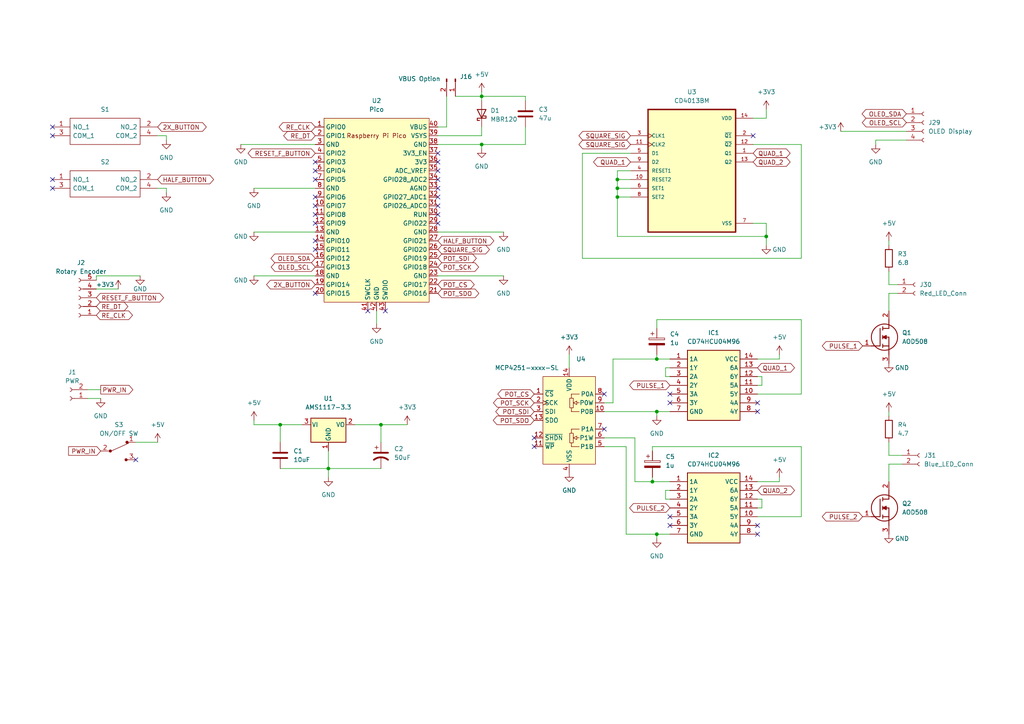
<source format=kicad_sch>
(kicad_sch (version 20211123) (generator eeschema)

  (uuid e63e39d7-6ac0-4ffd-8aa3-1841a4541b55)

  (paper "A4")

  (title_block
    (title "Stroboscope Main Controller")
    (date "03-23-2023")
    (rev "0v1")
    (company "Case Western Reserve University")
  )

  (lib_symbols
    (symbol "AOD508:AOD508" (pin_names hide) (in_bom yes) (on_board yes)
      (property "Reference" "Q" (id 0) (at 0 0 0)
        (effects (font (size 1.27 1.27)))
      )
      (property "Value" "AOD508" (id 1) (at 0 0 0)
        (effects (font (size 1.27 1.27)))
      )
      (property "Footprint" "AOD508:AOD508" (id 2) (at 0 0 0)
        (effects (font (size 1.27 1.27)) hide)
      )
      (property "Datasheet" "" (id 3) (at 0 0 0)
        (effects (font (size 1.27 1.27)) hide)
      )
      (property "Datasheet_1" "http://www.aosmd.com/res/data_sheets/AOD508.pdf" (id 4) (at 11.43 -198.73 0)
        (effects (font (size 1.27 1.27)) (justify left top) hide)
      )
      (property "Height" "2.4" (id 5) (at 11.43 -398.73 0)
        (effects (font (size 1.27 1.27)) (justify left top) hide)
      )
      (property "Manufacturer_Name" "Alpha & Omega Semiconductors" (id 6) (at 11.43 -498.73 0)
        (effects (font (size 1.27 1.27)) (justify left top) hide)
      )
      (property "Manufacturer_Part_Number" "AOD508" (id 7) (at 11.43 -598.73 0)
        (effects (font (size 1.27 1.27)) (justify left top) hide)
      )
      (property "Mouser Part Number" "" (id 8) (at 11.43 -698.73 0)
        (effects (font (size 1.27 1.27)) (justify left top) hide)
      )
      (property "Mouser Price/Stock" "" (id 9) (at 11.43 -798.73 0)
        (effects (font (size 1.27 1.27)) (justify left top) hide)
      )
      (property "Arrow Part Number" "AOD508" (id 10) (at 11.43 -898.73 0)
        (effects (font (size 1.27 1.27)) (justify left top) hide)
      )
      (property "Arrow Price/Stock" "https://www.arrow.com/en/products/aod508/alpha-and-omega-semiconductor?region=nac" (id 11) (at 11.43 -998.73 0)
        (effects (font (size 1.27 1.27)) (justify left top) hide)
      )
      (property "ki_description" "Trans MOSFET N-CH 30V 70A 3-Pin(2+Tab) DPAK T/R" (id 12) (at 0 0 0)
        (effects (font (size 1.27 1.27)) hide)
      )
      (symbol "AOD508_1_1"
        (polyline
          (pts
            (xy 2.54 0)
            (xy 5.08 0)
          )
          (stroke (width 0.254) (type default) (color 0 0 0 0))
          (fill (type none))
        )
        (polyline
          (pts
            (xy 5.08 5.08)
            (xy 5.08 0)
          )
          (stroke (width 0.254) (type default) (color 0 0 0 0))
          (fill (type none))
        )
        (polyline
          (pts
            (xy 5.842 -0.508)
            (xy 5.842 0.508)
          )
          (stroke (width 0.254) (type default) (color 0 0 0 0))
          (fill (type none))
        )
        (polyline
          (pts
            (xy 5.842 0)
            (xy 7.62 0)
          )
          (stroke (width 0.254) (type default) (color 0 0 0 0))
          (fill (type none))
        )
        (polyline
          (pts
            (xy 5.842 2.032)
            (xy 5.842 3.048)
          )
          (stroke (width 0.254) (type default) (color 0 0 0 0))
          (fill (type none))
        )
        (polyline
          (pts
            (xy 5.842 5.588)
            (xy 5.842 4.572)
          )
          (stroke (width 0.254) (type default) (color 0 0 0 0))
          (fill (type none))
        )
        (polyline
          (pts
            (xy 7.62 2.54)
            (xy 5.842 2.54)
          )
          (stroke (width 0.254) (type default) (color 0 0 0 0))
          (fill (type none))
        )
        (polyline
          (pts
            (xy 7.62 2.54)
            (xy 7.62 -2.54)
          )
          (stroke (width 0.254) (type default) (color 0 0 0 0))
          (fill (type none))
        )
        (polyline
          (pts
            (xy 7.62 5.08)
            (xy 5.842 5.08)
          )
          (stroke (width 0.254) (type default) (color 0 0 0 0))
          (fill (type none))
        )
        (polyline
          (pts
            (xy 7.62 5.08)
            (xy 7.62 7.62)
          )
          (stroke (width 0.254) (type default) (color 0 0 0 0))
          (fill (type none))
        )
        (polyline
          (pts
            (xy 5.842 2.54)
            (xy 6.858 3.048)
            (xy 6.858 2.032)
            (xy 5.842 2.54)
          )
          (stroke (width 0.254) (type default) (color 0 0 0 0))
          (fill (type outline))
        )
        (circle (center 6.35 2.54) (radius 3.81)
          (stroke (width 0.254) (type default) (color 0 0 0 0))
          (fill (type none))
        )
        (pin passive line (at 0 0 0) (length 2.54)
          (name "G" (effects (font (size 1.27 1.27))))
          (number "1" (effects (font (size 1.27 1.27))))
        )
        (pin passive line (at 7.62 10.16 270) (length 2.54)
          (name "D" (effects (font (size 1.27 1.27))))
          (number "2" (effects (font (size 1.27 1.27))))
        )
        (pin passive line (at 7.62 -5.08 90) (length 2.54)
          (name "S" (effects (font (size 1.27 1.27))))
          (number "3" (effects (font (size 1.27 1.27))))
        )
      )
    )
    (symbol "CD4013BM:CD4013BM" (pin_names (offset 1.016)) (in_bom yes) (on_board yes)
      (property "Reference" "U" (id 0) (at -12.7 18.78 0)
        (effects (font (size 1.27 1.27)) (justify left bottom))
      )
      (property "Value" "CD4013BM" (id 1) (at -12.7 -21.78 0)
        (effects (font (size 1.27 1.27)) (justify left bottom))
      )
      (property "Footprint" "CD4013BM:SOIC127P600X175-14N" (id 2) (at 0 0 0)
        (effects (font (size 1.27 1.27)) (justify bottom) hide)
      )
      (property "Datasheet" "" (id 3) (at 0 0 0)
        (effects (font (size 1.27 1.27)) hide)
      )
      (symbol "CD4013BM_0_0"
        (rectangle (start -12.7 -17.78) (end 12.7 17.78)
          (stroke (width 0.41) (type default) (color 0 0 0 0))
          (fill (type background))
        )
        (pin output line (at 17.78 5.08 180) (length 5.08)
          (name "Q1" (effects (font (size 1.016 1.016))))
          (number "1" (effects (font (size 1.016 1.016))))
        )
        (pin input line (at -17.78 -2.54 0) (length 5.08)
          (name "RESET2" (effects (font (size 1.016 1.016))))
          (number "10" (effects (font (size 1.016 1.016))))
        )
        (pin input clock (at -17.78 7.62 0) (length 5.08)
          (name "CLK2" (effects (font (size 1.016 1.016))))
          (number "11" (effects (font (size 1.016 1.016))))
        )
        (pin output line (at 17.78 7.62 180) (length 5.08)
          (name "~{Q2}" (effects (font (size 1.016 1.016))))
          (number "12" (effects (font (size 1.016 1.016))))
        )
        (pin output line (at 17.78 2.54 180) (length 5.08)
          (name "Q2" (effects (font (size 1.016 1.016))))
          (number "13" (effects (font (size 1.016 1.016))))
        )
        (pin power_in line (at 17.78 15.24 180) (length 5.08)
          (name "VDD" (effects (font (size 1.016 1.016))))
          (number "14" (effects (font (size 1.016 1.016))))
        )
        (pin output line (at 17.78 10.16 180) (length 5.08)
          (name "~{Q1}" (effects (font (size 1.016 1.016))))
          (number "2" (effects (font (size 1.016 1.016))))
        )
        (pin input clock (at -17.78 10.16 0) (length 5.08)
          (name "CLK1" (effects (font (size 1.016 1.016))))
          (number "3" (effects (font (size 1.016 1.016))))
        )
        (pin input line (at -17.78 0 0) (length 5.08)
          (name "RESET1" (effects (font (size 1.016 1.016))))
          (number "4" (effects (font (size 1.016 1.016))))
        )
        (pin input line (at -17.78 5.08 0) (length 5.08)
          (name "D1" (effects (font (size 1.016 1.016))))
          (number "5" (effects (font (size 1.016 1.016))))
        )
        (pin input line (at -17.78 -5.08 0) (length 5.08)
          (name "SET1" (effects (font (size 1.016 1.016))))
          (number "6" (effects (font (size 1.016 1.016))))
        )
        (pin power_in line (at 17.78 -15.24 180) (length 5.08)
          (name "VSS" (effects (font (size 1.016 1.016))))
          (number "7" (effects (font (size 1.016 1.016))))
        )
        (pin input line (at -17.78 -7.62 0) (length 5.08)
          (name "SET2" (effects (font (size 1.016 1.016))))
          (number "8" (effects (font (size 1.016 1.016))))
        )
        (pin input line (at -17.78 2.54 0) (length 5.08)
          (name "D2" (effects (font (size 1.016 1.016))))
          (number "9" (effects (font (size 1.016 1.016))))
        )
      )
    )
    (symbol "CD74HCU04M96:CD74HCU04M96" (in_bom yes) (on_board yes)
      (property "Reference" "IC" (id 0) (at 0 0 0)
        (effects (font (size 1.27 1.27)))
      )
      (property "Value" "CD74HCU04M96" (id 1) (at 0 0 0)
        (effects (font (size 1.27 1.27)))
      )
      (property "Footprint" "CD74HCU04M96:SOIC127P600X175-14N" (id 2) (at 0 0 0)
        (effects (font (size 1.27 1.27)) hide)
      )
      (property "Datasheet" "" (id 3) (at 0 0 0)
        (effects (font (size 1.27 1.27)) hide)
      )
      (property "Datasheet_1" "http://www.ti.com/lit/gpn/CD74HCU04" (id 4) (at 21.59 -194.92 0)
        (effects (font (size 1.27 1.27)) (justify left top) hide)
      )
      (property "Height" "1.75" (id 5) (at 21.59 -394.92 0)
        (effects (font (size 1.27 1.27)) (justify left top) hide)
      )
      (property "Manufacturer_Name" "Texas Instruments" (id 6) (at 21.59 -494.92 0)
        (effects (font (size 1.27 1.27)) (justify left top) hide)
      )
      (property "Manufacturer_Part_Number" "CD74HCU04M96" (id 7) (at 21.59 -594.92 0)
        (effects (font (size 1.27 1.27)) (justify left top) hide)
      )
      (property "Mouser Part Number" "595-CD74HCU04M96" (id 8) (at 21.59 -694.92 0)
        (effects (font (size 1.27 1.27)) (justify left top) hide)
      )
      (property "Mouser Price/Stock" "https://www.mouser.co.uk/ProductDetail/Texas-Instruments/CD74HCU04M96?qs=vul0MlC%2Fa1cdWfIweVHcYQ%3D%3D" (id 9) (at 21.59 -794.92 0)
        (effects (font (size 1.27 1.27)) (justify left top) hide)
      )
      (property "Arrow Part Number" "" (id 10) (at 21.59 -894.92 0)
        (effects (font (size 1.27 1.27)) (justify left top) hide)
      )
      (property "Arrow Price/Stock" "" (id 11) (at 21.59 -994.92 0)
        (effects (font (size 1.27 1.27)) (justify left top) hide)
      )
      (property "ki_description" "High Speed CMOS Logic Hex Inverters" (id 12) (at 0 0 0)
        (effects (font (size 1.27 1.27)) hide)
      )
      (symbol "CD74HCU04M96_1_1"
        (rectangle (start 5.08 2.54) (end 20.32 -17.78)
          (stroke (width 0.254) (type default) (color 0 0 0 0))
          (fill (type background))
        )
        (pin passive line (at 0 0 0) (length 5.08)
          (name "1A" (effects (font (size 1.27 1.27))))
          (number "1" (effects (font (size 1.27 1.27))))
        )
        (pin passive line (at 25.4 -10.16 180) (length 5.08)
          (name "5Y" (effects (font (size 1.27 1.27))))
          (number "10" (effects (font (size 1.27 1.27))))
        )
        (pin passive line (at 25.4 -7.62 180) (length 5.08)
          (name "5A" (effects (font (size 1.27 1.27))))
          (number "11" (effects (font (size 1.27 1.27))))
        )
        (pin passive line (at 25.4 -5.08 180) (length 5.08)
          (name "6Y" (effects (font (size 1.27 1.27))))
          (number "12" (effects (font (size 1.27 1.27))))
        )
        (pin passive line (at 25.4 -2.54 180) (length 5.08)
          (name "6A" (effects (font (size 1.27 1.27))))
          (number "13" (effects (font (size 1.27 1.27))))
        )
        (pin passive line (at 25.4 0 180) (length 5.08)
          (name "VCC" (effects (font (size 1.27 1.27))))
          (number "14" (effects (font (size 1.27 1.27))))
        )
        (pin passive line (at 0 -2.54 0) (length 5.08)
          (name "1Y" (effects (font (size 1.27 1.27))))
          (number "2" (effects (font (size 1.27 1.27))))
        )
        (pin passive line (at 0 -5.08 0) (length 5.08)
          (name "2A" (effects (font (size 1.27 1.27))))
          (number "3" (effects (font (size 1.27 1.27))))
        )
        (pin passive line (at 0 -7.62 0) (length 5.08)
          (name "2Y" (effects (font (size 1.27 1.27))))
          (number "4" (effects (font (size 1.27 1.27))))
        )
        (pin passive line (at 0 -10.16 0) (length 5.08)
          (name "3A" (effects (font (size 1.27 1.27))))
          (number "5" (effects (font (size 1.27 1.27))))
        )
        (pin passive line (at 0 -12.7 0) (length 5.08)
          (name "3Y" (effects (font (size 1.27 1.27))))
          (number "6" (effects (font (size 1.27 1.27))))
        )
        (pin passive line (at 0 -15.24 0) (length 5.08)
          (name "GND" (effects (font (size 1.27 1.27))))
          (number "7" (effects (font (size 1.27 1.27))))
        )
        (pin passive line (at 25.4 -15.24 180) (length 5.08)
          (name "4Y" (effects (font (size 1.27 1.27))))
          (number "8" (effects (font (size 1.27 1.27))))
        )
        (pin passive line (at 25.4 -12.7 180) (length 5.08)
          (name "4A" (effects (font (size 1.27 1.27))))
          (number "9" (effects (font (size 1.27 1.27))))
        )
      )
    )
    (symbol "Connector:Conn_01x02_Female" (pin_names (offset 1.016) hide) (in_bom yes) (on_board yes)
      (property "Reference" "J" (id 0) (at 0 2.54 0)
        (effects (font (size 1.27 1.27)))
      )
      (property "Value" "Conn_01x02_Female" (id 1) (at 0 -5.08 0)
        (effects (font (size 1.27 1.27)))
      )
      (property "Footprint" "" (id 2) (at 0 0 0)
        (effects (font (size 1.27 1.27)) hide)
      )
      (property "Datasheet" "~" (id 3) (at 0 0 0)
        (effects (font (size 1.27 1.27)) hide)
      )
      (property "ki_keywords" "connector" (id 4) (at 0 0 0)
        (effects (font (size 1.27 1.27)) hide)
      )
      (property "ki_description" "Generic connector, single row, 01x02, script generated (kicad-library-utils/schlib/autogen/connector/)" (id 5) (at 0 0 0)
        (effects (font (size 1.27 1.27)) hide)
      )
      (property "ki_fp_filters" "Connector*:*_1x??_*" (id 6) (at 0 0 0)
        (effects (font (size 1.27 1.27)) hide)
      )
      (symbol "Conn_01x02_Female_1_1"
        (arc (start 0 -2.032) (mid -0.508 -2.54) (end 0 -3.048)
          (stroke (width 0.1524) (type default) (color 0 0 0 0))
          (fill (type none))
        )
        (polyline
          (pts
            (xy -1.27 -2.54)
            (xy -0.508 -2.54)
          )
          (stroke (width 0.1524) (type default) (color 0 0 0 0))
          (fill (type none))
        )
        (polyline
          (pts
            (xy -1.27 0)
            (xy -0.508 0)
          )
          (stroke (width 0.1524) (type default) (color 0 0 0 0))
          (fill (type none))
        )
        (arc (start 0 0.508) (mid -0.508 0) (end 0 -0.508)
          (stroke (width 0.1524) (type default) (color 0 0 0 0))
          (fill (type none))
        )
        (pin passive line (at -5.08 0 0) (length 3.81)
          (name "Pin_1" (effects (font (size 1.27 1.27))))
          (number "1" (effects (font (size 1.27 1.27))))
        )
        (pin passive line (at -5.08 -2.54 0) (length 3.81)
          (name "Pin_2" (effects (font (size 1.27 1.27))))
          (number "2" (effects (font (size 1.27 1.27))))
        )
      )
    )
    (symbol "Connector:Conn_01x02_Male" (pin_names (offset 1.016) hide) (in_bom yes) (on_board yes)
      (property "Reference" "J" (id 0) (at 0 2.54 0)
        (effects (font (size 1.27 1.27)))
      )
      (property "Value" "Conn_01x02_Male" (id 1) (at 0 -5.08 0)
        (effects (font (size 1.27 1.27)))
      )
      (property "Footprint" "" (id 2) (at 0 0 0)
        (effects (font (size 1.27 1.27)) hide)
      )
      (property "Datasheet" "~" (id 3) (at 0 0 0)
        (effects (font (size 1.27 1.27)) hide)
      )
      (property "ki_keywords" "connector" (id 4) (at 0 0 0)
        (effects (font (size 1.27 1.27)) hide)
      )
      (property "ki_description" "Generic connector, single row, 01x02, script generated (kicad-library-utils/schlib/autogen/connector/)" (id 5) (at 0 0 0)
        (effects (font (size 1.27 1.27)) hide)
      )
      (property "ki_fp_filters" "Connector*:*_1x??_*" (id 6) (at 0 0 0)
        (effects (font (size 1.27 1.27)) hide)
      )
      (symbol "Conn_01x02_Male_1_1"
        (polyline
          (pts
            (xy 1.27 -2.54)
            (xy 0.8636 -2.54)
          )
          (stroke (width 0.1524) (type default) (color 0 0 0 0))
          (fill (type none))
        )
        (polyline
          (pts
            (xy 1.27 0)
            (xy 0.8636 0)
          )
          (stroke (width 0.1524) (type default) (color 0 0 0 0))
          (fill (type none))
        )
        (rectangle (start 0.8636 -2.413) (end 0 -2.667)
          (stroke (width 0.1524) (type default) (color 0 0 0 0))
          (fill (type outline))
        )
        (rectangle (start 0.8636 0.127) (end 0 -0.127)
          (stroke (width 0.1524) (type default) (color 0 0 0 0))
          (fill (type outline))
        )
        (pin passive line (at 5.08 0 180) (length 3.81)
          (name "Pin_1" (effects (font (size 1.27 1.27))))
          (number "1" (effects (font (size 1.27 1.27))))
        )
        (pin passive line (at 5.08 -2.54 180) (length 3.81)
          (name "Pin_2" (effects (font (size 1.27 1.27))))
          (number "2" (effects (font (size 1.27 1.27))))
        )
      )
    )
    (symbol "Connector:Conn_01x04_Female" (pin_names (offset 1.016) hide) (in_bom yes) (on_board yes)
      (property "Reference" "J" (id 0) (at 0 5.08 0)
        (effects (font (size 1.27 1.27)))
      )
      (property "Value" "Conn_01x04_Female" (id 1) (at 0 -7.62 0)
        (effects (font (size 1.27 1.27)))
      )
      (property "Footprint" "" (id 2) (at 0 0 0)
        (effects (font (size 1.27 1.27)) hide)
      )
      (property "Datasheet" "~" (id 3) (at 0 0 0)
        (effects (font (size 1.27 1.27)) hide)
      )
      (property "ki_keywords" "connector" (id 4) (at 0 0 0)
        (effects (font (size 1.27 1.27)) hide)
      )
      (property "ki_description" "Generic connector, single row, 01x04, script generated (kicad-library-utils/schlib/autogen/connector/)" (id 5) (at 0 0 0)
        (effects (font (size 1.27 1.27)) hide)
      )
      (property "ki_fp_filters" "Connector*:*_1x??_*" (id 6) (at 0 0 0)
        (effects (font (size 1.27 1.27)) hide)
      )
      (symbol "Conn_01x04_Female_1_1"
        (arc (start 0 -4.572) (mid -0.508 -5.08) (end 0 -5.588)
          (stroke (width 0.1524) (type default) (color 0 0 0 0))
          (fill (type none))
        )
        (arc (start 0 -2.032) (mid -0.508 -2.54) (end 0 -3.048)
          (stroke (width 0.1524) (type default) (color 0 0 0 0))
          (fill (type none))
        )
        (polyline
          (pts
            (xy -1.27 -5.08)
            (xy -0.508 -5.08)
          )
          (stroke (width 0.1524) (type default) (color 0 0 0 0))
          (fill (type none))
        )
        (polyline
          (pts
            (xy -1.27 -2.54)
            (xy -0.508 -2.54)
          )
          (stroke (width 0.1524) (type default) (color 0 0 0 0))
          (fill (type none))
        )
        (polyline
          (pts
            (xy -1.27 0)
            (xy -0.508 0)
          )
          (stroke (width 0.1524) (type default) (color 0 0 0 0))
          (fill (type none))
        )
        (polyline
          (pts
            (xy -1.27 2.54)
            (xy -0.508 2.54)
          )
          (stroke (width 0.1524) (type default) (color 0 0 0 0))
          (fill (type none))
        )
        (arc (start 0 0.508) (mid -0.508 0) (end 0 -0.508)
          (stroke (width 0.1524) (type default) (color 0 0 0 0))
          (fill (type none))
        )
        (arc (start 0 3.048) (mid -0.508 2.54) (end 0 2.032)
          (stroke (width 0.1524) (type default) (color 0 0 0 0))
          (fill (type none))
        )
        (pin passive line (at -5.08 2.54 0) (length 3.81)
          (name "Pin_1" (effects (font (size 1.27 1.27))))
          (number "1" (effects (font (size 1.27 1.27))))
        )
        (pin passive line (at -5.08 0 0) (length 3.81)
          (name "Pin_2" (effects (font (size 1.27 1.27))))
          (number "2" (effects (font (size 1.27 1.27))))
        )
        (pin passive line (at -5.08 -2.54 0) (length 3.81)
          (name "Pin_3" (effects (font (size 1.27 1.27))))
          (number "3" (effects (font (size 1.27 1.27))))
        )
        (pin passive line (at -5.08 -5.08 0) (length 3.81)
          (name "Pin_4" (effects (font (size 1.27 1.27))))
          (number "4" (effects (font (size 1.27 1.27))))
        )
      )
    )
    (symbol "Connector:Conn_01x05_Female" (pin_names (offset 1.016) hide) (in_bom yes) (on_board yes)
      (property "Reference" "J" (id 0) (at 0 7.62 0)
        (effects (font (size 1.27 1.27)))
      )
      (property "Value" "Conn_01x05_Female" (id 1) (at 0 -7.62 0)
        (effects (font (size 1.27 1.27)))
      )
      (property "Footprint" "" (id 2) (at 0 0 0)
        (effects (font (size 1.27 1.27)) hide)
      )
      (property "Datasheet" "~" (id 3) (at 0 0 0)
        (effects (font (size 1.27 1.27)) hide)
      )
      (property "ki_keywords" "connector" (id 4) (at 0 0 0)
        (effects (font (size 1.27 1.27)) hide)
      )
      (property "ki_description" "Generic connector, single row, 01x05, script generated (kicad-library-utils/schlib/autogen/connector/)" (id 5) (at 0 0 0)
        (effects (font (size 1.27 1.27)) hide)
      )
      (property "ki_fp_filters" "Connector*:*_1x??_*" (id 6) (at 0 0 0)
        (effects (font (size 1.27 1.27)) hide)
      )
      (symbol "Conn_01x05_Female_1_1"
        (arc (start 0 -4.572) (mid -0.508 -5.08) (end 0 -5.588)
          (stroke (width 0.1524) (type default) (color 0 0 0 0))
          (fill (type none))
        )
        (arc (start 0 -2.032) (mid -0.508 -2.54) (end 0 -3.048)
          (stroke (width 0.1524) (type default) (color 0 0 0 0))
          (fill (type none))
        )
        (polyline
          (pts
            (xy -1.27 -5.08)
            (xy -0.508 -5.08)
          )
          (stroke (width 0.1524) (type default) (color 0 0 0 0))
          (fill (type none))
        )
        (polyline
          (pts
            (xy -1.27 -2.54)
            (xy -0.508 -2.54)
          )
          (stroke (width 0.1524) (type default) (color 0 0 0 0))
          (fill (type none))
        )
        (polyline
          (pts
            (xy -1.27 0)
            (xy -0.508 0)
          )
          (stroke (width 0.1524) (type default) (color 0 0 0 0))
          (fill (type none))
        )
        (polyline
          (pts
            (xy -1.27 2.54)
            (xy -0.508 2.54)
          )
          (stroke (width 0.1524) (type default) (color 0 0 0 0))
          (fill (type none))
        )
        (polyline
          (pts
            (xy -1.27 5.08)
            (xy -0.508 5.08)
          )
          (stroke (width 0.1524) (type default) (color 0 0 0 0))
          (fill (type none))
        )
        (arc (start 0 0.508) (mid -0.508 0) (end 0 -0.508)
          (stroke (width 0.1524) (type default) (color 0 0 0 0))
          (fill (type none))
        )
        (arc (start 0 3.048) (mid -0.508 2.54) (end 0 2.032)
          (stroke (width 0.1524) (type default) (color 0 0 0 0))
          (fill (type none))
        )
        (arc (start 0 5.588) (mid -0.508 5.08) (end 0 4.572)
          (stroke (width 0.1524) (type default) (color 0 0 0 0))
          (fill (type none))
        )
        (pin passive line (at -5.08 5.08 0) (length 3.81)
          (name "Pin_1" (effects (font (size 1.27 1.27))))
          (number "1" (effects (font (size 1.27 1.27))))
        )
        (pin passive line (at -5.08 2.54 0) (length 3.81)
          (name "Pin_2" (effects (font (size 1.27 1.27))))
          (number "2" (effects (font (size 1.27 1.27))))
        )
        (pin passive line (at -5.08 0 0) (length 3.81)
          (name "Pin_3" (effects (font (size 1.27 1.27))))
          (number "3" (effects (font (size 1.27 1.27))))
        )
        (pin passive line (at -5.08 -2.54 0) (length 3.81)
          (name "Pin_4" (effects (font (size 1.27 1.27))))
          (number "4" (effects (font (size 1.27 1.27))))
        )
        (pin passive line (at -5.08 -5.08 0) (length 3.81)
          (name "Pin_5" (effects (font (size 1.27 1.27))))
          (number "5" (effects (font (size 1.27 1.27))))
        )
      )
    )
    (symbol "Device:C" (pin_numbers hide) (pin_names (offset 0.254)) (in_bom yes) (on_board yes)
      (property "Reference" "C" (id 0) (at 0.635 2.54 0)
        (effects (font (size 1.27 1.27)) (justify left))
      )
      (property "Value" "C" (id 1) (at 0.635 -2.54 0)
        (effects (font (size 1.27 1.27)) (justify left))
      )
      (property "Footprint" "" (id 2) (at 0.9652 -3.81 0)
        (effects (font (size 1.27 1.27)) hide)
      )
      (property "Datasheet" "~" (id 3) (at 0 0 0)
        (effects (font (size 1.27 1.27)) hide)
      )
      (property "ki_keywords" "cap capacitor" (id 4) (at 0 0 0)
        (effects (font (size 1.27 1.27)) hide)
      )
      (property "ki_description" "Unpolarized capacitor" (id 5) (at 0 0 0)
        (effects (font (size 1.27 1.27)) hide)
      )
      (property "ki_fp_filters" "C_*" (id 6) (at 0 0 0)
        (effects (font (size 1.27 1.27)) hide)
      )
      (symbol "C_0_1"
        (polyline
          (pts
            (xy -2.032 -0.762)
            (xy 2.032 -0.762)
          )
          (stroke (width 0.508) (type default) (color 0 0 0 0))
          (fill (type none))
        )
        (polyline
          (pts
            (xy -2.032 0.762)
            (xy 2.032 0.762)
          )
          (stroke (width 0.508) (type default) (color 0 0 0 0))
          (fill (type none))
        )
      )
      (symbol "C_1_1"
        (pin passive line (at 0 3.81 270) (length 2.794)
          (name "~" (effects (font (size 1.27 1.27))))
          (number "1" (effects (font (size 1.27 1.27))))
        )
        (pin passive line (at 0 -3.81 90) (length 2.794)
          (name "~" (effects (font (size 1.27 1.27))))
          (number "2" (effects (font (size 1.27 1.27))))
        )
      )
    )
    (symbol "Device:C_Polarized" (pin_numbers hide) (pin_names (offset 0.254)) (in_bom yes) (on_board yes)
      (property "Reference" "C" (id 0) (at 0.635 2.54 0)
        (effects (font (size 1.27 1.27)) (justify left))
      )
      (property "Value" "C_Polarized" (id 1) (at 0.635 -2.54 0)
        (effects (font (size 1.27 1.27)) (justify left))
      )
      (property "Footprint" "" (id 2) (at 0.9652 -3.81 0)
        (effects (font (size 1.27 1.27)) hide)
      )
      (property "Datasheet" "~" (id 3) (at 0 0 0)
        (effects (font (size 1.27 1.27)) hide)
      )
      (property "ki_keywords" "cap capacitor" (id 4) (at 0 0 0)
        (effects (font (size 1.27 1.27)) hide)
      )
      (property "ki_description" "Polarized capacitor" (id 5) (at 0 0 0)
        (effects (font (size 1.27 1.27)) hide)
      )
      (property "ki_fp_filters" "CP_*" (id 6) (at 0 0 0)
        (effects (font (size 1.27 1.27)) hide)
      )
      (symbol "C_Polarized_0_1"
        (rectangle (start -2.286 0.508) (end 2.286 1.016)
          (stroke (width 0) (type default) (color 0 0 0 0))
          (fill (type none))
        )
        (polyline
          (pts
            (xy -1.778 2.286)
            (xy -0.762 2.286)
          )
          (stroke (width 0) (type default) (color 0 0 0 0))
          (fill (type none))
        )
        (polyline
          (pts
            (xy -1.27 2.794)
            (xy -1.27 1.778)
          )
          (stroke (width 0) (type default) (color 0 0 0 0))
          (fill (type none))
        )
        (rectangle (start 2.286 -0.508) (end -2.286 -1.016)
          (stroke (width 0) (type default) (color 0 0 0 0))
          (fill (type outline))
        )
      )
      (symbol "C_Polarized_1_1"
        (pin passive line (at 0 3.81 270) (length 2.794)
          (name "~" (effects (font (size 1.27 1.27))))
          (number "1" (effects (font (size 1.27 1.27))))
        )
        (pin passive line (at 0 -3.81 90) (length 2.794)
          (name "~" (effects (font (size 1.27 1.27))))
          (number "2" (effects (font (size 1.27 1.27))))
        )
      )
    )
    (symbol "Device:C_Polarized_US" (pin_numbers hide) (pin_names (offset 0.254) hide) (in_bom yes) (on_board yes)
      (property "Reference" "C" (id 0) (at 0.635 2.54 0)
        (effects (font (size 1.27 1.27)) (justify left))
      )
      (property "Value" "C_Polarized_US" (id 1) (at 0.635 -2.54 0)
        (effects (font (size 1.27 1.27)) (justify left))
      )
      (property "Footprint" "" (id 2) (at 0 0 0)
        (effects (font (size 1.27 1.27)) hide)
      )
      (property "Datasheet" "~" (id 3) (at 0 0 0)
        (effects (font (size 1.27 1.27)) hide)
      )
      (property "ki_keywords" "cap capacitor" (id 4) (at 0 0 0)
        (effects (font (size 1.27 1.27)) hide)
      )
      (property "ki_description" "Polarized capacitor, US symbol" (id 5) (at 0 0 0)
        (effects (font (size 1.27 1.27)) hide)
      )
      (property "ki_fp_filters" "CP_*" (id 6) (at 0 0 0)
        (effects (font (size 1.27 1.27)) hide)
      )
      (symbol "C_Polarized_US_0_1"
        (polyline
          (pts
            (xy -2.032 0.762)
            (xy 2.032 0.762)
          )
          (stroke (width 0.508) (type default) (color 0 0 0 0))
          (fill (type none))
        )
        (polyline
          (pts
            (xy -1.778 2.286)
            (xy -0.762 2.286)
          )
          (stroke (width 0) (type default) (color 0 0 0 0))
          (fill (type none))
        )
        (polyline
          (pts
            (xy -1.27 1.778)
            (xy -1.27 2.794)
          )
          (stroke (width 0) (type default) (color 0 0 0 0))
          (fill (type none))
        )
        (arc (start 2.032 -1.27) (mid 0 -0.5572) (end -2.032 -1.27)
          (stroke (width 0.508) (type default) (color 0 0 0 0))
          (fill (type none))
        )
      )
      (symbol "C_Polarized_US_1_1"
        (pin passive line (at 0 3.81 270) (length 2.794)
          (name "~" (effects (font (size 1.27 1.27))))
          (number "1" (effects (font (size 1.27 1.27))))
        )
        (pin passive line (at 0 -3.81 90) (length 3.302)
          (name "~" (effects (font (size 1.27 1.27))))
          (number "2" (effects (font (size 1.27 1.27))))
        )
      )
    )
    (symbol "Device:R" (pin_numbers hide) (pin_names (offset 0)) (in_bom yes) (on_board yes)
      (property "Reference" "R" (id 0) (at 2.032 0 90)
        (effects (font (size 1.27 1.27)))
      )
      (property "Value" "R" (id 1) (at 0 0 90)
        (effects (font (size 1.27 1.27)))
      )
      (property "Footprint" "" (id 2) (at -1.778 0 90)
        (effects (font (size 1.27 1.27)) hide)
      )
      (property "Datasheet" "~" (id 3) (at 0 0 0)
        (effects (font (size 1.27 1.27)) hide)
      )
      (property "ki_keywords" "R res resistor" (id 4) (at 0 0 0)
        (effects (font (size 1.27 1.27)) hide)
      )
      (property "ki_description" "Resistor" (id 5) (at 0 0 0)
        (effects (font (size 1.27 1.27)) hide)
      )
      (property "ki_fp_filters" "R_*" (id 6) (at 0 0 0)
        (effects (font (size 1.27 1.27)) hide)
      )
      (symbol "R_0_1"
        (rectangle (start -1.016 -2.54) (end 1.016 2.54)
          (stroke (width 0.254) (type default) (color 0 0 0 0))
          (fill (type none))
        )
      )
      (symbol "R_1_1"
        (pin passive line (at 0 3.81 270) (length 1.27)
          (name "~" (effects (font (size 1.27 1.27))))
          (number "1" (effects (font (size 1.27 1.27))))
        )
        (pin passive line (at 0 -3.81 90) (length 1.27)
          (name "~" (effects (font (size 1.27 1.27))))
          (number "2" (effects (font (size 1.27 1.27))))
        )
      )
    )
    (symbol "Diode:MBR0520" (pin_numbers hide) (pin_names (offset 1.016) hide) (in_bom yes) (on_board yes)
      (property "Reference" "D" (id 0) (at 0 2.54 0)
        (effects (font (size 1.27 1.27)))
      )
      (property "Value" "MBR0520" (id 1) (at 0 -2.54 0)
        (effects (font (size 1.27 1.27)))
      )
      (property "Footprint" "Diode_SMD:D_SOD-123" (id 2) (at 0 -4.445 0)
        (effects (font (size 1.27 1.27)) hide)
      )
      (property "Datasheet" "http://www.mccsemi.com/up_pdf/MBR0520~MBR0580(SOD123).pdf" (id 3) (at 0 0 0)
        (effects (font (size 1.27 1.27)) hide)
      )
      (property "ki_keywords" "diode Schottky" (id 4) (at 0 0 0)
        (effects (font (size 1.27 1.27)) hide)
      )
      (property "ki_description" "20V 0.5A Schottky Power Rectifier Diode, SOD-123" (id 5) (at 0 0 0)
        (effects (font (size 1.27 1.27)) hide)
      )
      (property "ki_fp_filters" "D*SOD?123*" (id 6) (at 0 0 0)
        (effects (font (size 1.27 1.27)) hide)
      )
      (symbol "MBR0520_0_1"
        (polyline
          (pts
            (xy 1.27 0)
            (xy -1.27 0)
          )
          (stroke (width 0) (type default) (color 0 0 0 0))
          (fill (type none))
        )
        (polyline
          (pts
            (xy 1.27 1.27)
            (xy 1.27 -1.27)
            (xy -1.27 0)
            (xy 1.27 1.27)
          )
          (stroke (width 0.254) (type default) (color 0 0 0 0))
          (fill (type none))
        )
        (polyline
          (pts
            (xy -1.905 0.635)
            (xy -1.905 1.27)
            (xy -1.27 1.27)
            (xy -1.27 -1.27)
            (xy -0.635 -1.27)
            (xy -0.635 -0.635)
          )
          (stroke (width 0.254) (type default) (color 0 0 0 0))
          (fill (type none))
        )
      )
      (symbol "MBR0520_1_1"
        (pin passive line (at -3.81 0 0) (length 2.54)
          (name "K" (effects (font (size 1.27 1.27))))
          (number "1" (effects (font (size 1.27 1.27))))
        )
        (pin passive line (at 3.81 0 180) (length 2.54)
          (name "A" (effects (font (size 1.27 1.27))))
          (number "2" (effects (font (size 1.27 1.27))))
        )
      )
    )
    (symbol "MCU_RaspberryPi_and_Boards:Pico" (in_bom yes) (on_board yes)
      (property "Reference" "U" (id 0) (at -13.97 27.94 0)
        (effects (font (size 1.27 1.27)))
      )
      (property "Value" "Pico" (id 1) (at 0 19.05 0)
        (effects (font (size 1.27 1.27)))
      )
      (property "Footprint" "MCU_RaspberryPi_and_Boards:RPi_Pico_SMD_TH" (id 2) (at 0 0 90)
        (effects (font (size 1.27 1.27)) hide)
      )
      (property "Datasheet" "" (id 3) (at 0 0 0)
        (effects (font (size 1.27 1.27)) hide)
      )
      (symbol "Pico_0_0"
        (text "Raspberry Pi Pico" (at 0 21.59 0)
          (effects (font (size 1.27 1.27)))
        )
      )
      (symbol "Pico_0_1"
        (rectangle (start -15.24 26.67) (end 15.24 -26.67)
          (stroke (width 0) (type default) (color 0 0 0 0))
          (fill (type background))
        )
      )
      (symbol "Pico_1_1"
        (pin bidirectional line (at -17.78 24.13 0) (length 2.54)
          (name "GPIO0" (effects (font (size 1.27 1.27))))
          (number "1" (effects (font (size 1.27 1.27))))
        )
        (pin bidirectional line (at -17.78 1.27 0) (length 2.54)
          (name "GPIO7" (effects (font (size 1.27 1.27))))
          (number "10" (effects (font (size 1.27 1.27))))
        )
        (pin bidirectional line (at -17.78 -1.27 0) (length 2.54)
          (name "GPIO8" (effects (font (size 1.27 1.27))))
          (number "11" (effects (font (size 1.27 1.27))))
        )
        (pin bidirectional line (at -17.78 -3.81 0) (length 2.54)
          (name "GPIO9" (effects (font (size 1.27 1.27))))
          (number "12" (effects (font (size 1.27 1.27))))
        )
        (pin power_in line (at -17.78 -6.35 0) (length 2.54)
          (name "GND" (effects (font (size 1.27 1.27))))
          (number "13" (effects (font (size 1.27 1.27))))
        )
        (pin bidirectional line (at -17.78 -8.89 0) (length 2.54)
          (name "GPIO10" (effects (font (size 1.27 1.27))))
          (number "14" (effects (font (size 1.27 1.27))))
        )
        (pin bidirectional line (at -17.78 -11.43 0) (length 2.54)
          (name "GPIO11" (effects (font (size 1.27 1.27))))
          (number "15" (effects (font (size 1.27 1.27))))
        )
        (pin bidirectional line (at -17.78 -13.97 0) (length 2.54)
          (name "GPIO12" (effects (font (size 1.27 1.27))))
          (number "16" (effects (font (size 1.27 1.27))))
        )
        (pin bidirectional line (at -17.78 -16.51 0) (length 2.54)
          (name "GPIO13" (effects (font (size 1.27 1.27))))
          (number "17" (effects (font (size 1.27 1.27))))
        )
        (pin power_in line (at -17.78 -19.05 0) (length 2.54)
          (name "GND" (effects (font (size 1.27 1.27))))
          (number "18" (effects (font (size 1.27 1.27))))
        )
        (pin bidirectional line (at -17.78 -21.59 0) (length 2.54)
          (name "GPIO14" (effects (font (size 1.27 1.27))))
          (number "19" (effects (font (size 1.27 1.27))))
        )
        (pin bidirectional line (at -17.78 21.59 0) (length 2.54)
          (name "GPIO1" (effects (font (size 1.27 1.27))))
          (number "2" (effects (font (size 1.27 1.27))))
        )
        (pin bidirectional line (at -17.78 -24.13 0) (length 2.54)
          (name "GPIO15" (effects (font (size 1.27 1.27))))
          (number "20" (effects (font (size 1.27 1.27))))
        )
        (pin bidirectional line (at 17.78 -24.13 180) (length 2.54)
          (name "GPIO16" (effects (font (size 1.27 1.27))))
          (number "21" (effects (font (size 1.27 1.27))))
        )
        (pin bidirectional line (at 17.78 -21.59 180) (length 2.54)
          (name "GPIO17" (effects (font (size 1.27 1.27))))
          (number "22" (effects (font (size 1.27 1.27))))
        )
        (pin power_in line (at 17.78 -19.05 180) (length 2.54)
          (name "GND" (effects (font (size 1.27 1.27))))
          (number "23" (effects (font (size 1.27 1.27))))
        )
        (pin bidirectional line (at 17.78 -16.51 180) (length 2.54)
          (name "GPIO18" (effects (font (size 1.27 1.27))))
          (number "24" (effects (font (size 1.27 1.27))))
        )
        (pin bidirectional line (at 17.78 -13.97 180) (length 2.54)
          (name "GPIO19" (effects (font (size 1.27 1.27))))
          (number "25" (effects (font (size 1.27 1.27))))
        )
        (pin bidirectional line (at 17.78 -11.43 180) (length 2.54)
          (name "GPIO20" (effects (font (size 1.27 1.27))))
          (number "26" (effects (font (size 1.27 1.27))))
        )
        (pin bidirectional line (at 17.78 -8.89 180) (length 2.54)
          (name "GPIO21" (effects (font (size 1.27 1.27))))
          (number "27" (effects (font (size 1.27 1.27))))
        )
        (pin power_in line (at 17.78 -6.35 180) (length 2.54)
          (name "GND" (effects (font (size 1.27 1.27))))
          (number "28" (effects (font (size 1.27 1.27))))
        )
        (pin bidirectional line (at 17.78 -3.81 180) (length 2.54)
          (name "GPIO22" (effects (font (size 1.27 1.27))))
          (number "29" (effects (font (size 1.27 1.27))))
        )
        (pin power_in line (at -17.78 19.05 0) (length 2.54)
          (name "GND" (effects (font (size 1.27 1.27))))
          (number "3" (effects (font (size 1.27 1.27))))
        )
        (pin input line (at 17.78 -1.27 180) (length 2.54)
          (name "RUN" (effects (font (size 1.27 1.27))))
          (number "30" (effects (font (size 1.27 1.27))))
        )
        (pin bidirectional line (at 17.78 1.27 180) (length 2.54)
          (name "GPIO26_ADC0" (effects (font (size 1.27 1.27))))
          (number "31" (effects (font (size 1.27 1.27))))
        )
        (pin bidirectional line (at 17.78 3.81 180) (length 2.54)
          (name "GPIO27_ADC1" (effects (font (size 1.27 1.27))))
          (number "32" (effects (font (size 1.27 1.27))))
        )
        (pin power_in line (at 17.78 6.35 180) (length 2.54)
          (name "AGND" (effects (font (size 1.27 1.27))))
          (number "33" (effects (font (size 1.27 1.27))))
        )
        (pin bidirectional line (at 17.78 8.89 180) (length 2.54)
          (name "GPIO28_ADC2" (effects (font (size 1.27 1.27))))
          (number "34" (effects (font (size 1.27 1.27))))
        )
        (pin power_in line (at 17.78 11.43 180) (length 2.54)
          (name "ADC_VREF" (effects (font (size 1.27 1.27))))
          (number "35" (effects (font (size 1.27 1.27))))
        )
        (pin power_in line (at 17.78 13.97 180) (length 2.54)
          (name "3V3" (effects (font (size 1.27 1.27))))
          (number "36" (effects (font (size 1.27 1.27))))
        )
        (pin input line (at 17.78 16.51 180) (length 2.54)
          (name "3V3_EN" (effects (font (size 1.27 1.27))))
          (number "37" (effects (font (size 1.27 1.27))))
        )
        (pin bidirectional line (at 17.78 19.05 180) (length 2.54)
          (name "GND" (effects (font (size 1.27 1.27))))
          (number "38" (effects (font (size 1.27 1.27))))
        )
        (pin power_in line (at 17.78 21.59 180) (length 2.54)
          (name "VSYS" (effects (font (size 1.27 1.27))))
          (number "39" (effects (font (size 1.27 1.27))))
        )
        (pin bidirectional line (at -17.78 16.51 0) (length 2.54)
          (name "GPIO2" (effects (font (size 1.27 1.27))))
          (number "4" (effects (font (size 1.27 1.27))))
        )
        (pin power_in line (at 17.78 24.13 180) (length 2.54)
          (name "VBUS" (effects (font (size 1.27 1.27))))
          (number "40" (effects (font (size 1.27 1.27))))
        )
        (pin input line (at -2.54 -29.21 90) (length 2.54)
          (name "SWCLK" (effects (font (size 1.27 1.27))))
          (number "41" (effects (font (size 1.27 1.27))))
        )
        (pin power_in line (at 0 -29.21 90) (length 2.54)
          (name "GND" (effects (font (size 1.27 1.27))))
          (number "42" (effects (font (size 1.27 1.27))))
        )
        (pin bidirectional line (at 2.54 -29.21 90) (length 2.54)
          (name "SWDIO" (effects (font (size 1.27 1.27))))
          (number "43" (effects (font (size 1.27 1.27))))
        )
        (pin bidirectional line (at -17.78 13.97 0) (length 2.54)
          (name "GPIO3" (effects (font (size 1.27 1.27))))
          (number "5" (effects (font (size 1.27 1.27))))
        )
        (pin bidirectional line (at -17.78 11.43 0) (length 2.54)
          (name "GPIO4" (effects (font (size 1.27 1.27))))
          (number "6" (effects (font (size 1.27 1.27))))
        )
        (pin bidirectional line (at -17.78 8.89 0) (length 2.54)
          (name "GPIO5" (effects (font (size 1.27 1.27))))
          (number "7" (effects (font (size 1.27 1.27))))
        )
        (pin power_in line (at -17.78 6.35 0) (length 2.54)
          (name "GND" (effects (font (size 1.27 1.27))))
          (number "8" (effects (font (size 1.27 1.27))))
        )
        (pin bidirectional line (at -17.78 3.81 0) (length 2.54)
          (name "GPIO6" (effects (font (size 1.27 1.27))))
          (number "9" (effects (font (size 1.27 1.27))))
        )
      )
    )
    (symbol "PTS125SM85-2_LFS:PTS125SM85-2_LFS" (pin_names (offset 0.762)) (in_bom yes) (on_board yes)
      (property "Reference" "S" (id 0) (at 26.67 7.62 0)
        (effects (font (size 1.27 1.27)) (justify left))
      )
      (property "Value" "PTS125SM85-2_LFS" (id 1) (at 26.67 5.08 0)
        (effects (font (size 1.27 1.27)) (justify left) hide)
      )
      (property "Footprint" "SamacSys_Parts:PTS125SM432LFS" (id 2) (at 26.67 2.54 0)
        (effects (font (size 1.27 1.27)) (justify left) hide)
      )
      (property "Datasheet" "https://www.ckswitches.com/media/1462/pts125.pdf" (id 3) (at 26.67 0 0)
        (effects (font (size 1.27 1.27)) (justify left) hide)
      )
      (property "Description" "SWITCH TACTILE SPST-NO 0.05A 12V" (id 4) (at 26.67 -2.54 0)
        (effects (font (size 1.27 1.27)) (justify left) hide)
      )
      (property "Height" "8.5" (id 5) (at 26.67 -5.08 0)
        (effects (font (size 1.27 1.27)) (justify left) hide)
      )
      (property "Manufacturer_Name" "C & K COMPONENTS" (id 6) (at 26.67 -7.62 0)
        (effects (font (size 1.27 1.27)) (justify left) hide)
      )
      (property "Manufacturer_Part_Number" "PTS125SM85-2 LFS" (id 7) (at 26.67 -10.16 0)
        (effects (font (size 1.27 1.27)) (justify left) hide)
      )
      (property "Mouser Part Number" "" (id 8) (at 26.67 -12.7 0)
        (effects (font (size 1.27 1.27)) (justify left) hide)
      )
      (property "Mouser Price/Stock" "" (id 9) (at 26.67 -15.24 0)
        (effects (font (size 1.27 1.27)) (justify left) hide)
      )
      (property "Arrow Part Number" "" (id 10) (at 26.67 -17.78 0)
        (effects (font (size 1.27 1.27)) (justify left) hide)
      )
      (property "Arrow Price/Stock" "" (id 11) (at 26.67 -20.32 0)
        (effects (font (size 1.27 1.27)) (justify left) hide)
      )
      (property "ki_description" "SWITCH TACTILE SPST-NO 0.05A 12V" (id 12) (at 0 0 0)
        (effects (font (size 1.27 1.27)) hide)
      )
      (symbol "PTS125SM85-2_LFS_0_0"
        (pin passive line (at 0 0 0) (length 5.08)
          (name "NO_1" (effects (font (size 1.27 1.27))))
          (number "1" (effects (font (size 1.27 1.27))))
        )
        (pin passive line (at 30.48 0 180) (length 5.08)
          (name "NO_2" (effects (font (size 1.27 1.27))))
          (number "2" (effects (font (size 1.27 1.27))))
        )
        (pin passive line (at 0 -2.54 0) (length 5.08)
          (name "COM_1" (effects (font (size 1.27 1.27))))
          (number "3" (effects (font (size 1.27 1.27))))
        )
        (pin passive line (at 30.48 -2.54 180) (length 5.08)
          (name "COM_2" (effects (font (size 1.27 1.27))))
          (number "4" (effects (font (size 1.27 1.27))))
        )
      )
      (symbol "PTS125SM85-2_LFS_0_1"
        (polyline
          (pts
            (xy 5.08 2.54)
            (xy 25.4 2.54)
            (xy 25.4 -5.08)
            (xy 5.08 -5.08)
            (xy 5.08 2.54)
          )
          (stroke (width 0.1524) (type default) (color 0 0 0 0))
          (fill (type none))
        )
      )
    )
    (symbol "Potentiometer_Digital:MCP4251-xxxx-SL" (in_bom yes) (on_board yes)
      (property "Reference" "U" (id 0) (at -0.508 18.288 0)
        (effects (font (size 1.27 1.27)))
      )
      (property "Value" "MCP4251-xxxx-SL" (id 1) (at -0.508 20.32 0)
        (effects (font (size 1.27 1.27)))
      )
      (property "Footprint" "Package_SO:SOIC-14_3.9x8.7mm_P1.27mm" (id 2) (at 0 -25.4 0)
        (effects (font (size 1.27 1.27)) hide)
      )
      (property "Datasheet" "http://ww1.microchip.com/downloads/en/devicedoc/22060b.pdf" (id 3) (at 5.08 -3.81 0)
        (effects (font (size 1.27 1.27)) hide)
      )
      (property "ki_keywords" "Digital Pot Potentiometer" (id 4) (at 0 0 0)
        (effects (font (size 1.27 1.27)) hide)
      )
      (property "ki_description" "Dual 8 Bit Digital Pot, SPI, Volatile Memory, SOIC-14" (id 5) (at 0 0 0)
        (effects (font (size 1.27 1.27)) hide)
      )
      (property "ki_fp_filters" "SOIC*3.9x8.7mm*P1.27mm*" (id 6) (at 0 0 0)
        (effects (font (size 1.27 1.27)) hide)
      )
      (symbol "MCP4251-xxxx-SL_1_1"
        (polyline
          (pts
            (xy 0.635 -7.366)
            (xy 0.635 -6.5278)
          )
          (stroke (width 0) (type default) (color 0 0 0 0))
          (fill (type none))
        )
        (polyline
          (pts
            (xy 0.635 -2.7686)
            (xy 0.635 -3.7084)
          )
          (stroke (width 0) (type default) (color 0 0 0 0))
          (fill (type none))
        )
        (polyline
          (pts
            (xy 0.635 2.794)
            (xy 0.635 3.6322)
          )
          (stroke (width 0) (type default) (color 0 0 0 0))
          (fill (type none))
        )
        (polyline
          (pts
            (xy 0.635 7.3914)
            (xy 0.635 6.4516)
          )
          (stroke (width 0) (type default) (color 0 0 0 0))
          (fill (type none))
        )
        (polyline
          (pts
            (xy 2.2098 -5.0546)
            (xy 2.921 -5.0546)
          )
          (stroke (width 0) (type default) (color 0 0 0 0))
          (fill (type none))
        )
        (polyline
          (pts
            (xy 2.2098 5.1054)
            (xy 2.921 5.1054)
          )
          (stroke (width 0) (type default) (color 0 0 0 0))
          (fill (type none))
        )
        (polyline
          (pts
            (xy 0.635 -7.62)
            (xy 0.635 -7.366)
            (xy 0.635 -7.366)
          )
          (stroke (width 0) (type default) (color 0 0 0 0))
          (fill (type background))
        )
        (polyline
          (pts
            (xy 0.635 -7.62)
            (xy 2.921 -7.62)
            (xy 2.921 -7.62)
          )
          (stroke (width 0) (type default) (color 0 0 0 0))
          (fill (type background))
        )
        (polyline
          (pts
            (xy 0.635 -2.54)
            (xy 0.635 -2.794)
            (xy 0.635 -2.794)
          )
          (stroke (width 0) (type default) (color 0 0 0 0))
          (fill (type none))
        )
        (polyline
          (pts
            (xy 0.635 -2.54)
            (xy 2.921 -2.54)
            (xy 2.921 -2.54)
          )
          (stroke (width 0) (type default) (color 0 0 0 0))
          (fill (type background))
        )
        (polyline
          (pts
            (xy 0.635 2.54)
            (xy 0.635 2.794)
            (xy 0.635 2.794)
          )
          (stroke (width 0) (type default) (color 0 0 0 0))
          (fill (type background))
        )
        (polyline
          (pts
            (xy 0.635 2.54)
            (xy 2.921 2.54)
            (xy 2.921 2.54)
          )
          (stroke (width 0) (type default) (color 0 0 0 0))
          (fill (type background))
        )
        (polyline
          (pts
            (xy 0.635 7.62)
            (xy 0.635 7.366)
            (xy 0.635 7.366)
          )
          (stroke (width 0) (type default) (color 0 0 0 0))
          (fill (type none))
        )
        (polyline
          (pts
            (xy 0.635 7.62)
            (xy 2.921 7.62)
            (xy 2.921 7.62)
          )
          (stroke (width 0) (type default) (color 0 0 0 0))
          (fill (type background))
        )
        (polyline
          (pts
            (xy 2.2098 -4.572)
            (xy 2.2098 -5.588)
            (xy 1.1938 -5.08)
            (xy 2.2098 -4.572)
            (xy 2.2098 -4.572)
          )
          (stroke (width 0) (type default) (color 0 0 0 0))
          (fill (type background))
        )
        (polyline
          (pts
            (xy 2.2098 5.588)
            (xy 2.2098 4.572)
            (xy 1.1938 5.08)
            (xy 2.2098 5.588)
            (xy 2.2098 5.588)
          )
          (stroke (width 0) (type default) (color 0 0 0 0))
          (fill (type background))
        )
        (polyline
          (pts
            (xy 0 12.7)
            (xy 7.62 12.7)
            (xy 7.62 0)
            (xy 7.62 -12.7)
            (xy -7.62 -12.7)
            (xy -7.62 12.7)
            (xy 0 12.7)
          )
          (stroke (width 0) (type default) (color 0 0 0 0))
          (fill (type background))
        )
        (rectangle (start 0.1524 -3.7338) (end 1.1684 -6.5278)
          (stroke (width 0) (type default) (color 0 0 0 0))
          (fill (type none))
        )
        (rectangle (start 0.1524 6.4262) (end 1.1684 3.6322)
          (stroke (width 0) (type default) (color 0 0 0 0))
          (fill (type none))
        )
        (pin input line (at -10.16 7.62 0) (length 2.54)
          (name "~{CS}" (effects (font (size 1.27 1.27))))
          (number "1" (effects (font (size 1.27 1.27))))
        )
        (pin passive line (at 10.16 2.54 180) (length 2.54)
          (name "P0B" (effects (font (size 1.27 1.27))))
          (number "10" (effects (font (size 1.27 1.27))))
        )
        (pin input line (at -10.16 -7.62 0) (length 2.54)
          (name "~{WP}" (effects (font (size 1.27 1.27))))
          (number "11" (effects (font (size 1.27 1.27))))
        )
        (pin input line (at -10.16 -5.08 0) (length 2.54)
          (name "~{SHDN}" (effects (font (size 1.27 1.27))))
          (number "12" (effects (font (size 1.27 1.27))))
        )
        (pin output line (at -10.16 0 0) (length 2.54)
          (name "SDO" (effects (font (size 1.27 1.27))))
          (number "13" (effects (font (size 1.27 1.27))))
        )
        (pin power_in line (at 0 15.24 270) (length 2.54)
          (name "VDD" (effects (font (size 1.27 1.27))))
          (number "14" (effects (font (size 1.27 1.27))))
        )
        (pin input clock (at -10.16 5.08 0) (length 2.54)
          (name "SCK" (effects (font (size 1.27 1.27))))
          (number "2" (effects (font (size 1.27 1.27))))
        )
        (pin input line (at -10.16 2.54 0) (length 2.54)
          (name "SDI" (effects (font (size 1.27 1.27))))
          (number "3" (effects (font (size 1.27 1.27))))
        )
        (pin power_in line (at 0 -15.24 90) (length 2.54)
          (name "VSS" (effects (font (size 1.27 1.27))))
          (number "4" (effects (font (size 1.27 1.27))))
        )
        (pin passive line (at 10.16 -7.62 180) (length 2.54)
          (name "P1B" (effects (font (size 1.27 1.27))))
          (number "5" (effects (font (size 1.27 1.27))))
        )
        (pin passive line (at 10.16 -5.08 180) (length 2.54)
          (name "P1W" (effects (font (size 1.27 1.27))))
          (number "6" (effects (font (size 1.27 1.27))))
        )
        (pin passive line (at 10.16 -2.54 180) (length 2.54)
          (name "P1A" (effects (font (size 1.27 1.27))))
          (number "7" (effects (font (size 1.27 1.27))))
        )
        (pin passive line (at 10.16 7.62 180) (length 2.54)
          (name "P0A" (effects (font (size 1.27 1.27))))
          (number "8" (effects (font (size 1.27 1.27))))
        )
        (pin passive line (at 10.16 5.08 180) (length 2.54)
          (name "P0W" (effects (font (size 1.27 1.27))))
          (number "9" (effects (font (size 1.27 1.27))))
        )
      )
    )
    (symbol "Regulator_Linear:AMS1117-3.3" (pin_names (offset 0.254)) (in_bom yes) (on_board yes)
      (property "Reference" "U" (id 0) (at -3.81 3.175 0)
        (effects (font (size 1.27 1.27)))
      )
      (property "Value" "AMS1117-3.3" (id 1) (at 0 3.175 0)
        (effects (font (size 1.27 1.27)) (justify left))
      )
      (property "Footprint" "Package_TO_SOT_SMD:SOT-223-3_TabPin2" (id 2) (at 0 5.08 0)
        (effects (font (size 1.27 1.27)) hide)
      )
      (property "Datasheet" "http://www.advanced-monolithic.com/pdf/ds1117.pdf" (id 3) (at 2.54 -6.35 0)
        (effects (font (size 1.27 1.27)) hide)
      )
      (property "ki_keywords" "linear regulator ldo fixed positive" (id 4) (at 0 0 0)
        (effects (font (size 1.27 1.27)) hide)
      )
      (property "ki_description" "1A Low Dropout regulator, positive, 3.3V fixed output, SOT-223" (id 5) (at 0 0 0)
        (effects (font (size 1.27 1.27)) hide)
      )
      (property "ki_fp_filters" "SOT?223*TabPin2*" (id 6) (at 0 0 0)
        (effects (font (size 1.27 1.27)) hide)
      )
      (symbol "AMS1117-3.3_0_1"
        (rectangle (start -5.08 -5.08) (end 5.08 1.905)
          (stroke (width 0.254) (type default) (color 0 0 0 0))
          (fill (type background))
        )
      )
      (symbol "AMS1117-3.3_1_1"
        (pin power_in line (at 0 -7.62 90) (length 2.54)
          (name "GND" (effects (font (size 1.27 1.27))))
          (number "1" (effects (font (size 1.27 1.27))))
        )
        (pin power_out line (at 7.62 0 180) (length 2.54)
          (name "VO" (effects (font (size 1.27 1.27))))
          (number "2" (effects (font (size 1.27 1.27))))
        )
        (pin power_in line (at -7.62 0 0) (length 2.54)
          (name "VI" (effects (font (size 1.27 1.27))))
          (number "3" (effects (font (size 1.27 1.27))))
        )
      )
    )
    (symbol "dk_Slide-Switches:EG1218" (pin_names (offset 0)) (in_bom yes) (on_board yes)
      (property "Reference" "S" (id 0) (at -3.81 2.286 0)
        (effects (font (size 1.27 1.27)))
      )
      (property "Value" "EG1218" (id 1) (at 0 -5.334 0)
        (effects (font (size 1.27 1.27)))
      )
      (property "Footprint" "digikey-footprints:Switch_Slide_11.6x4mm_EG1218" (id 2) (at 5.08 5.08 0)
        (effects (font (size 1.27 1.27)) (justify left) hide)
      )
      (property "Datasheet" "http://spec_sheets.e-switch.com/specs/P040040.pdf" (id 3) (at 5.08 7.62 0)
        (effects (font (size 1.524 1.524)) (justify left) hide)
      )
      (property "Digi-Key_PN" "EG1903-ND" (id 4) (at 5.08 10.16 0)
        (effects (font (size 1.524 1.524)) (justify left) hide)
      )
      (property "MPN" "EG1218" (id 5) (at 5.08 12.7 0)
        (effects (font (size 1.524 1.524)) (justify left) hide)
      )
      (property "Category" "Switches" (id 6) (at 5.08 15.24 0)
        (effects (font (size 1.524 1.524)) (justify left) hide)
      )
      (property "Family" "Slide Switches" (id 7) (at 5.08 17.78 0)
        (effects (font (size 1.524 1.524)) (justify left) hide)
      )
      (property "DK_Datasheet_Link" "http://spec_sheets.e-switch.com/specs/P040040.pdf" (id 8) (at 5.08 20.32 0)
        (effects (font (size 1.524 1.524)) (justify left) hide)
      )
      (property "DK_Detail_Page" "/product-detail/en/e-switch/EG1218/EG1903-ND/101726" (id 9) (at 5.08 22.86 0)
        (effects (font (size 1.524 1.524)) (justify left) hide)
      )
      (property "Description" "SWITCH SLIDE SPDT 200MA 30V" (id 10) (at 5.08 25.4 0)
        (effects (font (size 1.524 1.524)) (justify left) hide)
      )
      (property "Manufacturer" "E-Switch" (id 11) (at 5.08 27.94 0)
        (effects (font (size 1.524 1.524)) (justify left) hide)
      )
      (property "Status" "Active" (id 12) (at 5.08 30.48 0)
        (effects (font (size 1.524 1.524)) (justify left) hide)
      )
      (property "ki_keywords" "EG1903-ND EG" (id 13) (at 0 0 0)
        (effects (font (size 1.27 1.27)) hide)
      )
      (property "ki_description" "SWITCH SLIDE SPDT 200MA 30V" (id 14) (at 0 0 0)
        (effects (font (size 1.27 1.27)) hide)
      )
      (symbol "EG1218_0_1"
        (circle (center -2.286 0) (radius 0.3556)
          (stroke (width 0) (type default) (color 0 0 0 0))
          (fill (type outline))
        )
        (polyline
          (pts
            (xy -2.032 0)
            (xy 3.048 2.286)
          )
          (stroke (width 0) (type default) (color 0 0 0 0))
          (fill (type none))
        )
        (circle (center 2.286 -2.54) (radius 0.3556)
          (stroke (width 0) (type default) (color 0 0 0 0))
          (fill (type outline))
        )
        (circle (center 2.54 2.54) (radius 0.3556)
          (stroke (width 0) (type default) (color 0 0 0 0))
          (fill (type outline))
        )
      )
      (symbol "EG1218_1_1"
        (pin passive line (at 5.08 2.54 180) (length 2.54)
          (name "~" (effects (font (size 1.27 1.27))))
          (number "1" (effects (font (size 1.27 1.27))))
        )
        (pin passive line (at -5.08 0 0) (length 2.54)
          (name "~" (effects (font (size 1.27 1.27))))
          (number "2" (effects (font (size 1.27 1.27))))
        )
        (pin passive line (at 5.08 -2.54 180) (length 2.54)
          (name "~" (effects (font (size 1.27 1.27))))
          (number "3" (effects (font (size 1.27 1.27))))
        )
      )
    )
    (symbol "power:+3V3" (power) (pin_names (offset 0)) (in_bom yes) (on_board yes)
      (property "Reference" "#PWR" (id 0) (at 0 -3.81 0)
        (effects (font (size 1.27 1.27)) hide)
      )
      (property "Value" "+3V3" (id 1) (at 0 3.556 0)
        (effects (font (size 1.27 1.27)))
      )
      (property "Footprint" "" (id 2) (at 0 0 0)
        (effects (font (size 1.27 1.27)) hide)
      )
      (property "Datasheet" "" (id 3) (at 0 0 0)
        (effects (font (size 1.27 1.27)) hide)
      )
      (property "ki_keywords" "power-flag" (id 4) (at 0 0 0)
        (effects (font (size 1.27 1.27)) hide)
      )
      (property "ki_description" "Power symbol creates a global label with name \"+3V3\"" (id 5) (at 0 0 0)
        (effects (font (size 1.27 1.27)) hide)
      )
      (symbol "+3V3_0_1"
        (polyline
          (pts
            (xy -0.762 1.27)
            (xy 0 2.54)
          )
          (stroke (width 0) (type default) (color 0 0 0 0))
          (fill (type none))
        )
        (polyline
          (pts
            (xy 0 0)
            (xy 0 2.54)
          )
          (stroke (width 0) (type default) (color 0 0 0 0))
          (fill (type none))
        )
        (polyline
          (pts
            (xy 0 2.54)
            (xy 0.762 1.27)
          )
          (stroke (width 0) (type default) (color 0 0 0 0))
          (fill (type none))
        )
      )
      (symbol "+3V3_1_1"
        (pin power_in line (at 0 0 90) (length 0) hide
          (name "+3V3" (effects (font (size 1.27 1.27))))
          (number "1" (effects (font (size 1.27 1.27))))
        )
      )
    )
    (symbol "power:+5V" (power) (pin_names (offset 0)) (in_bom yes) (on_board yes)
      (property "Reference" "#PWR" (id 0) (at 0 -3.81 0)
        (effects (font (size 1.27 1.27)) hide)
      )
      (property "Value" "+5V" (id 1) (at 0 3.556 0)
        (effects (font (size 1.27 1.27)))
      )
      (property "Footprint" "" (id 2) (at 0 0 0)
        (effects (font (size 1.27 1.27)) hide)
      )
      (property "Datasheet" "" (id 3) (at 0 0 0)
        (effects (font (size 1.27 1.27)) hide)
      )
      (property "ki_keywords" "power-flag" (id 4) (at 0 0 0)
        (effects (font (size 1.27 1.27)) hide)
      )
      (property "ki_description" "Power symbol creates a global label with name \"+5V\"" (id 5) (at 0 0 0)
        (effects (font (size 1.27 1.27)) hide)
      )
      (symbol "+5V_0_1"
        (polyline
          (pts
            (xy -0.762 1.27)
            (xy 0 2.54)
          )
          (stroke (width 0) (type default) (color 0 0 0 0))
          (fill (type none))
        )
        (polyline
          (pts
            (xy 0 0)
            (xy 0 2.54)
          )
          (stroke (width 0) (type default) (color 0 0 0 0))
          (fill (type none))
        )
        (polyline
          (pts
            (xy 0 2.54)
            (xy 0.762 1.27)
          )
          (stroke (width 0) (type default) (color 0 0 0 0))
          (fill (type none))
        )
      )
      (symbol "+5V_1_1"
        (pin power_in line (at 0 0 90) (length 0) hide
          (name "+5V" (effects (font (size 1.27 1.27))))
          (number "1" (effects (font (size 1.27 1.27))))
        )
      )
    )
    (symbol "power:GND" (power) (pin_names (offset 0)) (in_bom yes) (on_board yes)
      (property "Reference" "#PWR" (id 0) (at 0 -6.35 0)
        (effects (font (size 1.27 1.27)) hide)
      )
      (property "Value" "GND" (id 1) (at 0 -3.81 0)
        (effects (font (size 1.27 1.27)))
      )
      (property "Footprint" "" (id 2) (at 0 0 0)
        (effects (font (size 1.27 1.27)) hide)
      )
      (property "Datasheet" "" (id 3) (at 0 0 0)
        (effects (font (size 1.27 1.27)) hide)
      )
      (property "ki_keywords" "power-flag" (id 4) (at 0 0 0)
        (effects (font (size 1.27 1.27)) hide)
      )
      (property "ki_description" "Power symbol creates a global label with name \"GND\" , ground" (id 5) (at 0 0 0)
        (effects (font (size 1.27 1.27)) hide)
      )
      (symbol "GND_0_1"
        (polyline
          (pts
            (xy 0 0)
            (xy 0 -1.27)
            (xy 1.27 -1.27)
            (xy 0 -2.54)
            (xy -1.27 -1.27)
            (xy 0 -1.27)
          )
          (stroke (width 0) (type default) (color 0 0 0 0))
          (fill (type none))
        )
      )
      (symbol "GND_1_1"
        (pin power_in line (at 0 0 270) (length 0) hide
          (name "GND" (effects (font (size 1.27 1.27))))
          (number "1" (effects (font (size 1.27 1.27))))
        )
      )
    )
  )

  (junction (at 189.23 139.7) (diameter 0) (color 0 0 0 0)
    (uuid 1044b7d8-0c17-4b6c-984f-e15b6a6a9b57)
  )
  (junction (at 179.07 52.07) (diameter 0) (color 0 0 0 0)
    (uuid 1cde719e-0756-4825-8e57-9c997bdd9ae2)
  )
  (junction (at 179.07 54.61) (diameter 0) (color 0 0 0 0)
    (uuid 1f6a7a6f-5756-43cb-8bcd-950f9a3f6107)
  )
  (junction (at 110.49 123.19) (diameter 0) (color 0 0 0 0)
    (uuid 2e58bcd3-bab4-44db-b427-56ce877e8e9e)
  )
  (junction (at 179.07 57.15) (diameter 0) (color 0 0 0 0)
    (uuid 46626aa3-a495-44a7-b105-8e57bbeb63bc)
  )
  (junction (at 222.25 68.58) (diameter 0) (color 0 0 0 0)
    (uuid 5c8c73c3-c9e8-404c-8ba9-8973ed05d5c6)
  )
  (junction (at 81.28 123.19) (diameter 0) (color 0 0 0 0)
    (uuid 638636fc-356c-4c06-8d14-5b85afb524c9)
  )
  (junction (at 190.5 154.94) (diameter 0) (color 0 0 0 0)
    (uuid 74652855-8612-439a-8f2e-38d2da922f50)
  )
  (junction (at 95.25 135.89) (diameter 0) (color 0 0 0 0)
    (uuid 7a288706-56e8-4c1b-873e-1b157193088c)
  )
  (junction (at 190.5 119.38) (diameter 0) (color 0 0 0 0)
    (uuid c19f7268-0ed2-41bf-8055-3aac11da5046)
  )
  (junction (at 190.5 104.14) (diameter 0) (color 0 0 0 0)
    (uuid db11d02d-4f8f-40cf-8047-3f93fb9645f9)
  )
  (junction (at 139.7 27.94) (diameter 0) (color 0 0 0 0)
    (uuid dfae7881-c1c3-40f2-8916-c7098220f920)
  )
  (junction (at 139.7 41.91) (diameter 0) (color 0 0 0 0)
    (uuid f6fb9fad-53fd-4502-9011-ec7d522d49ff)
  )

  (no_connect (at 15.24 36.83) (uuid 270abf51-949f-4619-9f14-5ba3ae6588f5))
  (no_connect (at 15.24 39.37) (uuid 270abf51-949f-4619-9f14-5ba3ae6588f6))
  (no_connect (at 15.24 52.07) (uuid 270abf51-949f-4619-9f14-5ba3ae6588f7))
  (no_connect (at 15.24 54.61) (uuid 270abf51-949f-4619-9f14-5ba3ae6588f8))
  (no_connect (at 91.44 72.39) (uuid 2b02c085-d73d-4e0a-ab69-95d60d5fd643))
  (no_connect (at 127 44.45) (uuid 57d975d4-6607-4de8-909d-121b06b236cd))
  (no_connect (at 127 46.99) (uuid 57d975d4-6607-4de8-909d-121b06b236ce))
  (no_connect (at 127 49.53) (uuid 57d975d4-6607-4de8-909d-121b06b236cf))
  (no_connect (at 127 52.07) (uuid 57d975d4-6607-4de8-909d-121b06b236d0))
  (no_connect (at 127 54.61) (uuid 57d975d4-6607-4de8-909d-121b06b236d1))
  (no_connect (at 111.76 90.17) (uuid 57d975d4-6607-4de8-909d-121b06b236d2))
  (no_connect (at 106.68 90.17) (uuid 57d975d4-6607-4de8-909d-121b06b236d3))
  (no_connect (at 91.44 62.23) (uuid 57d975d4-6607-4de8-909d-121b06b236d6))
  (no_connect (at 91.44 64.77) (uuid 57d975d4-6607-4de8-909d-121b06b236d7))
  (no_connect (at 91.44 69.85) (uuid 57d975d4-6607-4de8-909d-121b06b236d8))
  (no_connect (at 91.44 46.99) (uuid 57d975d4-6607-4de8-909d-121b06b236d9))
  (no_connect (at 91.44 49.53) (uuid 57d975d4-6607-4de8-909d-121b06b236da))
  (no_connect (at 91.44 52.07) (uuid 57d975d4-6607-4de8-909d-121b06b236db))
  (no_connect (at 91.44 57.15) (uuid 57d975d4-6607-4de8-909d-121b06b236dc))
  (no_connect (at 91.44 59.69) (uuid 57d975d4-6607-4de8-909d-121b06b236dd))
  (no_connect (at 127 57.15) (uuid 57d975d4-6607-4de8-909d-121b06b236de))
  (no_connect (at 127 59.69) (uuid 57d975d4-6607-4de8-909d-121b06b236df))
  (no_connect (at 127 62.23) (uuid 57d975d4-6607-4de8-909d-121b06b236e0))
  (no_connect (at 127 64.77) (uuid 57d975d4-6607-4de8-909d-121b06b236e1))
  (no_connect (at 91.44 85.09) (uuid 62d4e39e-b1b8-491f-b525-20345052a855))
  (no_connect (at 175.26 114.3) (uuid 72d49a74-c099-475b-bb25-bccb3de8c910))
  (no_connect (at 154.94 127) (uuid 72d49a74-c099-475b-bb25-bccb3de8c910))
  (no_connect (at 154.94 129.54) (uuid 72d49a74-c099-475b-bb25-bccb3de8c910))
  (no_connect (at 175.26 124.46) (uuid 72d49a74-c099-475b-bb25-bccb3de8c910))
  (no_connect (at 218.44 39.37) (uuid b33054d9-1eaf-4150-b4ed-fcc1a17f06ba))
  (no_connect (at 39.37 133.35) (uuid d8ed50fc-afbb-4299-9d75-5b8d7e973fc2))
  (no_connect (at 194.31 114.3) (uuid ff895606-a3d5-41db-afc2-6335f2e12d0e))
  (no_connect (at 219.71 119.38) (uuid ff895606-a3d5-41db-afc2-6335f2e12d0f))
  (no_connect (at 219.71 116.84) (uuid ff895606-a3d5-41db-afc2-6335f2e12d10))
  (no_connect (at 194.31 116.84) (uuid ff895606-a3d5-41db-afc2-6335f2e12d11))
  (no_connect (at 194.31 152.4) (uuid ff895606-a3d5-41db-afc2-6335f2e12d12))
  (no_connect (at 219.71 154.94) (uuid ff895606-a3d5-41db-afc2-6335f2e12d13))
  (no_connect (at 219.71 152.4) (uuid ff895606-a3d5-41db-afc2-6335f2e12d14))
  (no_connect (at 194.31 149.86) (uuid ff895606-a3d5-41db-afc2-6335f2e12d15))

  (wire (pts (xy 257.81 119.38) (xy 257.81 120.65))
    (stroke (width 0) (type default) (color 0 0 0 0))
    (uuid 03d0505b-3b0b-4fc6-81a0-3e1db49a8a3a)
  )
  (wire (pts (xy 179.07 52.07) (xy 182.88 52.07))
    (stroke (width 0) (type default) (color 0 0 0 0))
    (uuid 03ffaa06-c3fe-446c-8678-585437cf9dd1)
  )
  (wire (pts (xy 219.71 114.3) (xy 232.41 114.3))
    (stroke (width 0) (type default) (color 0 0 0 0))
    (uuid 04369140-2cbb-40ea-a76f-9a5d102e0136)
  )
  (wire (pts (xy 220.98 144.78) (xy 220.98 147.32))
    (stroke (width 0) (type default) (color 0 0 0 0))
    (uuid 05c1d606-df25-4154-ad49-e81b65b133b1)
  )
  (wire (pts (xy 182.88 49.53) (xy 179.07 49.53))
    (stroke (width 0) (type default) (color 0 0 0 0))
    (uuid 0820795a-d6a6-474d-968a-a24ebfc524b0)
  )
  (wire (pts (xy 179.07 49.53) (xy 179.07 52.07))
    (stroke (width 0) (type default) (color 0 0 0 0))
    (uuid 0910d262-c873-4415-918a-60002292c785)
  )
  (wire (pts (xy 109.22 90.17) (xy 109.22 93.98))
    (stroke (width 0) (type default) (color 0 0 0 0))
    (uuid 0eeb2497-dd37-4299-ace6-fcc0b9ce3997)
  )
  (wire (pts (xy 69.85 41.91) (xy 91.44 41.91))
    (stroke (width 0) (type default) (color 0 0 0 0))
    (uuid 0f3d557f-5459-490f-9399-c86fb1894571)
  )
  (wire (pts (xy 193.04 109.22) (xy 194.31 109.22))
    (stroke (width 0) (type default) (color 0 0 0 0))
    (uuid 0fa80f7c-95b1-4571-8505-564a0d1d8f1f)
  )
  (wire (pts (xy 25.4 115.57) (xy 29.21 115.57))
    (stroke (width 0) (type default) (color 0 0 0 0))
    (uuid 10fa6e14-b03f-4117-a71c-922dffe786c5)
  )
  (wire (pts (xy 190.5 92.71) (xy 190.5 95.25))
    (stroke (width 0) (type default) (color 0 0 0 0))
    (uuid 12b0fe61-7db9-4b64-8fba-396c0ff1a94e)
  )
  (wire (pts (xy 102.87 123.19) (xy 110.49 123.19))
    (stroke (width 0) (type default) (color 0 0 0 0))
    (uuid 14e884a3-78b5-4e15-9fdc-f87b91fe41fd)
  )
  (wire (pts (xy 254 40.64) (xy 262.89 40.64))
    (stroke (width 0) (type default) (color 0 0 0 0))
    (uuid 17aca079-5f3e-4c93-8178-b7fd7b2aae0f)
  )
  (wire (pts (xy 139.7 26.67) (xy 139.7 27.94))
    (stroke (width 0) (type default) (color 0 0 0 0))
    (uuid 17fb2980-8414-46bd-add7-5db8058594dc)
  )
  (wire (pts (xy 257.81 85.09) (xy 257.81 90.17))
    (stroke (width 0) (type default) (color 0 0 0 0))
    (uuid 19a962f5-8737-494b-bbba-3fbe34dc3630)
  )
  (wire (pts (xy 129.54 27.94) (xy 129.54 36.83))
    (stroke (width 0) (type default) (color 0 0 0 0))
    (uuid 22a09afd-471a-4719-b853-c15e332029bd)
  )
  (wire (pts (xy 129.54 36.83) (xy 127 36.83))
    (stroke (width 0) (type default) (color 0 0 0 0))
    (uuid 285128aa-3f35-4bc1-a6d0-494a538c3206)
  )
  (wire (pts (xy 25.4 113.03) (xy 29.21 113.03))
    (stroke (width 0) (type default) (color 0 0 0 0))
    (uuid 2988cac4-3092-4864-a463-23f5c11bf3fc)
  )
  (wire (pts (xy 81.28 123.19) (xy 87.63 123.19))
    (stroke (width 0) (type default) (color 0 0 0 0))
    (uuid 2f7050af-8c77-4bba-a5c9-0461d2628617)
  )
  (wire (pts (xy 175.26 116.84) (xy 177.8 116.84))
    (stroke (width 0) (type default) (color 0 0 0 0))
    (uuid 335fb54b-bc7b-41a6-8c20-ce4d2cbfaef6)
  )
  (wire (pts (xy 132.08 27.94) (xy 139.7 27.94))
    (stroke (width 0) (type default) (color 0 0 0 0))
    (uuid 338f3641-91cd-459a-9c34-71a61b7af190)
  )
  (wire (pts (xy 184.15 127) (xy 184.15 139.7))
    (stroke (width 0) (type default) (color 0 0 0 0))
    (uuid 378534d3-08ed-4761-8b2a-335c3a93c141)
  )
  (wire (pts (xy 222.25 31.75) (xy 222.25 34.29))
    (stroke (width 0) (type default) (color 0 0 0 0))
    (uuid 390c0c43-20d8-4825-9b8d-96c0440f9e56)
  )
  (wire (pts (xy 257.81 134.62) (xy 261.62 134.62))
    (stroke (width 0) (type default) (color 0 0 0 0))
    (uuid 39ece911-6ecb-416e-884d-0f511526292a)
  )
  (wire (pts (xy 194.31 142.24) (xy 193.04 142.24))
    (stroke (width 0) (type default) (color 0 0 0 0))
    (uuid 3bcb1553-3824-4fac-9c0d-58cb72d2f934)
  )
  (wire (pts (xy 257.81 69.85) (xy 257.81 71.12))
    (stroke (width 0) (type default) (color 0 0 0 0))
    (uuid 3c21f3e5-29fb-4be4-9f9d-05c6eeedec84)
  )
  (wire (pts (xy 181.61 154.94) (xy 190.5 154.94))
    (stroke (width 0) (type default) (color 0 0 0 0))
    (uuid 3d0ecbcb-bcf7-4f0b-b0f2-62411458ab46)
  )
  (wire (pts (xy 257.81 78.74) (xy 257.81 82.55))
    (stroke (width 0) (type default) (color 0 0 0 0))
    (uuid 3d964b5c-f292-4c7c-ab57-fbc013df43e8)
  )
  (wire (pts (xy 184.15 139.7) (xy 189.23 139.7))
    (stroke (width 0) (type default) (color 0 0 0 0))
    (uuid 3e482f10-a862-4909-8cb2-49467ae86890)
  )
  (wire (pts (xy 81.28 135.89) (xy 95.25 135.89))
    (stroke (width 0) (type default) (color 0 0 0 0))
    (uuid 3eb007e9-bf1b-4ba8-a1a7-acd845a5db4a)
  )
  (wire (pts (xy 27.94 80.01) (xy 27.94 81.28))
    (stroke (width 0) (type default) (color 0 0 0 0))
    (uuid 3f55194f-5338-4ceb-b7c6-efbcba403348)
  )
  (wire (pts (xy 27.94 83.82) (xy 34.29 83.82))
    (stroke (width 0) (type default) (color 0 0 0 0))
    (uuid 3fab5ac9-adce-44a0-b583-0a2f006ee063)
  )
  (wire (pts (xy 257.81 82.55) (xy 260.35 82.55))
    (stroke (width 0) (type default) (color 0 0 0 0))
    (uuid 42d80f9e-5544-4621-96fa-a817ecf530a9)
  )
  (wire (pts (xy 179.07 57.15) (xy 182.88 57.15))
    (stroke (width 0) (type default) (color 0 0 0 0))
    (uuid 435970ca-6494-4b51-9696-d09621f5af48)
  )
  (wire (pts (xy 127 41.91) (xy 139.7 41.91))
    (stroke (width 0) (type default) (color 0 0 0 0))
    (uuid 4bf0072a-74ba-43f6-956c-7ff7956c1406)
  )
  (wire (pts (xy 219.71 139.7) (xy 226.06 139.7))
    (stroke (width 0) (type default) (color 0 0 0 0))
    (uuid 4f4041c8-881d-463e-9937-d15f083d0ee4)
  )
  (wire (pts (xy 152.4 36.83) (xy 152.4 41.91))
    (stroke (width 0) (type default) (color 0 0 0 0))
    (uuid 51300aa3-d0c7-4cbd-a7a7-faeef10881dc)
  )
  (wire (pts (xy 95.25 135.89) (xy 95.25 138.43))
    (stroke (width 0) (type default) (color 0 0 0 0))
    (uuid 51d9c1a9-4d84-4f0d-8fb3-fca218d1c252)
  )
  (wire (pts (xy 152.4 29.21) (xy 152.4 27.94))
    (stroke (width 0) (type default) (color 0 0 0 0))
    (uuid 556c7125-b98d-4dba-99a5-d752282b7bb3)
  )
  (wire (pts (xy 190.5 119.38) (xy 190.5 120.65))
    (stroke (width 0) (type default) (color 0 0 0 0))
    (uuid 567f3e4e-a2e9-42be-8ab1-fb653aee1dfa)
  )
  (wire (pts (xy 27.94 80.01) (xy 40.64 80.01))
    (stroke (width 0) (type default) (color 0 0 0 0))
    (uuid 5e954d19-614c-4e14-a738-4e1978ef0750)
  )
  (wire (pts (xy 127 80.01) (xy 146.05 80.01))
    (stroke (width 0) (type default) (color 0 0 0 0))
    (uuid 68c57648-d034-4d00-b40d-120adc929e9d)
  )
  (wire (pts (xy 152.4 27.94) (xy 139.7 27.94))
    (stroke (width 0) (type default) (color 0 0 0 0))
    (uuid 695413f0-9afe-45d9-8926-a10ff213c29b)
  )
  (wire (pts (xy 219.71 109.22) (xy 220.98 109.22))
    (stroke (width 0) (type default) (color 0 0 0 0))
    (uuid 6a2d18ab-583b-49a7-8a48-d074ac4ef917)
  )
  (wire (pts (xy 39.37 128.27) (xy 45.72 128.27))
    (stroke (width 0) (type default) (color 0 0 0 0))
    (uuid 6c9e3b47-67cd-455f-8ca8-7c8875eb016a)
  )
  (wire (pts (xy 152.4 41.91) (xy 139.7 41.91))
    (stroke (width 0) (type default) (color 0 0 0 0))
    (uuid 6e65b309-69e8-4230-9e26-713e7be1ff50)
  )
  (wire (pts (xy 218.44 41.91) (xy 232.41 41.91))
    (stroke (width 0) (type default) (color 0 0 0 0))
    (uuid 73c4f50b-6f58-42bf-b027-3ca5665e3032)
  )
  (wire (pts (xy 179.07 68.58) (xy 222.25 68.58))
    (stroke (width 0) (type default) (color 0 0 0 0))
    (uuid 781747b1-85c8-4513-8c7c-439d92f0455a)
  )
  (wire (pts (xy 175.26 129.54) (xy 181.61 129.54))
    (stroke (width 0) (type default) (color 0 0 0 0))
    (uuid 7abbe503-2f1a-45ad-9760-b5a2ff7b664d)
  )
  (wire (pts (xy 48.26 39.37) (xy 48.26 40.64))
    (stroke (width 0) (type default) (color 0 0 0 0))
    (uuid 7b7ac317-cfd4-41af-bdc8-c56e6540ba26)
  )
  (wire (pts (xy 190.5 104.14) (xy 190.5 102.87))
    (stroke (width 0) (type default) (color 0 0 0 0))
    (uuid 7c3514e0-5004-4b32-a346-36421782670c)
  )
  (wire (pts (xy 190.5 156.21) (xy 190.5 154.94))
    (stroke (width 0) (type default) (color 0 0 0 0))
    (uuid 7c5c256a-ef5b-434d-b411-899b39be6139)
  )
  (wire (pts (xy 218.44 64.77) (xy 222.25 64.77))
    (stroke (width 0) (type default) (color 0 0 0 0))
    (uuid 7c5f58b9-601e-4983-b635-6dc569322b16)
  )
  (wire (pts (xy 193.04 142.24) (xy 193.04 144.78))
    (stroke (width 0) (type default) (color 0 0 0 0))
    (uuid 8582d20f-96e0-4ce5-ab89-e950e75df83f)
  )
  (wire (pts (xy 222.25 68.58) (xy 222.25 71.12))
    (stroke (width 0) (type default) (color 0 0 0 0))
    (uuid 866daee5-80ec-4a8b-b258-01c5dd0ece03)
  )
  (wire (pts (xy 48.26 54.61) (xy 48.26 55.88))
    (stroke (width 0) (type default) (color 0 0 0 0))
    (uuid 8b47e1eb-9989-4d09-92b5-f5a247d892da)
  )
  (wire (pts (xy 73.66 67.31) (xy 91.44 67.31))
    (stroke (width 0) (type default) (color 0 0 0 0))
    (uuid 8b4acc81-6a71-4ac1-afe5-4f0918cecae5)
  )
  (wire (pts (xy 139.7 43.18) (xy 139.7 41.91))
    (stroke (width 0) (type default) (color 0 0 0 0))
    (uuid 8fa56adc-6473-4250-bb7f-1caed848a224)
  )
  (wire (pts (xy 175.26 119.38) (xy 190.5 119.38))
    (stroke (width 0) (type default) (color 0 0 0 0))
    (uuid 919385e9-4fc9-4eeb-8585-b52029b557c8)
  )
  (wire (pts (xy 226.06 138.43) (xy 226.06 139.7))
    (stroke (width 0) (type default) (color 0 0 0 0))
    (uuid 92162883-8e62-4a91-992a-6f8c2d9a6e29)
  )
  (wire (pts (xy 232.41 41.91) (xy 232.41 74.93))
    (stroke (width 0) (type default) (color 0 0 0 0))
    (uuid 93137953-66fa-4936-8c16-53740c4cfd68)
  )
  (wire (pts (xy 257.81 132.08) (xy 261.62 132.08))
    (stroke (width 0) (type default) (color 0 0 0 0))
    (uuid 94de9e85-0d32-487c-925a-b67e43b4289b)
  )
  (wire (pts (xy 139.7 27.94) (xy 139.7 29.21))
    (stroke (width 0) (type default) (color 0 0 0 0))
    (uuid 959e20bb-ffa4-4339-88a0-abdcf7a2bba4)
  )
  (wire (pts (xy 194.31 106.68) (xy 193.04 106.68))
    (stroke (width 0) (type default) (color 0 0 0 0))
    (uuid 9766d2b2-d868-4f94-a8b1-1dcb1ed730b9)
  )
  (wire (pts (xy 95.25 130.81) (xy 95.25 135.89))
    (stroke (width 0) (type default) (color 0 0 0 0))
    (uuid 9771e9c9-c54f-41e3-8ba0-8a09dc97683a)
  )
  (wire (pts (xy 232.41 149.86) (xy 232.41 129.54))
    (stroke (width 0) (type default) (color 0 0 0 0))
    (uuid 996837e6-dfbe-4027-8268-b06cf591fd8b)
  )
  (wire (pts (xy 168.91 74.93) (xy 168.91 44.45))
    (stroke (width 0) (type default) (color 0 0 0 0))
    (uuid 9c90137e-c101-40e5-b439-a232e629dd70)
  )
  (wire (pts (xy 226.06 102.87) (xy 226.06 104.14))
    (stroke (width 0) (type default) (color 0 0 0 0))
    (uuid a1d34316-ae1f-4b93-8c06-7fb0169c3bea)
  )
  (wire (pts (xy 177.8 116.84) (xy 177.8 104.14))
    (stroke (width 0) (type default) (color 0 0 0 0))
    (uuid a1db7606-d9ad-4bfa-8f5a-4a170c267059)
  )
  (wire (pts (xy 257.81 128.27) (xy 257.81 132.08))
    (stroke (width 0) (type default) (color 0 0 0 0))
    (uuid a2fa732e-d6c1-47f3-8ac0-4c0a8e35ddba)
  )
  (wire (pts (xy 222.25 34.29) (xy 218.44 34.29))
    (stroke (width 0) (type default) (color 0 0 0 0))
    (uuid a814e5d2-ff2d-4cf6-bfa9-819a8ec7a0de)
  )
  (wire (pts (xy 189.23 139.7) (xy 189.23 138.43))
    (stroke (width 0) (type default) (color 0 0 0 0))
    (uuid a85aa7f8-e430-4ae8-9415-5838b3e50fa5)
  )
  (wire (pts (xy 175.26 127) (xy 184.15 127))
    (stroke (width 0) (type default) (color 0 0 0 0))
    (uuid a85bb1b0-80f6-4e06-98d0-10282a5e8dd3)
  )
  (wire (pts (xy 139.7 39.37) (xy 127 39.37))
    (stroke (width 0) (type default) (color 0 0 0 0))
    (uuid a8ff1449-82c0-47b9-8771-3866e351454f)
  )
  (wire (pts (xy 95.25 135.89) (xy 110.49 135.89))
    (stroke (width 0) (type default) (color 0 0 0 0))
    (uuid aaa54f81-9111-4e98-975e-f211374671a4)
  )
  (wire (pts (xy 219.71 144.78) (xy 220.98 144.78))
    (stroke (width 0) (type default) (color 0 0 0 0))
    (uuid ab4e6ee1-e90f-40be-968b-42dc524dc4a6)
  )
  (wire (pts (xy 73.66 121.92) (xy 73.66 123.19))
    (stroke (width 0) (type default) (color 0 0 0 0))
    (uuid ac3fe984-9b5f-4d28-b4fd-481f2d11f614)
  )
  (wire (pts (xy 127 67.31) (xy 146.05 67.31))
    (stroke (width 0) (type default) (color 0 0 0 0))
    (uuid aebdaeb9-50a9-410f-ba3f-c7f21ccc99b4)
  )
  (wire (pts (xy 110.49 123.19) (xy 110.49 128.27))
    (stroke (width 0) (type default) (color 0 0 0 0))
    (uuid b2d0a088-a33d-428b-9a3f-685f190109a3)
  )
  (wire (pts (xy 220.98 147.32) (xy 219.71 147.32))
    (stroke (width 0) (type default) (color 0 0 0 0))
    (uuid b3f4f83c-fec4-4951-b795-5188291f4513)
  )
  (wire (pts (xy 220.98 109.22) (xy 220.98 111.76))
    (stroke (width 0) (type default) (color 0 0 0 0))
    (uuid b442d789-d786-4457-bc4c-da9b0eaf3819)
  )
  (wire (pts (xy 219.71 149.86) (xy 232.41 149.86))
    (stroke (width 0) (type default) (color 0 0 0 0))
    (uuid b4dc34fc-80ac-4f1a-8f5a-ca6e70b784a7)
  )
  (wire (pts (xy 179.07 54.61) (xy 182.88 54.61))
    (stroke (width 0) (type default) (color 0 0 0 0))
    (uuid b630d0a3-0b5c-4999-87f5-8eef7139902c)
  )
  (wire (pts (xy 81.28 123.19) (xy 81.28 128.27))
    (stroke (width 0) (type default) (color 0 0 0 0))
    (uuid b73a9779-f03d-4506-a3b1-ec1231602bf9)
  )
  (wire (pts (xy 139.7 36.83) (xy 139.7 39.37))
    (stroke (width 0) (type default) (color 0 0 0 0))
    (uuid bca3ca5a-f810-4175-8909-61f9feaef0ea)
  )
  (wire (pts (xy 190.5 119.38) (xy 194.31 119.38))
    (stroke (width 0) (type default) (color 0 0 0 0))
    (uuid bcd2ab95-e54b-42f8-9705-988c05d4585a)
  )
  (wire (pts (xy 257.81 134.62) (xy 257.81 139.7))
    (stroke (width 0) (type default) (color 0 0 0 0))
    (uuid c33033a7-caad-4ed3-aaf6-eda496c6fcd0)
  )
  (wire (pts (xy 45.72 39.37) (xy 48.26 39.37))
    (stroke (width 0) (type default) (color 0 0 0 0))
    (uuid ca65dff8-2e64-40c3-a97d-2d6e4852b290)
  )
  (wire (pts (xy 193.04 106.68) (xy 193.04 109.22))
    (stroke (width 0) (type default) (color 0 0 0 0))
    (uuid ca93d8cb-a30f-408b-8ee3-a7f6e29e5a70)
  )
  (wire (pts (xy 168.91 44.45) (xy 182.88 44.45))
    (stroke (width 0) (type default) (color 0 0 0 0))
    (uuid ce90b121-32dc-4817-9d39-3ec4bdb63e1b)
  )
  (wire (pts (xy 190.5 92.71) (xy 232.41 92.71))
    (stroke (width 0) (type default) (color 0 0 0 0))
    (uuid d0e725ea-0733-4bc0-a1e1-81b399c8aa63)
  )
  (wire (pts (xy 181.61 129.54) (xy 181.61 154.94))
    (stroke (width 0) (type default) (color 0 0 0 0))
    (uuid d134fb22-6961-4651-b4c1-bb9c6b155367)
  )
  (wire (pts (xy 110.49 123.19) (xy 118.11 123.19))
    (stroke (width 0) (type default) (color 0 0 0 0))
    (uuid d9d195be-8db5-4ccf-81fc-4713e622242e)
  )
  (wire (pts (xy 73.66 123.19) (xy 81.28 123.19))
    (stroke (width 0) (type default) (color 0 0 0 0))
    (uuid db213c49-ba2b-4201-a750-dadb3f73bc79)
  )
  (wire (pts (xy 232.41 114.3) (xy 232.41 92.71))
    (stroke (width 0) (type default) (color 0 0 0 0))
    (uuid dc362c5d-9162-4c89-ab21-aabcd8616fdf)
  )
  (wire (pts (xy 254 41.91) (xy 254 40.64))
    (stroke (width 0) (type default) (color 0 0 0 0))
    (uuid deff5470-ac0b-44b1-a12e-7f334a660da0)
  )
  (wire (pts (xy 179.07 54.61) (xy 179.07 57.15))
    (stroke (width 0) (type default) (color 0 0 0 0))
    (uuid e26563d2-b154-4637-a1db-ff1aa8255568)
  )
  (wire (pts (xy 73.66 54.61) (xy 91.44 54.61))
    (stroke (width 0) (type default) (color 0 0 0 0))
    (uuid e744a603-2ce6-4410-93db-50a58dc097e4)
  )
  (wire (pts (xy 73.66 80.01) (xy 91.44 80.01))
    (stroke (width 0) (type default) (color 0 0 0 0))
    (uuid e97f5107-e989-4a69-b9c5-c7556190e5d0)
  )
  (wire (pts (xy 165.1 102.87) (xy 165.1 106.68))
    (stroke (width 0) (type default) (color 0 0 0 0))
    (uuid eaf7cd09-b431-4057-b79e-c8e8374de80d)
  )
  (wire (pts (xy 189.23 129.54) (xy 232.41 129.54))
    (stroke (width 0) (type default) (color 0 0 0 0))
    (uuid eee449d2-af7c-48b3-b5ae-6602c239222c)
  )
  (wire (pts (xy 179.07 52.07) (xy 179.07 54.61))
    (stroke (width 0) (type default) (color 0 0 0 0))
    (uuid ef7c8193-5604-4d88-bd75-ea4dac741ef0)
  )
  (wire (pts (xy 222.25 64.77) (xy 222.25 68.58))
    (stroke (width 0) (type default) (color 0 0 0 0))
    (uuid f0160ed2-c9b6-4422-af61-d87d3bf7e507)
  )
  (wire (pts (xy 179.07 57.15) (xy 179.07 68.58))
    (stroke (width 0) (type default) (color 0 0 0 0))
    (uuid f0f26f9a-62d7-4931-bd41-ccc48f689c55)
  )
  (wire (pts (xy 177.8 104.14) (xy 190.5 104.14))
    (stroke (width 0) (type default) (color 0 0 0 0))
    (uuid f32414ec-8db5-499f-a295-d07be7ef7cc8)
  )
  (wire (pts (xy 189.23 130.81) (xy 189.23 129.54))
    (stroke (width 0) (type default) (color 0 0 0 0))
    (uuid f3aa2487-1fe4-445e-b650-53a6760bcd8f)
  )
  (wire (pts (xy 232.41 74.93) (xy 168.91 74.93))
    (stroke (width 0) (type default) (color 0 0 0 0))
    (uuid f41ebd09-8a4d-4bb0-8056-f48f412b805f)
  )
  (wire (pts (xy 45.72 54.61) (xy 48.26 54.61))
    (stroke (width 0) (type default) (color 0 0 0 0))
    (uuid f5187c0b-ad5f-43e3-b2ec-032d6ef4383e)
  )
  (wire (pts (xy 226.06 104.14) (xy 219.71 104.14))
    (stroke (width 0) (type default) (color 0 0 0 0))
    (uuid f6f513a5-3d72-4cfe-9ac6-cc079a3b525d)
  )
  (wire (pts (xy 190.5 154.94) (xy 194.31 154.94))
    (stroke (width 0) (type default) (color 0 0 0 0))
    (uuid f83b41ac-8d45-4eef-960a-79facbc94a1a)
  )
  (wire (pts (xy 243.84 38.1) (xy 262.89 38.1))
    (stroke (width 0) (type default) (color 0 0 0 0))
    (uuid fa5ac3f7-b9ca-4261-b2c6-21a87c4d0083)
  )
  (wire (pts (xy 189.23 139.7) (xy 194.31 139.7))
    (stroke (width 0) (type default) (color 0 0 0 0))
    (uuid faeb772c-8ebc-4d8c-96fb-7fd6d0e3a13d)
  )
  (wire (pts (xy 257.81 85.09) (xy 260.35 85.09))
    (stroke (width 0) (type default) (color 0 0 0 0))
    (uuid fc312e2a-77fe-468a-94bf-c2c4c20764a5)
  )
  (wire (pts (xy 190.5 104.14) (xy 194.31 104.14))
    (stroke (width 0) (type default) (color 0 0 0 0))
    (uuid fc5f7f2f-2c40-40bc-ac1d-368230f30f03)
  )
  (wire (pts (xy 193.04 144.78) (xy 194.31 144.78))
    (stroke (width 0) (type default) (color 0 0 0 0))
    (uuid fde03eb5-186c-4187-b64b-8875f842be43)
  )
  (wire (pts (xy 220.98 111.76) (xy 219.71 111.76))
    (stroke (width 0) (type default) (color 0 0 0 0))
    (uuid ff17a278-0521-42fb-972f-2d185d4dda84)
  )

  (global_label "OLED_SDA" (shape bidirectional) (at 262.89 33.02 180) (fields_autoplaced)
    (effects (font (size 1.27 1.27)) (justify right))
    (uuid 09fa47d7-a590-4e3b-b92d-aef6c8484aeb)
    (property "Intersheet References" "${INTERSHEET_REFS}" (id 0) (at 251.1636 32.9406 0)
      (effects (font (size 1.27 1.27)) (justify right) hide)
    )
  )
  (global_label "OLED_SCL" (shape bidirectional) (at 91.44 77.47 180) (fields_autoplaced)
    (effects (font (size 1.27 1.27)) (justify right))
    (uuid 0a07f937-0f79-4cb5-9ddd-2568218f101f)
    (property "Intersheet References" "${INTERSHEET_REFS}" (id 0) (at 79.774 77.5494 0)
      (effects (font (size 1.27 1.27)) (justify right) hide)
    )
  )
  (global_label "SQUARE_SIG" (shape bidirectional) (at 182.88 39.37 180) (fields_autoplaced)
    (effects (font (size 1.27 1.27)) (justify right))
    (uuid 16f34f97-613b-4fe1-9ba0-f729bb743e7a)
    (property "Intersheet References" "${INTERSHEET_REFS}" (id 0) (at 169.0369 39.4494 0)
      (effects (font (size 1.27 1.27)) (justify right) hide)
    )
  )
  (global_label "QUAD_1" (shape bidirectional) (at 182.88 46.99 180) (fields_autoplaced)
    (effects (font (size 1.27 1.27)) (justify right))
    (uuid 20bc4367-ae54-4c78-a8f2-163f2e5384ff)
    (property "Intersheet References" "${INTERSHEET_REFS}" (id 0) (at 173.2702 46.9106 0)
      (effects (font (size 1.27 1.27)) (justify right) hide)
    )
  )
  (global_label "OLED_SDA" (shape bidirectional) (at 91.44 74.93 180) (fields_autoplaced)
    (effects (font (size 1.27 1.27)) (justify right))
    (uuid 23a2ee67-7fd0-41ae-9db2-edb17927ab0c)
    (property "Intersheet References" "${INTERSHEET_REFS}" (id 0) (at 79.7136 75.0094 0)
      (effects (font (size 1.27 1.27)) (justify right) hide)
    )
  )
  (global_label "RE_DT" (shape bidirectional) (at 91.44 39.37 180) (fields_autoplaced)
    (effects (font (size 1.27 1.27)) (justify right))
    (uuid 28cd03c2-64e2-4b99-9e17-d26847c6f8ba)
    (property "Intersheet References" "${INTERSHEET_REFS}" (id 0) (at 83.4026 39.2906 0)
      (effects (font (size 1.27 1.27)) (justify right) hide)
    )
  )
  (global_label "POT_CS" (shape bidirectional) (at 127 82.55 0) (fields_autoplaced)
    (effects (font (size 1.27 1.27)) (justify left))
    (uuid 31848d28-cff5-490f-b0b3-513c23a0dc7e)
    (property "Intersheet References" "${INTERSHEET_REFS}" (id 0) (at 136.4283 82.6294 0)
      (effects (font (size 1.27 1.27)) (justify left) hide)
    )
  )
  (global_label "SQUARE_SIG" (shape bidirectional) (at 182.88 41.91 180) (fields_autoplaced)
    (effects (font (size 1.27 1.27)) (justify right))
    (uuid 33e48430-837f-43a2-bb5a-970d1f49cb5d)
    (property "Intersheet References" "${INTERSHEET_REFS}" (id 0) (at 169.0369 41.9894 0)
      (effects (font (size 1.27 1.27)) (justify right) hide)
    )
  )
  (global_label "RESET_F_BUTTON" (shape bidirectional) (at 91.44 44.45 180) (fields_autoplaced)
    (effects (font (size 1.27 1.27)) (justify right))
    (uuid 3bd174dd-c687-43cc-855a-a299e55a524f)
    (property "Intersheet References" "${INTERSHEET_REFS}" (id 0) (at 73.0612 44.3706 0)
      (effects (font (size 1.27 1.27)) (justify right) hide)
    )
  )
  (global_label "RE_DT" (shape bidirectional) (at 27.94 88.9 0) (fields_autoplaced)
    (effects (font (size 1.27 1.27)) (justify left))
    (uuid 3c7439ad-3f22-4b5f-add2-0eb91c8ce7d5)
    (property "Intersheet References" "${INTERSHEET_REFS}" (id 0) (at 35.9774 88.8206 0)
      (effects (font (size 1.27 1.27)) (justify left) hide)
    )
  )
  (global_label "POT_CS" (shape bidirectional) (at 154.94 114.3 180) (fields_autoplaced)
    (effects (font (size 1.27 1.27)) (justify right))
    (uuid 3dde2b25-083c-4b19-a5a2-97d1e3a6d5eb)
    (property "Intersheet References" "${INTERSHEET_REFS}" (id 0) (at 145.5117 114.2206 0)
      (effects (font (size 1.27 1.27)) (justify right) hide)
    )
  )
  (global_label "POT_SDO" (shape bidirectional) (at 127 85.09 0) (fields_autoplaced)
    (effects (font (size 1.27 1.27)) (justify left))
    (uuid 45bdb297-772a-4643-ab5a-6a6c4aa69998)
    (property "Intersheet References" "${INTERSHEET_REFS}" (id 0) (at 137.7588 85.1694 0)
      (effects (font (size 1.27 1.27)) (justify left) hide)
    )
  )
  (global_label "2X_BUTTON" (shape bidirectional) (at 91.44 82.55 180) (fields_autoplaced)
    (effects (font (size 1.27 1.27)) (justify right))
    (uuid 49439faf-275d-4d65-a8cf-f9e4a05c0fe0)
    (property "Intersheet References" "${INTERSHEET_REFS}" (id 0) (at 78.4436 82.4706 0)
      (effects (font (size 1.27 1.27)) (justify right) hide)
    )
  )
  (global_label "POT_SDI" (shape bidirectional) (at 154.94 119.38 180) (fields_autoplaced)
    (effects (font (size 1.27 1.27)) (justify right))
    (uuid 4d5f9e84-10c6-414d-b6ea-f7b7b07dff38)
    (property "Intersheet References" "${INTERSHEET_REFS}" (id 0) (at 144.9069 119.3006 0)
      (effects (font (size 1.27 1.27)) (justify right) hide)
    )
  )
  (global_label "PULSE_1" (shape bidirectional) (at 194.31 111.76 180) (fields_autoplaced)
    (effects (font (size 1.27 1.27)) (justify right))
    (uuid 4eae5526-889e-4cb8-8b9a-31fb5e48a981)
    (property "Intersheet References" "${INTERSHEET_REFS}" (id 0) (at 183.7326 111.6806 0)
      (effects (font (size 1.27 1.27)) (justify right) hide)
    )
  )
  (global_label "HALF_BUTTON" (shape bidirectional) (at 45.72 52.07 0) (fields_autoplaced)
    (effects (font (size 1.27 1.27)) (justify left))
    (uuid 537d34eb-b50c-4ff8-9384-8cd66f13d6f4)
    (property "Intersheet References" "${INTERSHEET_REFS}" (id 0) (at 60.8331 51.9906 0)
      (effects (font (size 1.27 1.27)) (justify left) hide)
    )
  )
  (global_label "HALF_BUTTON" (shape bidirectional) (at 127 69.85 0) (fields_autoplaced)
    (effects (font (size 1.27 1.27)) (justify left))
    (uuid 564aea46-71e9-4d47-a272-5860fb4f3cd5)
    (property "Intersheet References" "${INTERSHEET_REFS}" (id 0) (at 142.1131 69.9294 0)
      (effects (font (size 1.27 1.27)) (justify left) hide)
    )
  )
  (global_label "POT_SDI" (shape bidirectional) (at 127 74.93 0) (fields_autoplaced)
    (effects (font (size 1.27 1.27)) (justify left))
    (uuid 59189bc9-6b4c-470c-b584-4c711ef38eea)
    (property "Intersheet References" "${INTERSHEET_REFS}" (id 0) (at 137.0331 75.0094 0)
      (effects (font (size 1.27 1.27)) (justify left) hide)
    )
  )
  (global_label "PWR_IN" (shape input) (at 29.21 130.81 180) (fields_autoplaced)
    (effects (font (size 1.27 1.27)) (justify right))
    (uuid 5a6dcdbe-c17b-4658-8e3f-c249d921cc39)
    (property "Intersheet References" "${INTERSHEET_REFS}" (id 0) (at 19.9026 130.7306 0)
      (effects (font (size 1.27 1.27)) (justify right) hide)
    )
  )
  (global_label "PULSE_2" (shape bidirectional) (at 194.31 147.32 180) (fields_autoplaced)
    (effects (font (size 1.27 1.27)) (justify right))
    (uuid 5b70ab25-c079-486c-a25b-6fbb1ad69f0b)
    (property "Intersheet References" "${INTERSHEET_REFS}" (id 0) (at 183.7326 147.2406 0)
      (effects (font (size 1.27 1.27)) (justify right) hide)
    )
  )
  (global_label "QUAD_1" (shape bidirectional) (at 218.44 44.45 0) (fields_autoplaced)
    (effects (font (size 1.27 1.27)) (justify left))
    (uuid 5f472867-085e-4013-9251-d00ca81d33c0)
    (property "Intersheet References" "${INTERSHEET_REFS}" (id 0) (at 228.0498 44.3706 0)
      (effects (font (size 1.27 1.27)) (justify left) hide)
    )
  )
  (global_label "POT_SDO" (shape bidirectional) (at 154.94 121.92 180) (fields_autoplaced)
    (effects (font (size 1.27 1.27)) (justify right))
    (uuid 5fda6174-0309-43f7-9693-355c116e43b1)
    (property "Intersheet References" "${INTERSHEET_REFS}" (id 0) (at 144.1812 121.8406 0)
      (effects (font (size 1.27 1.27)) (justify right) hide)
    )
  )
  (global_label "QUAD_1" (shape bidirectional) (at 219.71 106.68 0) (fields_autoplaced)
    (effects (font (size 1.27 1.27)) (justify left))
    (uuid 622b921d-199e-4437-b186-ea79cb404a40)
    (property "Intersheet References" "${INTERSHEET_REFS}" (id 0) (at 229.3198 106.7594 0)
      (effects (font (size 1.27 1.27)) (justify left) hide)
    )
  )
  (global_label "RESET_F_BUTTON" (shape bidirectional) (at 27.94 86.36 0) (fields_autoplaced)
    (effects (font (size 1.27 1.27)) (justify left))
    (uuid 6eb170a0-3900-49db-90ea-aac1bd725262)
    (property "Intersheet References" "${INTERSHEET_REFS}" (id 0) (at 46.3188 86.2806 0)
      (effects (font (size 1.27 1.27)) (justify left) hide)
    )
  )
  (global_label "2X_BUTTON" (shape bidirectional) (at 45.72 36.83 0) (fields_autoplaced)
    (effects (font (size 1.27 1.27)) (justify left))
    (uuid 7219f9f5-17a2-469d-9196-7a8cdee5d2d0)
    (property "Intersheet References" "${INTERSHEET_REFS}" (id 0) (at 58.7164 36.7506 0)
      (effects (font (size 1.27 1.27)) (justify left) hide)
    )
  )
  (global_label "OLED_SCL" (shape bidirectional) (at 262.89 35.56 180) (fields_autoplaced)
    (effects (font (size 1.27 1.27)) (justify right))
    (uuid 81378688-72aa-4090-8ed3-7ab0b2f7ad7b)
    (property "Intersheet References" "${INTERSHEET_REFS}" (id 0) (at 251.224 35.4806 0)
      (effects (font (size 1.27 1.27)) (justify right) hide)
    )
  )
  (global_label "PULSE_2" (shape bidirectional) (at 250.19 149.86 180) (fields_autoplaced)
    (effects (font (size 1.27 1.27)) (justify right))
    (uuid 8c737903-7eb4-425f-9029-dfc0c0d90c50)
    (property "Intersheet References" "${INTERSHEET_REFS}" (id 0) (at 239.6126 149.7806 0)
      (effects (font (size 1.27 1.27)) (justify right) hide)
    )
  )
  (global_label "RE_CLK" (shape bidirectional) (at 27.94 91.44 0) (fields_autoplaced)
    (effects (font (size 1.27 1.27)) (justify left))
    (uuid 94c976f5-4fe8-4138-930c-de768b1e926b)
    (property "Intersheet References" "${INTERSHEET_REFS}" (id 0) (at 37.3079 91.3606 0)
      (effects (font (size 1.27 1.27)) (justify left) hide)
    )
  )
  (global_label "SQUARE_SIG" (shape bidirectional) (at 127 72.39 0) (fields_autoplaced)
    (effects (font (size 1.27 1.27)) (justify left))
    (uuid 9534a13c-f97d-4008-a236-1b8957334462)
    (property "Intersheet References" "${INTERSHEET_REFS}" (id 0) (at 140.8431 72.3106 0)
      (effects (font (size 1.27 1.27)) (justify left) hide)
    )
  )
  (global_label "QUAD_2" (shape bidirectional) (at 219.71 142.24 0) (fields_autoplaced)
    (effects (font (size 1.27 1.27)) (justify left))
    (uuid a6b9fc83-f4f3-4f24-917c-147b4d35de79)
    (property "Intersheet References" "${INTERSHEET_REFS}" (id 0) (at 229.3198 142.1606 0)
      (effects (font (size 1.27 1.27)) (justify left) hide)
    )
  )
  (global_label "POT_SCK" (shape bidirectional) (at 154.94 116.84 180) (fields_autoplaced)
    (effects (font (size 1.27 1.27)) (justify right))
    (uuid b1873c77-da7a-4c4c-8039-51752bc76e96)
    (property "Intersheet References" "${INTERSHEET_REFS}" (id 0) (at 144.2417 116.7606 0)
      (effects (font (size 1.27 1.27)) (justify right) hide)
    )
  )
  (global_label "PWR_IN" (shape output) (at 29.21 113.03 0) (fields_autoplaced)
    (effects (font (size 1.27 1.27)) (justify left))
    (uuid be1c652d-706b-4bde-812c-427c43aaf6e4)
    (property "Intersheet References" "${INTERSHEET_REFS}" (id 0) (at 38.5174 112.9506 0)
      (effects (font (size 1.27 1.27)) (justify left) hide)
    )
  )
  (global_label "POT_SCK" (shape bidirectional) (at 127 77.47 0) (fields_autoplaced)
    (effects (font (size 1.27 1.27)) (justify left))
    (uuid eb68919c-85cb-4bac-97cf-bf818c5e0542)
    (property "Intersheet References" "${INTERSHEET_REFS}" (id 0) (at 137.6983 77.5494 0)
      (effects (font (size 1.27 1.27)) (justify left) hide)
    )
  )
  (global_label "RE_CLK" (shape bidirectional) (at 91.44 36.83 180) (fields_autoplaced)
    (effects (font (size 1.27 1.27)) (justify right))
    (uuid f188cd7e-3b40-4ab1-81cd-005976ca3720)
    (property "Intersheet References" "${INTERSHEET_REFS}" (id 0) (at 82.0721 36.7506 0)
      (effects (font (size 1.27 1.27)) (justify right) hide)
    )
  )
  (global_label "QUAD_2" (shape bidirectional) (at 218.44 46.99 0) (fields_autoplaced)
    (effects (font (size 1.27 1.27)) (justify left))
    (uuid f642717e-137e-4ebb-834d-03827f2fa273)
    (property "Intersheet References" "${INTERSHEET_REFS}" (id 0) (at 228.0498 46.9106 0)
      (effects (font (size 1.27 1.27)) (justify left) hide)
    )
  )
  (global_label "PULSE_1" (shape bidirectional) (at 250.19 100.33 180) (fields_autoplaced)
    (effects (font (size 1.27 1.27)) (justify right))
    (uuid fab77eed-2f16-4340-8b66-090605d2db58)
    (property "Intersheet References" "${INTERSHEET_REFS}" (id 0) (at 239.6126 100.2506 0)
      (effects (font (size 1.27 1.27)) (justify right) hide)
    )
  )

  (symbol (lib_id "power:+5V") (at 73.66 121.92 0) (unit 1)
    (in_bom yes) (on_board yes) (fields_autoplaced)
    (uuid 06f50318-99a2-470d-a780-f040ebf59cce)
    (property "Reference" "#PWR011" (id 0) (at 73.66 125.73 0)
      (effects (font (size 1.27 1.27)) hide)
    )
    (property "Value" "+5V" (id 1) (at 73.66 116.84 0))
    (property "Footprint" "" (id 2) (at 73.66 121.92 0)
      (effects (font (size 1.27 1.27)) hide)
    )
    (property "Datasheet" "" (id 3) (at 73.66 121.92 0)
      (effects (font (size 1.27 1.27)) hide)
    )
    (pin "1" (uuid a0c99aaf-7ad2-4f9d-95d4-149fb02335e5))
  )

  (symbol (lib_id "power:+3V3") (at 34.29 83.82 0) (unit 1)
    (in_bom yes) (on_board yes)
    (uuid 0807b4df-a9ba-4200-bd6a-00adfc473187)
    (property "Reference" "#PWR02" (id 0) (at 34.29 87.63 0)
      (effects (font (size 1.27 1.27)) hide)
    )
    (property "Value" "+3V3" (id 1) (at 30.48 82.55 0))
    (property "Footprint" "" (id 2) (at 34.29 83.82 0)
      (effects (font (size 1.27 1.27)) hide)
    )
    (property "Datasheet" "" (id 3) (at 34.29 83.82 0)
      (effects (font (size 1.27 1.27)) hide)
    )
    (pin "1" (uuid 41b31e5b-9fc2-437c-9d90-23ec0943ce57))
  )

  (symbol (lib_id "power:GND") (at 257.81 105.41 0) (unit 1)
    (in_bom yes) (on_board yes)
    (uuid 09d1cb94-4244-4414-8b2f-03ff26d84619)
    (property "Reference" "#PWR028" (id 0) (at 257.81 111.76 0)
      (effects (font (size 1.27 1.27)) hide)
    )
    (property "Value" "GND" (id 1) (at 261.62 106.68 0))
    (property "Footprint" "" (id 2) (at 257.81 105.41 0)
      (effects (font (size 1.27 1.27)) hide)
    )
    (property "Datasheet" "" (id 3) (at 257.81 105.41 0)
      (effects (font (size 1.27 1.27)) hide)
    )
    (pin "1" (uuid dc5a6bc1-1c9b-4c63-88fd-0fb094ad6ddb))
  )

  (symbol (lib_id "power:+3V3") (at 165.1 102.87 0) (unit 1)
    (in_bom yes) (on_board yes) (fields_autoplaced)
    (uuid 0a02be06-56fb-4102-ae98-41ad2934b22a)
    (property "Reference" "#PWR031" (id 0) (at 165.1 106.68 0)
      (effects (font (size 1.27 1.27)) hide)
    )
    (property "Value" "+3V3" (id 1) (at 165.1 97.79 0))
    (property "Footprint" "" (id 2) (at 165.1 102.87 0)
      (effects (font (size 1.27 1.27)) hide)
    )
    (property "Datasheet" "" (id 3) (at 165.1 102.87 0)
      (effects (font (size 1.27 1.27)) hide)
    )
    (pin "1" (uuid c59dcf1c-1041-4041-a14d-094d857dc64f))
  )

  (symbol (lib_id "PTS125SM85-2_LFS:PTS125SM85-2_LFS") (at 15.24 36.83 0) (unit 1)
    (in_bom yes) (on_board yes) (fields_autoplaced)
    (uuid 10df992c-03b7-4c15-9afe-d647d4c8cfad)
    (property "Reference" "S1" (id 0) (at 30.48 31.75 0))
    (property "Value" "PTS125SM85-2_LFS" (id 1) (at 41.91 31.75 0)
      (effects (font (size 1.27 1.27)) (justify left) hide)
    )
    (property "Footprint" "SamacSys_Parts:PTS125SM432LFS" (id 2) (at 41.91 34.29 0)
      (effects (font (size 1.27 1.27)) (justify left) hide)
    )
    (property "Datasheet" "https://www.ckswitches.com/media/1462/pts125.pdf" (id 3) (at 41.91 36.83 0)
      (effects (font (size 1.27 1.27)) (justify left) hide)
    )
    (property "Description" "SWITCH TACTILE SPST-NO 0.05A 12V" (id 4) (at 41.91 39.37 0)
      (effects (font (size 1.27 1.27)) (justify left) hide)
    )
    (property "Height" "8.5" (id 5) (at 41.91 41.91 0)
      (effects (font (size 1.27 1.27)) (justify left) hide)
    )
    (property "Manufacturer_Name" "C & K COMPONENTS" (id 6) (at 41.91 44.45 0)
      (effects (font (size 1.27 1.27)) (justify left) hide)
    )
    (property "Manufacturer_Part_Number" "PTS125SM85-2 LFS" (id 7) (at 41.91 46.99 0)
      (effects (font (size 1.27 1.27)) (justify left) hide)
    )
    (property "Mouser Part Number" "" (id 8) (at 41.91 49.53 0)
      (effects (font (size 1.27 1.27)) (justify left) hide)
    )
    (property "Mouser Price/Stock" "" (id 9) (at 41.91 52.07 0)
      (effects (font (size 1.27 1.27)) (justify left) hide)
    )
    (property "Arrow Part Number" "" (id 10) (at 41.91 54.61 0)
      (effects (font (size 1.27 1.27)) (justify left) hide)
    )
    (property "Arrow Price/Stock" "" (id 11) (at 41.91 57.15 0)
      (effects (font (size 1.27 1.27)) (justify left) hide)
    )
    (pin "1" (uuid 853ad30c-20db-45c3-8304-3d4a97109ae7))
    (pin "2" (uuid ff4a9bd2-7ec2-438a-91be-34cf9b2246da))
    (pin "3" (uuid 831ab096-c695-4437-830c-c7cabe7ee914))
    (pin "4" (uuid 62931197-481c-4b33-9057-76218e2994b5))
  )

  (symbol (lib_id "power:+3V3") (at 222.25 31.75 0) (unit 1)
    (in_bom yes) (on_board yes) (fields_autoplaced)
    (uuid 13292a60-2c49-47b7-9468-ebf1a36b7873)
    (property "Reference" "#PWR023" (id 0) (at 222.25 35.56 0)
      (effects (font (size 1.27 1.27)) hide)
    )
    (property "Value" "+3V3" (id 1) (at 222.25 26.67 0))
    (property "Footprint" "" (id 2) (at 222.25 31.75 0)
      (effects (font (size 1.27 1.27)) hide)
    )
    (property "Datasheet" "" (id 3) (at 222.25 31.75 0)
      (effects (font (size 1.27 1.27)) hide)
    )
    (pin "1" (uuid ca524525-3b39-4a09-ab56-7483f8a64579))
  )

  (symbol (lib_id "power:GND") (at 254 41.91 0) (unit 1)
    (in_bom yes) (on_board yes) (fields_autoplaced)
    (uuid 14df11d0-3006-406d-9fca-d06e58081a93)
    (property "Reference" "#PWR026" (id 0) (at 254 48.26 0)
      (effects (font (size 1.27 1.27)) hide)
    )
    (property "Value" "GND" (id 1) (at 254 46.99 0))
    (property "Footprint" "" (id 2) (at 254 41.91 0)
      (effects (font (size 1.27 1.27)) hide)
    )
    (property "Datasheet" "" (id 3) (at 254 41.91 0)
      (effects (font (size 1.27 1.27)) hide)
    )
    (pin "1" (uuid 3097d492-19ae-40c4-b109-85890436ea56))
  )

  (symbol (lib_id "Device:C_Polarized") (at 190.5 99.06 0) (unit 1)
    (in_bom yes) (on_board yes) (fields_autoplaced)
    (uuid 18b130f7-989d-41d7-858a-6eb8e0f67e4e)
    (property "Reference" "C4" (id 0) (at 194.31 96.9009 0)
      (effects (font (size 1.27 1.27)) (justify left))
    )
    (property "Value" "1u" (id 1) (at 194.31 99.4409 0)
      (effects (font (size 1.27 1.27)) (justify left))
    )
    (property "Footprint" "Capacitor_THT:CP_Radial_D6.3mm_P2.50mm" (id 2) (at 191.4652 102.87 0)
      (effects (font (size 1.27 1.27)) hide)
    )
    (property "Datasheet" "~" (id 3) (at 190.5 99.06 0)
      (effects (font (size 1.27 1.27)) hide)
    )
    (pin "1" (uuid d588ca90-dda2-4fff-af6e-e0f90a0a39e3))
    (pin "2" (uuid d40ccd0f-3516-484e-bcae-23c1516a6cb0))
  )

  (symbol (lib_id "Device:R") (at 257.81 124.46 0) (unit 1)
    (in_bom yes) (on_board yes) (fields_autoplaced)
    (uuid 1935b269-8a76-44ef-8831-f47ed4f75618)
    (property "Reference" "R4" (id 0) (at 260.35 123.1899 0)
      (effects (font (size 1.27 1.27)) (justify left))
    )
    (property "Value" "4.7" (id 1) (at 260.35 125.7299 0)
      (effects (font (size 1.27 1.27)) (justify left))
    )
    (property "Footprint" "Resistor_SMD:R_2512_6332Metric_Pad1.40x3.35mm_HandSolder" (id 2) (at 256.032 124.46 90)
      (effects (font (size 1.27 1.27)) hide)
    )
    (property "Datasheet" "~" (id 3) (at 257.81 124.46 0)
      (effects (font (size 1.27 1.27)) hide)
    )
    (pin "1" (uuid 9b839753-2b37-41d8-b453-a814e3f53509))
    (pin "2" (uuid 2a280550-d71e-47f2-a27d-9c737cc37470))
  )

  (symbol (lib_id "power:GND") (at 109.22 93.98 0) (unit 1)
    (in_bom yes) (on_board yes) (fields_autoplaced)
    (uuid 25a974f6-ef64-4e22-9c21-222049b5cc94)
    (property "Reference" "#PWR013" (id 0) (at 109.22 100.33 0)
      (effects (font (size 1.27 1.27)) hide)
    )
    (property "Value" "GND" (id 1) (at 109.22 99.06 0))
    (property "Footprint" "" (id 2) (at 109.22 93.98 0)
      (effects (font (size 1.27 1.27)) hide)
    )
    (property "Datasheet" "" (id 3) (at 109.22 93.98 0)
      (effects (font (size 1.27 1.27)) hide)
    )
    (pin "1" (uuid d3f949c1-3f46-450a-96fc-bae0e5121f33))
  )

  (symbol (lib_id "Connector:Conn_01x02_Female") (at 265.43 82.55 0) (unit 1)
    (in_bom yes) (on_board yes) (fields_autoplaced)
    (uuid 27f61555-3de0-41e9-8819-37f525e30b60)
    (property "Reference" "J30" (id 0) (at 266.7 82.5499 0)
      (effects (font (size 1.27 1.27)) (justify left))
    )
    (property "Value" "Red_LED_Conn" (id 1) (at 266.7 85.0899 0)
      (effects (font (size 1.27 1.27)) (justify left))
    )
    (property "Footprint" "Connector_JST:JST_XH_B2B-XH-A_1x02_P2.50mm_Vertical" (id 2) (at 265.43 82.55 0)
      (effects (font (size 1.27 1.27)) hide)
    )
    (property "Datasheet" "~" (id 3) (at 265.43 82.55 0)
      (effects (font (size 1.27 1.27)) hide)
    )
    (pin "1" (uuid 87e70980-9206-4980-ac09-c1873eea6354))
    (pin "2" (uuid f3ed6c4b-3afe-455a-85c6-8aedf5ba5124))
  )

  (symbol (lib_id "dk_Slide-Switches:EG1218") (at 34.29 130.81 0) (unit 1)
    (in_bom yes) (on_board yes)
    (uuid 3f569a6c-c88e-48f9-96af-b1647a97e2b6)
    (property "Reference" "S3" (id 0) (at 34.4932 123.19 0))
    (property "Value" "ON/OFF SW" (id 1) (at 34.4932 125.73 0))
    (property "Footprint" "digikey-footprints:Switch_Slide_11.6x4mm_EG1218" (id 2) (at 39.37 125.73 0)
      (effects (font (size 1.27 1.27)) (justify left) hide)
    )
    (property "Datasheet" "http://spec_sheets.e-switch.com/specs/P040040.pdf" (id 3) (at 39.37 123.19 0)
      (effects (font (size 1.524 1.524)) (justify left) hide)
    )
    (property "Digi-Key_PN" "EG1903-ND" (id 4) (at 39.37 120.65 0)
      (effects (font (size 1.524 1.524)) (justify left) hide)
    )
    (property "MPN" "EG1218" (id 5) (at 39.37 118.11 0)
      (effects (font (size 1.524 1.524)) (justify left) hide)
    )
    (property "Category" "Switches" (id 6) (at 39.37 115.57 0)
      (effects (font (size 1.524 1.524)) (justify left) hide)
    )
    (property "Family" "Slide Switches" (id 7) (at 39.37 113.03 0)
      (effects (font (size 1.524 1.524)) (justify left) hide)
    )
    (property "DK_Datasheet_Link" "http://spec_sheets.e-switch.com/specs/P040040.pdf" (id 8) (at 39.37 110.49 0)
      (effects (font (size 1.524 1.524)) (justify left) hide)
    )
    (property "DK_Detail_Page" "/product-detail/en/e-switch/EG1218/EG1903-ND/101726" (id 9) (at 39.37 107.95 0)
      (effects (font (size 1.524 1.524)) (justify left) hide)
    )
    (property "Description" "SWITCH SLIDE SPDT 200MA 30V" (id 10) (at 39.37 105.41 0)
      (effects (font (size 1.524 1.524)) (justify left) hide)
    )
    (property "Manufacturer" "E-Switch" (id 11) (at 39.37 102.87 0)
      (effects (font (size 1.524 1.524)) (justify left) hide)
    )
    (property "Status" "Active" (id 12) (at 39.37 100.33 0)
      (effects (font (size 1.524 1.524)) (justify left) hide)
    )
    (pin "1" (uuid 368ea433-4381-40d1-904c-c82c6ab5a13f))
    (pin "2" (uuid e7130f1c-2e3f-4f81-9f95-dc6e7657e944))
    (pin "3" (uuid 95191827-a39e-4c9b-b264-87b954612b0d))
  )

  (symbol (lib_id "power:GND") (at 139.7 43.18 0) (unit 1)
    (in_bom yes) (on_board yes) (fields_autoplaced)
    (uuid 4060cd66-eaae-49d2-93fb-df28045bc4fa)
    (property "Reference" "#PWR016" (id 0) (at 139.7 49.53 0)
      (effects (font (size 1.27 1.27)) hide)
    )
    (property "Value" "GND" (id 1) (at 139.7 48.26 0))
    (property "Footprint" "" (id 2) (at 139.7 43.18 0)
      (effects (font (size 1.27 1.27)) hide)
    )
    (property "Datasheet" "" (id 3) (at 139.7 43.18 0)
      (effects (font (size 1.27 1.27)) hide)
    )
    (pin "1" (uuid 56d8bbde-f324-4b17-bc36-90f34068e9f5))
  )

  (symbol (lib_id "power:GND") (at 73.66 80.01 0) (unit 1)
    (in_bom yes) (on_board yes)
    (uuid 41ac0e07-2b41-4cef-9da1-8fbab6ad5191)
    (property "Reference" "#PWR010" (id 0) (at 73.66 86.36 0)
      (effects (font (size 1.27 1.27)) hide)
    )
    (property "Value" "GND" (id 1) (at 69.85 81.28 0))
    (property "Footprint" "" (id 2) (at 73.66 80.01 0)
      (effects (font (size 1.27 1.27)) hide)
    )
    (property "Datasheet" "" (id 3) (at 73.66 80.01 0)
      (effects (font (size 1.27 1.27)) hide)
    )
    (pin "1" (uuid f7307455-98d7-4994-b0d4-69eb1000bc59))
  )

  (symbol (lib_id "power:GND") (at 146.05 67.31 0) (unit 1)
    (in_bom yes) (on_board yes) (fields_autoplaced)
    (uuid 4216fd5d-2a08-4279-99f0-22b18c5816e5)
    (property "Reference" "#PWR017" (id 0) (at 146.05 73.66 0)
      (effects (font (size 1.27 1.27)) hide)
    )
    (property "Value" "GND" (id 1) (at 146.05 72.39 0))
    (property "Footprint" "" (id 2) (at 146.05 67.31 0)
      (effects (font (size 1.27 1.27)) hide)
    )
    (property "Datasheet" "" (id 3) (at 146.05 67.31 0)
      (effects (font (size 1.27 1.27)) hide)
    )
    (pin "1" (uuid 6f3d503a-135c-4cd9-beba-0ff9bec8e259))
  )

  (symbol (lib_id "power:GND") (at 73.66 54.61 0) (unit 1)
    (in_bom yes) (on_board yes) (fields_autoplaced)
    (uuid 4b2d7640-ed7e-4db3-ade0-216a8b30e091)
    (property "Reference" "#PWR08" (id 0) (at 73.66 60.96 0)
      (effects (font (size 1.27 1.27)) hide)
    )
    (property "Value" "GND" (id 1) (at 73.66 59.69 0))
    (property "Footprint" "" (id 2) (at 73.66 54.61 0)
      (effects (font (size 1.27 1.27)) hide)
    )
    (property "Datasheet" "" (id 3) (at 73.66 54.61 0)
      (effects (font (size 1.27 1.27)) hide)
    )
    (pin "1" (uuid dc88a6b6-2b37-473f-88e1-5ede79edb0e5))
  )

  (symbol (lib_id "Diode:MBR0520") (at 139.7 33.02 90) (unit 1)
    (in_bom yes) (on_board yes) (fields_autoplaced)
    (uuid 4b452897-b606-4a11-8169-566faf927e53)
    (property "Reference" "D1" (id 0) (at 142.24 32.0674 90)
      (effects (font (size 1.27 1.27)) (justify right))
    )
    (property "Value" "MBR120" (id 1) (at 142.24 34.6074 90)
      (effects (font (size 1.27 1.27)) (justify right))
    )
    (property "Footprint" "Diode_SMD:D_SOD-123" (id 2) (at 144.145 33.02 0)
      (effects (font (size 1.27 1.27)) hide)
    )
    (property "Datasheet" "http://www.mccsemi.com/up_pdf/MBR0520~MBR0580(SOD123).pdf" (id 3) (at 139.7 33.02 0)
      (effects (font (size 1.27 1.27)) hide)
    )
    (pin "1" (uuid fdcec52a-3d14-45c5-8328-c520708c19ff))
    (pin "2" (uuid d5602ce1-ac6e-40e8-8e83-8709e46fad87))
  )

  (symbol (lib_id "CD4013BM:CD4013BM") (at 200.66 49.53 0) (unit 1)
    (in_bom yes) (on_board yes) (fields_autoplaced)
    (uuid 4b612ae9-f904-4c39-a030-b76651b99907)
    (property "Reference" "U3" (id 0) (at 200.66 26.67 0))
    (property "Value" "CD4013BM" (id 1) (at 200.66 29.21 0))
    (property "Footprint" "CD4013BM:SOIC127P600X175-14N" (id 2) (at 200.66 49.53 0)
      (effects (font (size 1.27 1.27)) (justify bottom) hide)
    )
    (property "Datasheet" "" (id 3) (at 200.66 49.53 0)
      (effects (font (size 1.27 1.27)) hide)
    )
    (pin "1" (uuid ba15683d-b40e-46c2-8523-cfb4fc86160f))
    (pin "10" (uuid 9b2b60c8-f0ec-4e4c-a377-ab104c8c549e))
    (pin "11" (uuid a2844ca5-345e-4622-8618-06691fb51fc9))
    (pin "12" (uuid 6f640d4f-8cec-4a6b-b0ab-a8ae5eb7fe67))
    (pin "13" (uuid 2e5daeae-af41-4b9f-a6f8-5ca284d3ace7))
    (pin "14" (uuid a9f7e16a-fd0c-469c-8fc8-0326b87b59ad))
    (pin "2" (uuid 2337ee77-35f7-4ddb-a182-02e8f0e3b384))
    (pin "3" (uuid c7f08b23-e110-4a57-a4cd-74a7908aa616))
    (pin "4" (uuid 629264e4-a5af-4cb2-bf08-8f670d3d5231))
    (pin "5" (uuid fc6387d5-6eb6-490a-9282-af222ee73b03))
    (pin "6" (uuid 5955e597-7f54-4757-b379-9e0e6d9af29b))
    (pin "7" (uuid 26c065c7-5c10-48b9-96e7-d5b17bb5a6e2))
    (pin "8" (uuid 1f355b0d-d475-4bd4-baf2-2d96b42c785e))
    (pin "9" (uuid 87d6c3a1-7129-4354-ae7a-06b226e92bed))
  )

  (symbol (lib_id "power:GND") (at 257.81 154.94 0) (unit 1)
    (in_bom yes) (on_board yes)
    (uuid 4f40512a-9871-410a-a38d-2f57cdc6ea6a)
    (property "Reference" "#PWR030" (id 0) (at 257.81 161.29 0)
      (effects (font (size 1.27 1.27)) hide)
    )
    (property "Value" "GND" (id 1) (at 261.62 156.21 0))
    (property "Footprint" "" (id 2) (at 257.81 154.94 0)
      (effects (font (size 1.27 1.27)) hide)
    )
    (property "Datasheet" "" (id 3) (at 257.81 154.94 0)
      (effects (font (size 1.27 1.27)) hide)
    )
    (pin "1" (uuid c82c7233-15d8-4ff5-b765-9cb2558d0688))
  )

  (symbol (lib_id "MCU_RaspberryPi_and_Boards:Pico") (at 109.22 60.96 0) (unit 1)
    (in_bom yes) (on_board yes) (fields_autoplaced)
    (uuid 64526983-b9ba-4d20-b662-14e179ebfe01)
    (property "Reference" "U2" (id 0) (at 109.22 29.21 0))
    (property "Value" "Pico" (id 1) (at 109.22 31.75 0))
    (property "Footprint" "MCU_RaspberryPi_and_Boards:RPi_Pico_SMD_TH" (id 2) (at 109.22 60.96 90)
      (effects (font (size 1.27 1.27)) hide)
    )
    (property "Datasheet" "" (id 3) (at 109.22 60.96 0)
      (effects (font (size 1.27 1.27)) hide)
    )
    (pin "1" (uuid e973b982-fe82-466c-afd3-7671abb80984))
    (pin "10" (uuid 0e910694-42e1-4712-88c3-03729b3fc121))
    (pin "11" (uuid 4ce73175-d89a-4fe1-a22b-77e255dbdeef))
    (pin "12" (uuid 3b866eb9-6589-4676-964f-0d5d399fbdb5))
    (pin "13" (uuid 32d25488-3cf9-494a-957b-c9e123c833c4))
    (pin "14" (uuid e8f09ac7-8911-44af-b04c-2a4c754efb44))
    (pin "15" (uuid fb760570-3423-49d8-97a8-5db352f4e6c8))
    (pin "16" (uuid 5cf3784f-a598-491e-b7b8-245cb7170dc8))
    (pin "17" (uuid 88ef4a76-8de0-4ebc-a287-3124064f4075))
    (pin "18" (uuid 9cad2a8a-eb96-4511-94fb-03b7128cc7f8))
    (pin "19" (uuid 2d0142e6-5a5c-4a7d-9f25-d380aa3b98c4))
    (pin "2" (uuid 3734f94b-52cf-4814-be23-71343003f09f))
    (pin "20" (uuid b55073e1-3050-428e-8cad-f22652e77ddf))
    (pin "21" (uuid 0c8fda25-9b5d-46ee-822d-f0e209d6026d))
    (pin "22" (uuid 61ff728f-3d06-43e6-845b-fe1e997eabbe))
    (pin "23" (uuid 567d403b-7444-488e-ba6a-47f719b31f7f))
    (pin "24" (uuid a06be809-e8a1-4643-999a-8525f0bb5d1a))
    (pin "25" (uuid c6f52e56-3aa7-4bc5-ac87-1614ea3d547c))
    (pin "26" (uuid 7e70f004-60c5-4195-8a39-a5bac474732a))
    (pin "27" (uuid da617ee6-aa0a-4b65-b00a-25aeb9ff10a5))
    (pin "28" (uuid 0dd91a93-b88a-4503-9c25-b4759a57a954))
    (pin "29" (uuid f328d023-f719-43da-91e6-1086c87bd3ea))
    (pin "3" (uuid b518b1f9-15a8-4560-917e-cd71e0e232b7))
    (pin "30" (uuid 3d2f0bb5-41f4-48c4-9e07-78fe1aba1cbf))
    (pin "31" (uuid faf12470-3114-47a5-8f08-87a0cb7e345d))
    (pin "32" (uuid ba0c43c1-b8c2-4ee7-862e-bcac97002a7f))
    (pin "33" (uuid aa5e0ff2-369f-4680-9a4e-fb5330f92f87))
    (pin "34" (uuid 0487bf27-040f-477b-b1a6-1dd0feea807c))
    (pin "35" (uuid 5afe2f19-73f5-43b7-b98f-76da699d77d1))
    (pin "36" (uuid d281f84c-f4aa-448a-9fd2-dc83c612f171))
    (pin "37" (uuid 8ac21e93-1720-434a-901e-268bd705e312))
    (pin "38" (uuid 84aa2894-3fa7-4e87-b3d7-9bc8cdf600ec))
    (pin "39" (uuid 3e27aa96-e9bd-4597-805d-bec7ad3f0baa))
    (pin "4" (uuid 81ff35e8-1c48-43fc-9328-37b0d24376b3))
    (pin "40" (uuid 7301e53c-7d94-43c6-bca9-e50b6e38df66))
    (pin "41" (uuid f7a0fa94-617c-40c1-8d7a-4fc6e796b677))
    (pin "42" (uuid 807f3fe6-3810-4324-8d4e-778eb6bcff64))
    (pin "43" (uuid b3bdf058-e615-4da6-8c4f-b8854f6e2fbe))
    (pin "5" (uuid d861c2fc-74e4-4c71-a5c4-c95414523fbc))
    (pin "6" (uuid 93a83f4d-aece-4820-9f1e-54db0286551f))
    (pin "7" (uuid fbf76193-d989-4337-b405-5090d04e824a))
    (pin "8" (uuid 8e3a31c9-f080-4669-88cd-0868ad706937))
    (pin "9" (uuid 443e78e9-7883-4c86-b6b1-61060ef2b078))
  )

  (symbol (lib_id "CD74HCU04M96:CD74HCU04M96") (at 194.31 139.7 0) (unit 1)
    (in_bom yes) (on_board yes) (fields_autoplaced)
    (uuid 64cbb22d-811f-43c6-8392-d57a9fab72c3)
    (property "Reference" "IC2" (id 0) (at 207.01 132.08 0))
    (property "Value" "CD74HCU04M96" (id 1) (at 207.01 134.62 0))
    (property "Footprint" "CD74HCU04M96:SOIC127P600X175-14N" (id 2) (at 194.31 139.7 0)
      (effects (font (size 1.27 1.27)) hide)
    )
    (property "Datasheet" "" (id 3) (at 194.31 139.7 0)
      (effects (font (size 1.27 1.27)) hide)
    )
    (property "Datasheet_1" "http://www.ti.com/lit/gpn/CD74HCU04" (id 4) (at 215.9 334.62 0)
      (effects (font (size 1.27 1.27)) (justify left top) hide)
    )
    (property "Height" "1.75" (id 5) (at 215.9 534.62 0)
      (effects (font (size 1.27 1.27)) (justify left top) hide)
    )
    (property "Manufacturer_Name" "Texas Instruments" (id 6) (at 215.9 634.62 0)
      (effects (font (size 1.27 1.27)) (justify left top) hide)
    )
    (property "Manufacturer_Part_Number" "CD74HCU04M96" (id 7) (at 215.9 734.62 0)
      (effects (font (size 1.27 1.27)) (justify left top) hide)
    )
    (property "Mouser Part Number" "595-CD74HCU04M96" (id 8) (at 215.9 834.62 0)
      (effects (font (size 1.27 1.27)) (justify left top) hide)
    )
    (property "Mouser Price/Stock" "https://www.mouser.co.uk/ProductDetail/Texas-Instruments/CD74HCU04M96?qs=vul0MlC%2Fa1cdWfIweVHcYQ%3D%3D" (id 9) (at 215.9 934.62 0)
      (effects (font (size 1.27 1.27)) (justify left top) hide)
    )
    (property "Arrow Part Number" "" (id 10) (at 215.9 1034.62 0)
      (effects (font (size 1.27 1.27)) (justify left top) hide)
    )
    (property "Arrow Price/Stock" "" (id 11) (at 215.9 1134.62 0)
      (effects (font (size 1.27 1.27)) (justify left top) hide)
    )
    (pin "1" (uuid bc69f448-5530-41ef-a1a6-0b490c9c699f))
    (pin "10" (uuid c411edc4-4709-4a2d-9880-cce770dda3d6))
    (pin "11" (uuid b9d8589c-5713-49a1-b3bd-79aa7578bf10))
    (pin "12" (uuid 6f50891c-b616-4f93-b3d1-384d555518f5))
    (pin "13" (uuid 75a43de8-79fc-4247-b1b6-3a2d51a6b7bc))
    (pin "14" (uuid 45c48079-2720-4e7e-8757-2ab38d2332b2))
    (pin "2" (uuid cab91aa5-5454-4461-90ad-72ed5eb9d961))
    (pin "3" (uuid 09596797-d166-4d72-9c16-82e3511c0545))
    (pin "4" (uuid 4282209b-d101-42c9-a148-22e812c4c2be))
    (pin "5" (uuid c252e352-91e7-4f60-9f61-4be14620c124))
    (pin "6" (uuid 4d7d0c70-5ce2-460b-93a8-78bc5465054d))
    (pin "7" (uuid 7972e575-6bf6-46aa-b15f-db5d5665d3e3))
    (pin "8" (uuid 3919b5c9-7bda-443c-93aa-7e61961c1ee7))
    (pin "9" (uuid 1fc42d73-a5c6-4bd8-9e4c-9611bde4a87b))
  )

  (symbol (lib_id "Connector:Conn_01x02_Female") (at 266.7 132.08 0) (unit 1)
    (in_bom yes) (on_board yes) (fields_autoplaced)
    (uuid 68c9e55a-8f80-4870-840b-3b76128e81a7)
    (property "Reference" "J31" (id 0) (at 267.97 132.0799 0)
      (effects (font (size 1.27 1.27)) (justify left))
    )
    (property "Value" "Blue_LED_Conn" (id 1) (at 267.97 134.6199 0)
      (effects (font (size 1.27 1.27)) (justify left))
    )
    (property "Footprint" "Connector_JST:JST_XH_B2B-XH-A_1x02_P2.50mm_Vertical" (id 2) (at 266.7 132.08 0)
      (effects (font (size 1.27 1.27)) hide)
    )
    (property "Datasheet" "~" (id 3) (at 266.7 132.08 0)
      (effects (font (size 1.27 1.27)) hide)
    )
    (pin "1" (uuid 3085f617-b99c-4346-9d5e-5033592882c2))
    (pin "2" (uuid 2dbabf52-d8ed-453e-bf49-462ab4f52c22))
  )

  (symbol (lib_id "Connector:Conn_01x02_Male") (at 132.08 22.86 270) (unit 1)
    (in_bom yes) (on_board yes)
    (uuid 6b715dbb-2600-40e6-821a-cf3ac61ef44e)
    (property "Reference" "J16" (id 0) (at 133.35 22.2249 90)
      (effects (font (size 1.27 1.27)) (justify left))
    )
    (property "Value" "VBUS Option" (id 1) (at 115.57 22.86 90)
      (effects (font (size 1.27 1.27)) (justify left))
    )
    (property "Footprint" "Connector_PinHeader_2.54mm:PinHeader_1x02_P2.54mm_Vertical" (id 2) (at 132.08 22.86 0)
      (effects (font (size 1.27 1.27)) hide)
    )
    (property "Datasheet" "~" (id 3) (at 132.08 22.86 0)
      (effects (font (size 1.27 1.27)) hide)
    )
    (pin "1" (uuid 7ed0a3b3-295e-4990-a7b7-508c12fa2a7a))
    (pin "2" (uuid 0b4965c4-e84e-4f95-9c7a-582221b965ad))
  )

  (symbol (lib_id "Connector:Conn_01x05_Female") (at 22.86 86.36 180) (unit 1)
    (in_bom yes) (on_board yes) (fields_autoplaced)
    (uuid 6d00639a-13de-4e71-87f6-35166c4be4cd)
    (property "Reference" "J2" (id 0) (at 23.495 76.2 0))
    (property "Value" "Rotary Encoder" (id 1) (at 23.495 78.74 0))
    (property "Footprint" "Connector_PinHeader_2.54mm:PinHeader_1x05_P2.54mm_Vertical" (id 2) (at 22.86 86.36 0)
      (effects (font (size 1.27 1.27)) hide)
    )
    (property "Datasheet" "~" (id 3) (at 22.86 86.36 0)
      (effects (font (size 1.27 1.27)) hide)
    )
    (pin "1" (uuid 8e7a2702-3418-42aa-9660-82722f4b41cd))
    (pin "2" (uuid d9a0b2aa-92d7-4850-8834-0c7a77f1c0f9))
    (pin "3" (uuid 52321747-98db-420d-ab01-f52033870c1a))
    (pin "4" (uuid e932f516-67fc-46a1-9a8a-89f687b14d81))
    (pin "5" (uuid d4486225-bb07-4b5b-bc84-a35d3d63f01b))
  )

  (symbol (lib_id "power:GND") (at 95.25 138.43 0) (unit 1)
    (in_bom yes) (on_board yes) (fields_autoplaced)
    (uuid 74ea3eab-2552-4ea7-a89d-85c2a1ab15bf)
    (property "Reference" "#PWR012" (id 0) (at 95.25 144.78 0)
      (effects (font (size 1.27 1.27)) hide)
    )
    (property "Value" "GND" (id 1) (at 95.25 143.51 0))
    (property "Footprint" "" (id 2) (at 95.25 138.43 0)
      (effects (font (size 1.27 1.27)) hide)
    )
    (property "Datasheet" "" (id 3) (at 95.25 138.43 0)
      (effects (font (size 1.27 1.27)) hide)
    )
    (pin "1" (uuid d43090f8-6f08-45b4-88a9-cda93ba6d6b0))
  )

  (symbol (lib_id "AOD508:AOD508") (at 250.19 100.33 0) (unit 1)
    (in_bom yes) (on_board yes) (fields_autoplaced)
    (uuid 78093ba7-19bf-4d48-a50f-6236b4ddff53)
    (property "Reference" "Q1" (id 0) (at 261.62 96.5199 0)
      (effects (font (size 1.27 1.27)) (justify left))
    )
    (property "Value" "AOD508" (id 1) (at 261.62 99.0599 0)
      (effects (font (size 1.27 1.27)) (justify left))
    )
    (property "Footprint" "AOD508:AOD508" (id 2) (at 250.19 100.33 0)
      (effects (font (size 1.27 1.27)) hide)
    )
    (property "Datasheet" "" (id 3) (at 250.19 100.33 0)
      (effects (font (size 1.27 1.27)) hide)
    )
    (property "Datasheet_1" "http://www.aosmd.com/res/data_sheets/AOD508.pdf" (id 4) (at 261.62 299.06 0)
      (effects (font (size 1.27 1.27)) (justify left top) hide)
    )
    (property "Height" "2.4" (id 5) (at 261.62 499.06 0)
      (effects (font (size 1.27 1.27)) (justify left top) hide)
    )
    (property "Manufacturer_Name" "Alpha & Omega Semiconductors" (id 6) (at 261.62 599.06 0)
      (effects (font (size 1.27 1.27)) (justify left top) hide)
    )
    (property "Manufacturer_Part_Number" "AOD508" (id 7) (at 261.62 699.06 0)
      (effects (font (size 1.27 1.27)) (justify left top) hide)
    )
    (property "Mouser Part Number" "" (id 8) (at 261.62 799.06 0)
      (effects (font (size 1.27 1.27)) (justify left top) hide)
    )
    (property "Mouser Price/Stock" "" (id 9) (at 261.62 899.06 0)
      (effects (font (size 1.27 1.27)) (justify left top) hide)
    )
    (property "Arrow Part Number" "AOD508" (id 10) (at 261.62 999.06 0)
      (effects (font (size 1.27 1.27)) (justify left top) hide)
    )
    (property "Arrow Price/Stock" "https://www.arrow.com/en/products/aod508/alpha-and-omega-semiconductor?region=nac" (id 11) (at 261.62 1099.06 0)
      (effects (font (size 1.27 1.27)) (justify left top) hide)
    )
    (pin "1" (uuid 2fa907e6-cf3a-4d38-a6e2-2ca2b2bcda54))
    (pin "2" (uuid 93a45851-2688-4f54-86b1-016bbcd92796))
    (pin "3" (uuid 58df8ac9-8d4a-48ba-96c4-45baf6b59fb5))
  )

  (symbol (lib_id "power:GND") (at 190.5 156.21 0) (unit 1)
    (in_bom yes) (on_board yes) (fields_autoplaced)
    (uuid 81b9ff06-59b8-47e8-a950-cbac79ae20df)
    (property "Reference" "#PWR020" (id 0) (at 190.5 162.56 0)
      (effects (font (size 1.27 1.27)) hide)
    )
    (property "Value" "GND" (id 1) (at 190.5 161.29 0))
    (property "Footprint" "" (id 2) (at 190.5 156.21 0)
      (effects (font (size 1.27 1.27)) hide)
    )
    (property "Datasheet" "" (id 3) (at 190.5 156.21 0)
      (effects (font (size 1.27 1.27)) hide)
    )
    (pin "1" (uuid 944ea7b0-227f-49f9-9e55-3bc1a2ccc594))
  )

  (symbol (lib_id "power:+5V") (at 139.7 26.67 0) (unit 1)
    (in_bom yes) (on_board yes) (fields_autoplaced)
    (uuid 821d3a77-6622-4433-b6ae-fb7b0cb27d35)
    (property "Reference" "#PWR015" (id 0) (at 139.7 30.48 0)
      (effects (font (size 1.27 1.27)) hide)
    )
    (property "Value" "+5V" (id 1) (at 139.7 21.59 0))
    (property "Footprint" "" (id 2) (at 139.7 26.67 0)
      (effects (font (size 1.27 1.27)) hide)
    )
    (property "Datasheet" "" (id 3) (at 139.7 26.67 0)
      (effects (font (size 1.27 1.27)) hide)
    )
    (pin "1" (uuid 02fd62b5-3481-4638-a4d4-54717b18e037))
  )

  (symbol (lib_id "power:GND") (at 69.85 41.91 0) (unit 1)
    (in_bom yes) (on_board yes) (fields_autoplaced)
    (uuid 84f0fd00-2bcf-42ab-9591-6da4a41514fd)
    (property "Reference" "#PWR07" (id 0) (at 69.85 48.26 0)
      (effects (font (size 1.27 1.27)) hide)
    )
    (property "Value" "GND" (id 1) (at 69.85 46.99 0))
    (property "Footprint" "" (id 2) (at 69.85 41.91 0)
      (effects (font (size 1.27 1.27)) hide)
    )
    (property "Datasheet" "" (id 3) (at 69.85 41.91 0)
      (effects (font (size 1.27 1.27)) hide)
    )
    (pin "1" (uuid 92aafa05-34cd-4390-81cf-b2ab0140be21))
  )

  (symbol (lib_id "Potentiometer_Digital:MCP4251-xxxx-SL") (at 165.1 121.92 0) (unit 1)
    (in_bom yes) (on_board yes)
    (uuid 851c51e7-8c24-40ce-9435-c557e60825dd)
    (property "Reference" "U4" (id 0) (at 167.1194 104.14 0)
      (effects (font (size 1.27 1.27)) (justify left))
    )
    (property "Value" "MCP4251-xxxx-SL" (id 1) (at 143.51 106.68 0)
      (effects (font (size 1.27 1.27)) (justify left))
    )
    (property "Footprint" "Package_SO:SOIC-14_3.9x8.7mm_P1.27mm" (id 2) (at 165.1 147.32 0)
      (effects (font (size 1.27 1.27)) hide)
    )
    (property "Datasheet" "http://ww1.microchip.com/downloads/en/devicedoc/22060b.pdf" (id 3) (at 170.18 125.73 0)
      (effects (font (size 1.27 1.27)) hide)
    )
    (pin "1" (uuid c2ce7726-0e1b-4e51-909a-f83a6a92acfb))
    (pin "10" (uuid 189db0ce-b95a-4d2d-90da-807ab65e42c0))
    (pin "11" (uuid 22400280-72ef-45fd-8026-8db42b15bc7a))
    (pin "12" (uuid 8bc5981d-c1c1-43da-a523-6189d8475e06))
    (pin "13" (uuid 4c513885-0125-4cfb-8979-fff42255eb1a))
    (pin "14" (uuid 2943ed2d-7b46-45e7-a7c7-d688d78eae28))
    (pin "2" (uuid 5676a8d6-8bd0-429e-a0b9-aeab4b23b7c6))
    (pin "3" (uuid 69afbd89-c2dd-4bfe-9ebc-4b30825928d1))
    (pin "4" (uuid a97dba21-c02a-4780-bd0c-b31ea76c870e))
    (pin "5" (uuid dbe43ea3-61f3-494e-be89-632a16b3374d))
    (pin "6" (uuid cd33d5a5-58be-4a67-9e13-2712a950d1a7))
    (pin "7" (uuid c1367df2-c29b-4fc7-8cec-4a69430991ba))
    (pin "8" (uuid 220a5d9f-7a8e-44cd-aeaa-bc2dac4adc86))
    (pin "9" (uuid 6becc599-6fcb-4180-a0f0-e394ec7e3c44))
  )

  (symbol (lib_id "power:GND") (at 146.05 80.01 0) (unit 1)
    (in_bom yes) (on_board yes) (fields_autoplaced)
    (uuid 8961c5e9-9f58-405f-9303-8f699b16cfbf)
    (property "Reference" "#PWR018" (id 0) (at 146.05 86.36 0)
      (effects (font (size 1.27 1.27)) hide)
    )
    (property "Value" "GND" (id 1) (at 146.05 85.09 0))
    (property "Footprint" "" (id 2) (at 146.05 80.01 0)
      (effects (font (size 1.27 1.27)) hide)
    )
    (property "Datasheet" "" (id 3) (at 146.05 80.01 0)
      (effects (font (size 1.27 1.27)) hide)
    )
    (pin "1" (uuid fb1ab379-9162-4148-98b6-e8cb03278f78))
  )

  (symbol (lib_id "power:+5V") (at 226.06 138.43 0) (unit 1)
    (in_bom yes) (on_board yes) (fields_autoplaced)
    (uuid 8a3ba01b-4b2e-4690-b690-ae030949bde6)
    (property "Reference" "#PWR022" (id 0) (at 226.06 142.24 0)
      (effects (font (size 1.27 1.27)) hide)
    )
    (property "Value" "+5V" (id 1) (at 226.06 133.35 0))
    (property "Footprint" "" (id 2) (at 226.06 138.43 0)
      (effects (font (size 1.27 1.27)) hide)
    )
    (property "Datasheet" "" (id 3) (at 226.06 138.43 0)
      (effects (font (size 1.27 1.27)) hide)
    )
    (pin "1" (uuid b30e4752-761a-441d-bc73-258dfc27b694))
  )

  (symbol (lib_id "power:GND") (at 29.21 115.57 0) (unit 1)
    (in_bom yes) (on_board yes) (fields_autoplaced)
    (uuid 9037ad93-d7a9-4514-8f85-8c103e401d2b)
    (property "Reference" "#PWR01" (id 0) (at 29.21 121.92 0)
      (effects (font (size 1.27 1.27)) hide)
    )
    (property "Value" "GND" (id 1) (at 29.21 120.65 0))
    (property "Footprint" "" (id 2) (at 29.21 115.57 0)
      (effects (font (size 1.27 1.27)) hide)
    )
    (property "Datasheet" "" (id 3) (at 29.21 115.57 0)
      (effects (font (size 1.27 1.27)) hide)
    )
    (pin "1" (uuid 1f6a5b70-a838-4473-85c4-8e0b321df3e6))
  )

  (symbol (lib_id "Device:C") (at 152.4 33.02 0) (unit 1)
    (in_bom yes) (on_board yes) (fields_autoplaced)
    (uuid 98d50cc8-a67c-457e-83b5-85ebfbfa0fb2)
    (property "Reference" "C3" (id 0) (at 156.21 31.7499 0)
      (effects (font (size 1.27 1.27)) (justify left))
    )
    (property "Value" "47u" (id 1) (at 156.21 34.2899 0)
      (effects (font (size 1.27 1.27)) (justify left))
    )
    (property "Footprint" "Capacitor_SMD:C_0603_1608Metric_Pad1.08x0.95mm_HandSolder" (id 2) (at 153.3652 36.83 0)
      (effects (font (size 1.27 1.27)) hide)
    )
    (property "Datasheet" "~" (id 3) (at 152.4 33.02 0)
      (effects (font (size 1.27 1.27)) hide)
    )
    (pin "1" (uuid cc98670d-4cbc-42df-9c21-e4ac0df7defe))
    (pin "2" (uuid 7efa35d6-c0d0-4fef-b201-2f0d4be50d2d))
  )

  (symbol (lib_id "PTS125SM85-2_LFS:PTS125SM85-2_LFS") (at 15.24 52.07 0) (unit 1)
    (in_bom yes) (on_board yes) (fields_autoplaced)
    (uuid 99c22c7c-5567-439d-88de-d49c58cd0982)
    (property "Reference" "S2" (id 0) (at 30.48 46.99 0))
    (property "Value" "PTS125SM85-2_LFS" (id 1) (at 41.91 46.99 0)
      (effects (font (size 1.27 1.27)) (justify left) hide)
    )
    (property "Footprint" "SamacSys_Parts:PTS125SM432LFS" (id 2) (at 41.91 49.53 0)
      (effects (font (size 1.27 1.27)) (justify left) hide)
    )
    (property "Datasheet" "https://www.ckswitches.com/media/1462/pts125.pdf" (id 3) (at 41.91 52.07 0)
      (effects (font (size 1.27 1.27)) (justify left) hide)
    )
    (property "Description" "SWITCH TACTILE SPST-NO 0.05A 12V" (id 4) (at 41.91 54.61 0)
      (effects (font (size 1.27 1.27)) (justify left) hide)
    )
    (property "Height" "8.5" (id 5) (at 41.91 57.15 0)
      (effects (font (size 1.27 1.27)) (justify left) hide)
    )
    (property "Manufacturer_Name" "C & K COMPONENTS" (id 6) (at 41.91 59.69 0)
      (effects (font (size 1.27 1.27)) (justify left) hide)
    )
    (property "Manufacturer_Part_Number" "PTS125SM85-2 LFS" (id 7) (at 41.91 62.23 0)
      (effects (font (size 1.27 1.27)) (justify left) hide)
    )
    (property "Mouser Part Number" "" (id 8) (at 41.91 64.77 0)
      (effects (font (size 1.27 1.27)) (justify left) hide)
    )
    (property "Mouser Price/Stock" "" (id 9) (at 41.91 67.31 0)
      (effects (font (size 1.27 1.27)) (justify left) hide)
    )
    (property "Arrow Part Number" "" (id 10) (at 41.91 69.85 0)
      (effects (font (size 1.27 1.27)) (justify left) hide)
    )
    (property "Arrow Price/Stock" "" (id 11) (at 41.91 72.39 0)
      (effects (font (size 1.27 1.27)) (justify left) hide)
    )
    (pin "1" (uuid d6cfcb14-9686-458e-a77e-e304977a886d))
    (pin "2" (uuid f44a6a61-9d65-4b58-8e0e-20f86049eee1))
    (pin "3" (uuid 54c4ce38-b041-4d0f-9460-4099fd311b1d))
    (pin "4" (uuid 99156252-1711-414f-b1f7-daa8e7e704e4))
  )

  (symbol (lib_id "power:GND") (at 165.1 137.16 0) (unit 1)
    (in_bom yes) (on_board yes) (fields_autoplaced)
    (uuid abff7dc0-05c1-476c-910f-e2dccec38564)
    (property "Reference" "#PWR032" (id 0) (at 165.1 143.51 0)
      (effects (font (size 1.27 1.27)) hide)
    )
    (property "Value" "GND" (id 1) (at 165.1 142.24 0))
    (property "Footprint" "" (id 2) (at 165.1 137.16 0)
      (effects (font (size 1.27 1.27)) hide)
    )
    (property "Datasheet" "" (id 3) (at 165.1 137.16 0)
      (effects (font (size 1.27 1.27)) hide)
    )
    (pin "1" (uuid 384027c2-f5dc-4526-9c2f-8372a755ccd6))
  )

  (symbol (lib_id "Connector:Conn_01x04_Female") (at 267.97 35.56 0) (unit 1)
    (in_bom yes) (on_board yes) (fields_autoplaced)
    (uuid af2bfe95-ea80-4306-b99e-f24c84df0040)
    (property "Reference" "J29" (id 0) (at 269.24 35.5599 0)
      (effects (font (size 1.27 1.27)) (justify left))
    )
    (property "Value" "OLED Display" (id 1) (at 269.24 38.0999 0)
      (effects (font (size 1.27 1.27)) (justify left))
    )
    (property "Footprint" "Connector_JST:JST_XH_B4B-XH-A_1x04_P2.50mm_Vertical" (id 2) (at 267.97 35.56 0)
      (effects (font (size 1.27 1.27)) hide)
    )
    (property "Datasheet" "~" (id 3) (at 267.97 35.56 0)
      (effects (font (size 1.27 1.27)) hide)
    )
    (pin "1" (uuid bf3eb34a-7d02-4186-a088-43c28193023b))
    (pin "2" (uuid 23c76350-07c6-462b-b34b-657d83967dfd))
    (pin "3" (uuid dc20a028-4bc4-44ec-acbe-1a6f5332d56b))
    (pin "4" (uuid fb378cde-4cf4-4cc7-b0e3-a08ce09a2a79))
  )

  (symbol (lib_id "power:+3V3") (at 118.11 123.19 0) (unit 1)
    (in_bom yes) (on_board yes) (fields_autoplaced)
    (uuid b3d50236-1f1c-4a79-9181-9f4b12bbcf0b)
    (property "Reference" "#PWR014" (id 0) (at 118.11 127 0)
      (effects (font (size 1.27 1.27)) hide)
    )
    (property "Value" "+3V3" (id 1) (at 118.11 118.11 0))
    (property "Footprint" "" (id 2) (at 118.11 123.19 0)
      (effects (font (size 1.27 1.27)) hide)
    )
    (property "Datasheet" "" (id 3) (at 118.11 123.19 0)
      (effects (font (size 1.27 1.27)) hide)
    )
    (pin "1" (uuid 23e47e88-6dfd-428b-a8fd-5e6a1885c742))
  )

  (symbol (lib_id "power:GND") (at 222.25 71.12 0) (unit 1)
    (in_bom yes) (on_board yes)
    (uuid b67219c5-99a7-46c5-b5f4-9d0086896f89)
    (property "Reference" "#PWR024" (id 0) (at 222.25 77.47 0)
      (effects (font (size 1.27 1.27)) hide)
    )
    (property "Value" "GND" (id 1) (at 226.06 72.39 0))
    (property "Footprint" "" (id 2) (at 222.25 71.12 0)
      (effects (font (size 1.27 1.27)) hide)
    )
    (property "Datasheet" "" (id 3) (at 222.25 71.12 0)
      (effects (font (size 1.27 1.27)) hide)
    )
    (pin "1" (uuid d5c1671b-b5cc-404e-a920-a7ae86f17366))
  )

  (symbol (lib_id "AOD508:AOD508") (at 250.19 149.86 0) (unit 1)
    (in_bom yes) (on_board yes) (fields_autoplaced)
    (uuid baaf2e99-0c74-4916-9ee1-1feb27ee33dd)
    (property "Reference" "Q2" (id 0) (at 261.62 146.0499 0)
      (effects (font (size 1.27 1.27)) (justify left))
    )
    (property "Value" "AOD508" (id 1) (at 261.62 148.5899 0)
      (effects (font (size 1.27 1.27)) (justify left))
    )
    (property "Footprint" "AOD508:AOD508" (id 2) (at 250.19 149.86 0)
      (effects (font (size 1.27 1.27)) hide)
    )
    (property "Datasheet" "" (id 3) (at 250.19 149.86 0)
      (effects (font (size 1.27 1.27)) hide)
    )
    (property "Datasheet_1" "http://www.aosmd.com/res/data_sheets/AOD508.pdf" (id 4) (at 261.62 348.59 0)
      (effects (font (size 1.27 1.27)) (justify left top) hide)
    )
    (property "Height" "2.4" (id 5) (at 261.62 548.59 0)
      (effects (font (size 1.27 1.27)) (justify left top) hide)
    )
    (property "Manufacturer_Name" "Alpha & Omega Semiconductors" (id 6) (at 261.62 648.59 0)
      (effects (font (size 1.27 1.27)) (justify left top) hide)
    )
    (property "Manufacturer_Part_Number" "AOD508" (id 7) (at 261.62 748.59 0)
      (effects (font (size 1.27 1.27)) (justify left top) hide)
    )
    (property "Mouser Part Number" "" (id 8) (at 261.62 848.59 0)
      (effects (font (size 1.27 1.27)) (justify left top) hide)
    )
    (property "Mouser Price/Stock" "" (id 9) (at 261.62 948.59 0)
      (effects (font (size 1.27 1.27)) (justify left top) hide)
    )
    (property "Arrow Part Number" "AOD508" (id 10) (at 261.62 1048.59 0)
      (effects (font (size 1.27 1.27)) (justify left top) hide)
    )
    (property "Arrow Price/Stock" "https://www.arrow.com/en/products/aod508/alpha-and-omega-semiconductor?region=nac" (id 11) (at 261.62 1148.59 0)
      (effects (font (size 1.27 1.27)) (justify left top) hide)
    )
    (pin "1" (uuid 9311e361-9b15-453e-b0f5-cb6cf240c91c))
    (pin "2" (uuid 40d62312-59b0-4ea6-b1c3-960c2c32ad90))
    (pin "3" (uuid 6c795d8a-3ec1-4800-822b-9a8b82060738))
  )

  (symbol (lib_id "power:+5V") (at 45.72 128.27 0) (unit 1)
    (in_bom yes) (on_board yes) (fields_autoplaced)
    (uuid bf94998a-0588-4a12-b140-8921ea6ef245)
    (property "Reference" "#PWR06" (id 0) (at 45.72 132.08 0)
      (effects (font (size 1.27 1.27)) hide)
    )
    (property "Value" "+5V" (id 1) (at 45.72 123.19 0))
    (property "Footprint" "" (id 2) (at 45.72 128.27 0)
      (effects (font (size 1.27 1.27)) hide)
    )
    (property "Datasheet" "" (id 3) (at 45.72 128.27 0)
      (effects (font (size 1.27 1.27)) hide)
    )
    (pin "1" (uuid d73c30fc-0e15-4993-b349-7ead936188c4))
  )

  (symbol (lib_id "Connector:Conn_01x02_Female") (at 20.32 115.57 180) (unit 1)
    (in_bom yes) (on_board yes) (fields_autoplaced)
    (uuid c06f1dd9-88c0-45ec-952f-fc934c21de49)
    (property "Reference" "J1" (id 0) (at 20.955 107.95 0))
    (property "Value" "PWR" (id 1) (at 20.955 110.49 0))
    (property "Footprint" "Connector_JST:JST_XH_B2B-XH-A_1x02_P2.50mm_Vertical" (id 2) (at 20.32 115.57 0)
      (effects (font (size 1.27 1.27)) hide)
    )
    (property "Datasheet" "~" (id 3) (at 20.32 115.57 0)
      (effects (font (size 1.27 1.27)) hide)
    )
    (pin "1" (uuid ae0ab59f-d2d6-49b0-9117-0f636f789dc4))
    (pin "2" (uuid beea4fce-0bd3-4d78-9104-3be8156fdb63))
  )

  (symbol (lib_id "power:GND") (at 190.5 120.65 0) (unit 1)
    (in_bom yes) (on_board yes) (fields_autoplaced)
    (uuid c1fbab00-443e-47c6-8fce-06c01bfda738)
    (property "Reference" "#PWR019" (id 0) (at 190.5 127 0)
      (effects (font (size 1.27 1.27)) hide)
    )
    (property "Value" "GND" (id 1) (at 190.5 125.73 0))
    (property "Footprint" "" (id 2) (at 190.5 120.65 0)
      (effects (font (size 1.27 1.27)) hide)
    )
    (property "Datasheet" "" (id 3) (at 190.5 120.65 0)
      (effects (font (size 1.27 1.27)) hide)
    )
    (pin "1" (uuid 688209d7-abaa-4410-bc4f-9c0779da9002))
  )

  (symbol (lib_id "power:+3V3") (at 243.84 38.1 0) (unit 1)
    (in_bom yes) (on_board yes)
    (uuid c511de73-ef66-40e1-b66a-a5f964ef8c4f)
    (property "Reference" "#PWR025" (id 0) (at 243.84 41.91 0)
      (effects (font (size 1.27 1.27)) hide)
    )
    (property "Value" "+3V3" (id 1) (at 240.03 36.83 0))
    (property "Footprint" "" (id 2) (at 243.84 38.1 0)
      (effects (font (size 1.27 1.27)) hide)
    )
    (property "Datasheet" "" (id 3) (at 243.84 38.1 0)
      (effects (font (size 1.27 1.27)) hide)
    )
    (pin "1" (uuid ed4226ae-ebc7-42a2-8e87-60bacefb4fc8))
  )

  (symbol (lib_id "Device:C") (at 81.28 132.08 0) (unit 1)
    (in_bom yes) (on_board yes) (fields_autoplaced)
    (uuid cbec2175-a955-44cc-a9e8-378da900199f)
    (property "Reference" "C1" (id 0) (at 85.09 130.8099 0)
      (effects (font (size 1.27 1.27)) (justify left))
    )
    (property "Value" "10uF" (id 1) (at 85.09 133.3499 0)
      (effects (font (size 1.27 1.27)) (justify left))
    )
    (property "Footprint" "Capacitor_SMD:C_0603_1608Metric_Pad1.08x0.95mm_HandSolder" (id 2) (at 82.2452 135.89 0)
      (effects (font (size 1.27 1.27)) hide)
    )
    (property "Datasheet" "~" (id 3) (at 81.28 132.08 0)
      (effects (font (size 1.27 1.27)) hide)
    )
    (pin "1" (uuid 0b130ac5-9e3c-4da1-850b-318b4dc828b4))
    (pin "2" (uuid 5cfc401a-0a53-4e32-9f9f-fc658c63748a))
  )

  (symbol (lib_id "power:GND") (at 73.66 67.31 0) (unit 1)
    (in_bom yes) (on_board yes)
    (uuid cc718fde-cd65-467e-9f72-e88fdaec6633)
    (property "Reference" "#PWR09" (id 0) (at 73.66 73.66 0)
      (effects (font (size 1.27 1.27)) hide)
    )
    (property "Value" "GND" (id 1) (at 69.85 68.58 0))
    (property "Footprint" "" (id 2) (at 73.66 67.31 0)
      (effects (font (size 1.27 1.27)) hide)
    )
    (property "Datasheet" "" (id 3) (at 73.66 67.31 0)
      (effects (font (size 1.27 1.27)) hide)
    )
    (pin "1" (uuid eab78d7e-733f-40e4-9bba-08fd4cc5ebc9))
  )

  (symbol (lib_id "Device:R") (at 257.81 74.93 0) (unit 1)
    (in_bom yes) (on_board yes) (fields_autoplaced)
    (uuid cfbb5d88-6e6e-48af-8aac-c3fbf1a1e400)
    (property "Reference" "R3" (id 0) (at 260.35 73.6599 0)
      (effects (font (size 1.27 1.27)) (justify left))
    )
    (property "Value" "6.8" (id 1) (at 260.35 76.1999 0)
      (effects (font (size 1.27 1.27)) (justify left))
    )
    (property "Footprint" "Resistor_SMD:R_2512_6332Metric_Pad1.40x3.35mm_HandSolder" (id 2) (at 256.032 74.93 90)
      (effects (font (size 1.27 1.27)) hide)
    )
    (property "Datasheet" "~" (id 3) (at 257.81 74.93 0)
      (effects (font (size 1.27 1.27)) hide)
    )
    (pin "1" (uuid 84dd6354-3a23-4ce4-a373-3c615a707463))
    (pin "2" (uuid c39f286b-0fbd-409e-a41a-340284a49382))
  )

  (symbol (lib_id "Device:C_Polarized") (at 189.23 134.62 0) (unit 1)
    (in_bom yes) (on_board yes) (fields_autoplaced)
    (uuid d00d473b-dbf2-4046-9ca4-13245b851c7d)
    (property "Reference" "C5" (id 0) (at 193.04 132.4609 0)
      (effects (font (size 1.27 1.27)) (justify left))
    )
    (property "Value" "1u" (id 1) (at 193.04 135.0009 0)
      (effects (font (size 1.27 1.27)) (justify left))
    )
    (property "Footprint" "Capacitor_THT:CP_Radial_D6.3mm_P2.50mm" (id 2) (at 190.1952 138.43 0)
      (effects (font (size 1.27 1.27)) hide)
    )
    (property "Datasheet" "~" (id 3) (at 189.23 134.62 0)
      (effects (font (size 1.27 1.27)) hide)
    )
    (pin "1" (uuid e35f74da-1ad9-4cb8-ac48-b4ba064240a7))
    (pin "2" (uuid 232c2654-a24e-4679-a9c5-8a14111d3a59))
  )

  (symbol (lib_id "power:+5V") (at 226.06 102.87 0) (unit 1)
    (in_bom yes) (on_board yes) (fields_autoplaced)
    (uuid d87e5817-175e-47df-865a-2ca815d351a4)
    (property "Reference" "#PWR021" (id 0) (at 226.06 106.68 0)
      (effects (font (size 1.27 1.27)) hide)
    )
    (property "Value" "+5V" (id 1) (at 226.06 97.79 0))
    (property "Footprint" "" (id 2) (at 226.06 102.87 0)
      (effects (font (size 1.27 1.27)) hide)
    )
    (property "Datasheet" "" (id 3) (at 226.06 102.87 0)
      (effects (font (size 1.27 1.27)) hide)
    )
    (pin "1" (uuid 43d1e71a-bcb8-4baa-888e-f91f4da0c094))
  )

  (symbol (lib_id "power:+5V") (at 257.81 69.85 0) (unit 1)
    (in_bom yes) (on_board yes) (fields_autoplaced)
    (uuid d9e85170-f921-42c6-8309-b94212220260)
    (property "Reference" "#PWR027" (id 0) (at 257.81 73.66 0)
      (effects (font (size 1.27 1.27)) hide)
    )
    (property "Value" "+5V" (id 1) (at 257.81 64.77 0))
    (property "Footprint" "" (id 2) (at 257.81 69.85 0)
      (effects (font (size 1.27 1.27)) hide)
    )
    (property "Datasheet" "" (id 3) (at 257.81 69.85 0)
      (effects (font (size 1.27 1.27)) hide)
    )
    (pin "1" (uuid 9162904f-3bef-4c27-a607-7079af0c5644))
  )

  (symbol (lib_id "Device:C_Polarized_US") (at 110.49 132.08 0) (unit 1)
    (in_bom yes) (on_board yes) (fields_autoplaced)
    (uuid db41cd96-907a-4cc0-8582-62a9969db21a)
    (property "Reference" "C2" (id 0) (at 114.3 130.1749 0)
      (effects (font (size 1.27 1.27)) (justify left))
    )
    (property "Value" "50uF" (id 1) (at 114.3 132.7149 0)
      (effects (font (size 1.27 1.27)) (justify left))
    )
    (property "Footprint" "Capacitor_THT:CP_Radial_D6.3mm_P2.50mm" (id 2) (at 110.49 132.08 0)
      (effects (font (size 1.27 1.27)) hide)
    )
    (property "Datasheet" "~" (id 3) (at 110.49 132.08 0)
      (effects (font (size 1.27 1.27)) hide)
    )
    (pin "1" (uuid 8d5a94f8-8a6f-49cb-b355-a131b20f28fd))
    (pin "2" (uuid eb38abd4-d821-47e9-9592-007f7e1ce7ab))
  )

  (symbol (lib_id "power:GND") (at 48.26 55.88 0) (unit 1)
    (in_bom yes) (on_board yes) (fields_autoplaced)
    (uuid e59f4e89-c208-4bf4-8c60-592a286ed04a)
    (property "Reference" "#PWR05" (id 0) (at 48.26 62.23 0)
      (effects (font (size 1.27 1.27)) hide)
    )
    (property "Value" "GND" (id 1) (at 48.26 60.96 0))
    (property "Footprint" "" (id 2) (at 48.26 55.88 0)
      (effects (font (size 1.27 1.27)) hide)
    )
    (property "Datasheet" "" (id 3) (at 48.26 55.88 0)
      (effects (font (size 1.27 1.27)) hide)
    )
    (pin "1" (uuid b87334ab-3cd6-472a-874c-69ea2adaad27))
  )

  (symbol (lib_id "power:GND") (at 40.64 80.01 0) (unit 1)
    (in_bom yes) (on_board yes)
    (uuid ec1c39d0-6ff4-4afe-9223-f3eb5da047ee)
    (property "Reference" "#PWR03" (id 0) (at 40.64 86.36 0)
      (effects (font (size 1.27 1.27)) hide)
    )
    (property "Value" "GND" (id 1) (at 40.64 83.82 0))
    (property "Footprint" "" (id 2) (at 40.64 80.01 0)
      (effects (font (size 1.27 1.27)) hide)
    )
    (property "Datasheet" "" (id 3) (at 40.64 80.01 0)
      (effects (font (size 1.27 1.27)) hide)
    )
    (pin "1" (uuid 06e2b8f1-47ee-4902-b7de-2982d6652cc5))
  )

  (symbol (lib_id "power:GND") (at 48.26 40.64 0) (unit 1)
    (in_bom yes) (on_board yes) (fields_autoplaced)
    (uuid ef271f9d-bb86-40c7-a76c-c3f8fa0104f5)
    (property "Reference" "#PWR04" (id 0) (at 48.26 46.99 0)
      (effects (font (size 1.27 1.27)) hide)
    )
    (property "Value" "GND" (id 1) (at 48.26 45.72 0))
    (property "Footprint" "" (id 2) (at 48.26 40.64 0)
      (effects (font (size 1.27 1.27)) hide)
    )
    (property "Datasheet" "" (id 3) (at 48.26 40.64 0)
      (effects (font (size 1.27 1.27)) hide)
    )
    (pin "1" (uuid 1a1e6d28-babb-4e9a-9c70-2065385dabab))
  )

  (symbol (lib_id "power:+5V") (at 257.81 119.38 0) (unit 1)
    (in_bom yes) (on_board yes) (fields_autoplaced)
    (uuid f206086c-e2ad-45ae-8267-5143663752fc)
    (property "Reference" "#PWR029" (id 0) (at 257.81 123.19 0)
      (effects (font (size 1.27 1.27)) hide)
    )
    (property "Value" "+5V" (id 1) (at 257.81 114.3 0))
    (property "Footprint" "" (id 2) (at 257.81 119.38 0)
      (effects (font (size 1.27 1.27)) hide)
    )
    (property "Datasheet" "" (id 3) (at 257.81 119.38 0)
      (effects (font (size 1.27 1.27)) hide)
    )
    (pin "1" (uuid 11dfc754-fd60-4e9b-af54-7b97c9847d15))
  )

  (symbol (lib_id "Regulator_Linear:AMS1117-3.3") (at 95.25 123.19 0) (unit 1)
    (in_bom yes) (on_board yes) (fields_autoplaced)
    (uuid fb646273-ef04-493b-b0e0-5359f55c898f)
    (property "Reference" "U1" (id 0) (at 95.25 115.57 0))
    (property "Value" "AMS1117-3.3" (id 1) (at 95.25 118.11 0))
    (property "Footprint" "Package_TO_SOT_SMD:SOT-223-3_TabPin2" (id 2) (at 95.25 118.11 0)
      (effects (font (size 1.27 1.27)) hide)
    )
    (property "Datasheet" "http://www.advanced-monolithic.com/pdf/ds1117.pdf" (id 3) (at 97.79 129.54 0)
      (effects (font (size 1.27 1.27)) hide)
    )
    (pin "1" (uuid 2d517954-bc5f-4331-8df8-cd3a6bed903d))
    (pin "2" (uuid 691c1152-6099-46b6-817a-8134ff31b577))
    (pin "3" (uuid 964ef6a0-542e-4aef-ad5e-9941c6a5a35f))
  )

  (symbol (lib_id "CD74HCU04M96:CD74HCU04M96") (at 194.31 104.14 0) (unit 1)
    (in_bom yes) (on_board yes) (fields_autoplaced)
    (uuid fce156d2-9be5-412c-80ec-b726d68fc686)
    (property "Reference" "IC1" (id 0) (at 207.01 96.52 0))
    (property "Value" "CD74HCU04M96" (id 1) (at 207.01 99.06 0))
    (property "Footprint" "CD74HCU04M96:SOIC127P600X175-14N" (id 2) (at 194.31 104.14 0)
      (effects (font (size 1.27 1.27)) hide)
    )
    (property "Datasheet" "" (id 3) (at 194.31 104.14 0)
      (effects (font (size 1.27 1.27)) hide)
    )
    (property "Datasheet_1" "http://www.ti.com/lit/gpn/CD74HCU04" (id 4) (at 215.9 299.06 0)
      (effects (font (size 1.27 1.27)) (justify left top) hide)
    )
    (property "Height" "1.75" (id 5) (at 215.9 499.06 0)
      (effects (font (size 1.27 1.27)) (justify left top) hide)
    )
    (property "Manufacturer_Name" "Texas Instruments" (id 6) (at 215.9 599.06 0)
      (effects (font (size 1.27 1.27)) (justify left top) hide)
    )
    (property "Manufacturer_Part_Number" "CD74HCU04M96" (id 7) (at 215.9 699.06 0)
      (effects (font (size 1.27 1.27)) (justify left top) hide)
    )
    (property "Mouser Part Number" "595-CD74HCU04M96" (id 8) (at 215.9 799.06 0)
      (effects (font (size 1.27 1.27)) (justify left top) hide)
    )
    (property "Mouser Price/Stock" "https://www.mouser.co.uk/ProductDetail/Texas-Instruments/CD74HCU04M96?qs=vul0MlC%2Fa1cdWfIweVHcYQ%3D%3D" (id 9) (at 215.9 899.06 0)
      (effects (font (size 1.27 1.27)) (justify left top) hide)
    )
    (property "Arrow Part Number" "" (id 10) (at 215.9 999.06 0)
      (effects (font (size 1.27 1.27)) (justify left top) hide)
    )
    (property "Arrow Price/Stock" "" (id 11) (at 215.9 1099.06 0)
      (effects (font (size 1.27 1.27)) (justify left top) hide)
    )
    (pin "1" (uuid ce0cef7c-e77e-4ae8-8427-97604cbd0d43))
    (pin "10" (uuid 9d633ee8-8475-4b98-9e52-fa792e13dae0))
    (pin "11" (uuid ebf87395-f4db-45f0-a2b8-7b52247586c3))
    (pin "12" (uuid a8e3c3bb-a4d9-4a24-95ba-70aa15d01cfd))
    (pin "13" (uuid 66cebd83-6351-4cf9-844e-f0e2e255291e))
    (pin "14" (uuid be06a883-e6c5-4ee8-9c54-6d953990c981))
    (pin "2" (uuid ac514b35-215a-4457-8b72-7ea059606705))
    (pin "3" (uuid e642e97a-f3c4-411a-8f0a-f3b6d5ff19fc))
    (pin "4" (uuid a17f60e7-a19a-4917-a542-50de05e641ff))
    (pin "5" (uuid 61f33167-86ac-45a1-9a0e-93b9d33d28ca))
    (pin "6" (uuid 92c32859-8da8-492d-b675-dbf1429fa957))
    (pin "7" (uuid 77c94d54-b597-41ae-a2f2-9d9ede35bede))
    (pin "8" (uuid c5e0e5a8-7edf-4888-847e-40a49a149690))
    (pin "9" (uuid 88b092b8-d68c-4586-a17f-2623f32e288c))
  )

  (sheet_instances
    (path "/" (page "1"))
  )

  (symbol_instances
    (path "/9037ad93-d7a9-4514-8f85-8c103e401d2b"
      (reference "#PWR01") (unit 1) (value "GND") (footprint "")
    )
    (path "/0807b4df-a9ba-4200-bd6a-00adfc473187"
      (reference "#PWR02") (unit 1) (value "+3V3") (footprint "")
    )
    (path "/ec1c39d0-6ff4-4afe-9223-f3eb5da047ee"
      (reference "#PWR03") (unit 1) (value "GND") (footprint "")
    )
    (path "/ef271f9d-bb86-40c7-a76c-c3f8fa0104f5"
      (reference "#PWR04") (unit 1) (value "GND") (footprint "")
    )
    (path "/e59f4e89-c208-4bf4-8c60-592a286ed04a"
      (reference "#PWR05") (unit 1) (value "GND") (footprint "")
    )
    (path "/bf94998a-0588-4a12-b140-8921ea6ef245"
      (reference "#PWR06") (unit 1) (value "+5V") (footprint "")
    )
    (path "/84f0fd00-2bcf-42ab-9591-6da4a41514fd"
      (reference "#PWR07") (unit 1) (value "GND") (footprint "")
    )
    (path "/4b2d7640-ed7e-4db3-ade0-216a8b30e091"
      (reference "#PWR08") (unit 1) (value "GND") (footprint "")
    )
    (path "/cc718fde-cd65-467e-9f72-e88fdaec6633"
      (reference "#PWR09") (unit 1) (value "GND") (footprint "")
    )
    (path "/41ac0e07-2b41-4cef-9da1-8fbab6ad5191"
      (reference "#PWR010") (unit 1) (value "GND") (footprint "")
    )
    (path "/06f50318-99a2-470d-a780-f040ebf59cce"
      (reference "#PWR011") (unit 1) (value "+5V") (footprint "")
    )
    (path "/74ea3eab-2552-4ea7-a89d-85c2a1ab15bf"
      (reference "#PWR012") (unit 1) (value "GND") (footprint "")
    )
    (path "/25a974f6-ef64-4e22-9c21-222049b5cc94"
      (reference "#PWR013") (unit 1) (value "GND") (footprint "")
    )
    (path "/b3d50236-1f1c-4a79-9181-9f4b12bbcf0b"
      (reference "#PWR014") (unit 1) (value "+3V3") (footprint "")
    )
    (path "/821d3a77-6622-4433-b6ae-fb7b0cb27d35"
      (reference "#PWR015") (unit 1) (value "+5V") (footprint "")
    )
    (path "/4060cd66-eaae-49d2-93fb-df28045bc4fa"
      (reference "#PWR016") (unit 1) (value "GND") (footprint "")
    )
    (path "/4216fd5d-2a08-4279-99f0-22b18c5816e5"
      (reference "#PWR017") (unit 1) (value "GND") (footprint "")
    )
    (path "/8961c5e9-9f58-405f-9303-8f699b16cfbf"
      (reference "#PWR018") (unit 1) (value "GND") (footprint "")
    )
    (path "/c1fbab00-443e-47c6-8fce-06c01bfda738"
      (reference "#PWR019") (unit 1) (value "GND") (footprint "")
    )
    (path "/81b9ff06-59b8-47e8-a950-cbac79ae20df"
      (reference "#PWR020") (unit 1) (value "GND") (footprint "")
    )
    (path "/d87e5817-175e-47df-865a-2ca815d351a4"
      (reference "#PWR021") (unit 1) (value "+5V") (footprint "")
    )
    (path "/8a3ba01b-4b2e-4690-b690-ae030949bde6"
      (reference "#PWR022") (unit 1) (value "+5V") (footprint "")
    )
    (path "/13292a60-2c49-47b7-9468-ebf1a36b7873"
      (reference "#PWR023") (unit 1) (value "+3V3") (footprint "")
    )
    (path "/b67219c5-99a7-46c5-b5f4-9d0086896f89"
      (reference "#PWR024") (unit 1) (value "GND") (footprint "")
    )
    (path "/c511de73-ef66-40e1-b66a-a5f964ef8c4f"
      (reference "#PWR025") (unit 1) (value "+3V3") (footprint "")
    )
    (path "/14df11d0-3006-406d-9fca-d06e58081a93"
      (reference "#PWR026") (unit 1) (value "GND") (footprint "")
    )
    (path "/d9e85170-f921-42c6-8309-b94212220260"
      (reference "#PWR027") (unit 1) (value "+5V") (footprint "")
    )
    (path "/09d1cb94-4244-4414-8b2f-03ff26d84619"
      (reference "#PWR028") (unit 1) (value "GND") (footprint "")
    )
    (path "/f206086c-e2ad-45ae-8267-5143663752fc"
      (reference "#PWR029") (unit 1) (value "+5V") (footprint "")
    )
    (path "/4f40512a-9871-410a-a38d-2f57cdc6ea6a"
      (reference "#PWR030") (unit 1) (value "GND") (footprint "")
    )
    (path "/0a02be06-56fb-4102-ae98-41ad2934b22a"
      (reference "#PWR031") (unit 1) (value "+3V3") (footprint "")
    )
    (path "/abff7dc0-05c1-476c-910f-e2dccec38564"
      (reference "#PWR032") (unit 1) (value "GND") (footprint "")
    )
    (path "/cbec2175-a955-44cc-a9e8-378da900199f"
      (reference "C1") (unit 1) (value "10uF") (footprint "Capacitor_SMD:C_0603_1608Metric_Pad1.08x0.95mm_HandSolder")
    )
    (path "/db41cd96-907a-4cc0-8582-62a9969db21a"
      (reference "C2") (unit 1) (value "50uF") (footprint "Capacitor_THT:CP_Radial_D6.3mm_P2.50mm")
    )
    (path "/98d50cc8-a67c-457e-83b5-85ebfbfa0fb2"
      (reference "C3") (unit 1) (value "47u") (footprint "Capacitor_SMD:C_0603_1608Metric_Pad1.08x0.95mm_HandSolder")
    )
    (path "/18b130f7-989d-41d7-858a-6eb8e0f67e4e"
      (reference "C4") (unit 1) (value "1u") (footprint "Capacitor_THT:CP_Radial_D6.3mm_P2.50mm")
    )
    (path "/d00d473b-dbf2-4046-9ca4-13245b851c7d"
      (reference "C5") (unit 1) (value "1u") (footprint "Capacitor_THT:CP_Radial_D6.3mm_P2.50mm")
    )
    (path "/4b452897-b606-4a11-8169-566faf927e53"
      (reference "D1") (unit 1) (value "MBR120") (footprint "Diode_SMD:D_SOD-123")
    )
    (path "/fce156d2-9be5-412c-80ec-b726d68fc686"
      (reference "IC1") (unit 1) (value "CD74HCU04M96") (footprint "CD74HCU04M96:SOIC127P600X175-14N")
    )
    (path "/64cbb22d-811f-43c6-8392-d57a9fab72c3"
      (reference "IC2") (unit 1) (value "CD74HCU04M96") (footprint "CD74HCU04M96:SOIC127P600X175-14N")
    )
    (path "/c06f1dd9-88c0-45ec-952f-fc934c21de49"
      (reference "J1") (unit 1) (value "PWR") (footprint "Connector_JST:JST_XH_B2B-XH-A_1x02_P2.50mm_Vertical")
    )
    (path "/6d00639a-13de-4e71-87f6-35166c4be4cd"
      (reference "J2") (unit 1) (value "Rotary Encoder") (footprint "Connector_PinHeader_2.54mm:PinHeader_1x05_P2.54mm_Vertical")
    )
    (path "/6b715dbb-2600-40e6-821a-cf3ac61ef44e"
      (reference "J16") (unit 1) (value "VBUS Option") (footprint "Connector_PinHeader_2.54mm:PinHeader_1x02_P2.54mm_Vertical")
    )
    (path "/af2bfe95-ea80-4306-b99e-f24c84df0040"
      (reference "J29") (unit 1) (value "OLED Display") (footprint "Connector_JST:JST_XH_B4B-XH-A_1x04_P2.50mm_Vertical")
    )
    (path "/27f61555-3de0-41e9-8819-37f525e30b60"
      (reference "J30") (unit 1) (value "Red_LED_Conn") (footprint "Connector_JST:JST_XH_B2B-XH-A_1x02_P2.50mm_Vertical")
    )
    (path "/68c9e55a-8f80-4870-840b-3b76128e81a7"
      (reference "J31") (unit 1) (value "Blue_LED_Conn") (footprint "Connector_JST:JST_XH_B2B-XH-A_1x02_P2.50mm_Vertical")
    )
    (path "/78093ba7-19bf-4d48-a50f-6236b4ddff53"
      (reference "Q1") (unit 1) (value "AOD508") (footprint "AOD508:AOD508")
    )
    (path "/baaf2e99-0c74-4916-9ee1-1feb27ee33dd"
      (reference "Q2") (unit 1) (value "AOD508") (footprint "AOD508:AOD508")
    )
    (path "/cfbb5d88-6e6e-48af-8aac-c3fbf1a1e400"
      (reference "R3") (unit 1) (value "6.8") (footprint "Resistor_SMD:R_2512_6332Metric_Pad1.40x3.35mm_HandSolder")
    )
    (path "/1935b269-8a76-44ef-8831-f47ed4f75618"
      (reference "R4") (unit 1) (value "4.7") (footprint "Resistor_SMD:R_2512_6332Metric_Pad1.40x3.35mm_HandSolder")
    )
    (path "/10df992c-03b7-4c15-9afe-d647d4c8cfad"
      (reference "S1") (unit 1) (value "PTS125SM85-2_LFS") (footprint "SamacSys_Parts:PTS125SM432LFS")
    )
    (path "/99c22c7c-5567-439d-88de-d49c58cd0982"
      (reference "S2") (unit 1) (value "PTS125SM85-2_LFS") (footprint "SamacSys_Parts:PTS125SM432LFS")
    )
    (path "/3f569a6c-c88e-48f9-96af-b1647a97e2b6"
      (reference "S3") (unit 1) (value "ON/OFF SW") (footprint "digikey-footprints:Switch_Slide_11.6x4mm_EG1218")
    )
    (path "/fb646273-ef04-493b-b0e0-5359f55c898f"
      (reference "U1") (unit 1) (value "AMS1117-3.3") (footprint "Package_TO_SOT_SMD:SOT-223-3_TabPin2")
    )
    (path "/64526983-b9ba-4d20-b662-14e179ebfe01"
      (reference "U2") (unit 1) (value "Pico") (footprint "MCU_RaspberryPi_and_Boards:RPi_Pico_SMD_TH")
    )
    (path "/4b612ae9-f904-4c39-a030-b76651b99907"
      (reference "U3") (unit 1) (value "CD4013BM") (footprint "CD4013BM:SOIC127P600X175-14N")
    )
    (path "/851c51e7-8c24-40ce-9435-c557e60825dd"
      (reference "U4") (unit 1) (value "MCP4251-xxxx-SL") (footprint "Package_SO:SOIC-14_3.9x8.7mm_P1.27mm")
    )
  )
)

</source>
